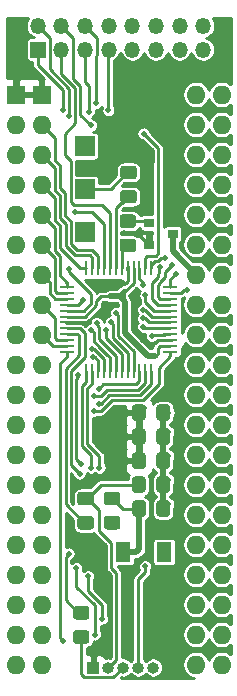
<source format=gbr>
G04 #@! TF.GenerationSoftware,KiCad,Pcbnew,(5.1.9)-1*
G04 #@! TF.CreationDate,2021-06-10T15:01:45-04:00*
G04 #@! TF.ProjectId,6526KernalSwitcherC,36353236-4b65-4726-9e61-6c5377697463,rev?*
G04 #@! TF.SameCoordinates,Original*
G04 #@! TF.FileFunction,Copper,L1,Top*
G04 #@! TF.FilePolarity,Positive*
%FSLAX46Y46*%
G04 Gerber Fmt 4.6, Leading zero omitted, Abs format (unit mm)*
G04 Created by KiCad (PCBNEW (5.1.9)-1) date 2021-06-10 15:01:45*
%MOMM*%
%LPD*%
G01*
G04 APERTURE LIST*
G04 #@! TA.AperFunction,ComponentPad*
%ADD10O,1.600000X1.600000*%
G04 #@! TD*
G04 #@! TA.AperFunction,ComponentPad*
%ADD11R,1.600000X1.600000*%
G04 #@! TD*
G04 #@! TA.AperFunction,SMDPad,CuDef*
%ADD12R,1.300000X1.700000*%
G04 #@! TD*
G04 #@! TA.AperFunction,ComponentPad*
%ADD13R,1.000000X1.000000*%
G04 #@! TD*
G04 #@! TA.AperFunction,ComponentPad*
%ADD14O,1.000000X1.000000*%
G04 #@! TD*
G04 #@! TA.AperFunction,ComponentPad*
%ADD15R,1.700000X1.700000*%
G04 #@! TD*
G04 #@! TA.AperFunction,SMDPad,CuDef*
%ADD16R,0.900000X0.800000*%
G04 #@! TD*
G04 #@! TA.AperFunction,SMDPad,CuDef*
%ADD17R,0.250000X1.300000*%
G04 #@! TD*
G04 #@! TA.AperFunction,SMDPad,CuDef*
%ADD18R,1.300000X0.250000*%
G04 #@! TD*
G04 #@! TA.AperFunction,ComponentPad*
%ADD19R,1.350000X1.350000*%
G04 #@! TD*
G04 #@! TA.AperFunction,ComponentPad*
%ADD20O,1.350000X1.350000*%
G04 #@! TD*
G04 #@! TA.AperFunction,ViaPad*
%ADD21C,0.488800*%
G04 #@! TD*
G04 #@! TA.AperFunction,Conductor*
%ADD22C,0.250000*%
G04 #@! TD*
G04 #@! TA.AperFunction,Conductor*
%ADD23C,0.488000*%
G04 #@! TD*
G04 #@! TA.AperFunction,Conductor*
%ADD24C,0.288000*%
G04 #@! TD*
G04 #@! TA.AperFunction,Conductor*
%ADD25C,0.439000*%
G04 #@! TD*
G04 #@! TA.AperFunction,Conductor*
%ADD26C,0.239000*%
G04 #@! TD*
G04 #@! TA.AperFunction,Conductor*
%ADD27C,0.237000*%
G04 #@! TD*
G04 #@! TA.AperFunction,Conductor*
%ADD28C,0.100000*%
G04 #@! TD*
G04 APERTURE END LIST*
D10*
X114300000Y-50800000D03*
X99060000Y-99060000D03*
X114300000Y-53340000D03*
X99060000Y-96520000D03*
X114300000Y-55880000D03*
X99060000Y-93980000D03*
X114300000Y-58420000D03*
X99060000Y-91440000D03*
X114300000Y-60960000D03*
X99060000Y-88900000D03*
X114300000Y-63500000D03*
X99060000Y-86360000D03*
X114300000Y-66040000D03*
X99060000Y-83820000D03*
X114300000Y-68580000D03*
X99060000Y-81280000D03*
X114300000Y-71120000D03*
X99060000Y-78740000D03*
X114300000Y-73660000D03*
X99060000Y-76200000D03*
X114300000Y-76200000D03*
X99060000Y-73660000D03*
X114300000Y-78740000D03*
X99060000Y-71120000D03*
X114300000Y-81280000D03*
X99060000Y-68580000D03*
X114300000Y-83820000D03*
X99060000Y-66040000D03*
X114300000Y-86360000D03*
X99060000Y-63500000D03*
X114300000Y-88900000D03*
X99060000Y-60960000D03*
X114300000Y-91440000D03*
X99060000Y-58420000D03*
X114300000Y-93980000D03*
X99060000Y-55880000D03*
X114300000Y-96520000D03*
X99060000Y-53340000D03*
X114300000Y-99060000D03*
D11*
X99060000Y-50800000D03*
G04 #@! TA.AperFunction,SMDPad,CuDef*
G36*
G01*
X112090000Y-81337999D02*
X112090000Y-82238001D01*
G75*
G02*
X111840001Y-82488000I-249999J0D01*
G01*
X111189999Y-82488000D01*
G75*
G02*
X110940000Y-82238001I0J249999D01*
G01*
X110940000Y-81337999D01*
G75*
G02*
X111189999Y-81088000I249999J0D01*
G01*
X111840001Y-81088000D01*
G75*
G02*
X112090000Y-81337999I0J-249999D01*
G01*
G37*
G04 #@! TD.AperFunction*
G04 #@! TA.AperFunction,SMDPad,CuDef*
G36*
G01*
X110040000Y-81337999D02*
X110040000Y-82238001D01*
G75*
G02*
X109790001Y-82488000I-249999J0D01*
G01*
X109139999Y-82488000D01*
G75*
G02*
X108890000Y-82238001I0J249999D01*
G01*
X108890000Y-81337999D01*
G75*
G02*
X109139999Y-81088000I249999J0D01*
G01*
X109790001Y-81088000D01*
G75*
G02*
X110040000Y-81337999I0J-249999D01*
G01*
G37*
G04 #@! TD.AperFunction*
G04 #@! TA.AperFunction,SMDPad,CuDef*
G36*
G01*
X110040000Y-79305999D02*
X110040000Y-80206001D01*
G75*
G02*
X109790001Y-80456000I-249999J0D01*
G01*
X109139999Y-80456000D01*
G75*
G02*
X108890000Y-80206001I0J249999D01*
G01*
X108890000Y-79305999D01*
G75*
G02*
X109139999Y-79056000I249999J0D01*
G01*
X109790001Y-79056000D01*
G75*
G02*
X110040000Y-79305999I0J-249999D01*
G01*
G37*
G04 #@! TD.AperFunction*
G04 #@! TA.AperFunction,SMDPad,CuDef*
G36*
G01*
X112090000Y-79305999D02*
X112090000Y-80206001D01*
G75*
G02*
X111840001Y-80456000I-249999J0D01*
G01*
X111189999Y-80456000D01*
G75*
G02*
X110940000Y-80206001I0J249999D01*
G01*
X110940000Y-79305999D01*
G75*
G02*
X111189999Y-79056000I249999J0D01*
G01*
X111840001Y-79056000D01*
G75*
G02*
X112090000Y-79305999I0J-249999D01*
G01*
G37*
G04 #@! TD.AperFunction*
G04 #@! TA.AperFunction,SMDPad,CuDef*
G36*
G01*
X112090000Y-77273999D02*
X112090000Y-78174001D01*
G75*
G02*
X111840001Y-78424000I-249999J0D01*
G01*
X111189999Y-78424000D01*
G75*
G02*
X110940000Y-78174001I0J249999D01*
G01*
X110940000Y-77273999D01*
G75*
G02*
X111189999Y-77024000I249999J0D01*
G01*
X111840001Y-77024000D01*
G75*
G02*
X112090000Y-77273999I0J-249999D01*
G01*
G37*
G04 #@! TD.AperFunction*
G04 #@! TA.AperFunction,SMDPad,CuDef*
G36*
G01*
X110040000Y-77273999D02*
X110040000Y-78174001D01*
G75*
G02*
X109790001Y-78424000I-249999J0D01*
G01*
X109139999Y-78424000D01*
G75*
G02*
X108890000Y-78174001I0J249999D01*
G01*
X108890000Y-77273999D01*
G75*
G02*
X109139999Y-77024000I249999J0D01*
G01*
X109790001Y-77024000D01*
G75*
G02*
X110040000Y-77273999I0J-249999D01*
G01*
G37*
G04 #@! TD.AperFunction*
G04 #@! TA.AperFunction,SMDPad,CuDef*
G36*
G01*
X106737999Y-86479800D02*
X107638001Y-86479800D01*
G75*
G02*
X107888000Y-86729799I0J-249999D01*
G01*
X107888000Y-87379801D01*
G75*
G02*
X107638001Y-87629800I-249999J0D01*
G01*
X106737999Y-87629800D01*
G75*
G02*
X106488000Y-87379801I0J249999D01*
G01*
X106488000Y-86729799D01*
G75*
G02*
X106737999Y-86479800I249999J0D01*
G01*
G37*
G04 #@! TD.AperFunction*
G04 #@! TA.AperFunction,SMDPad,CuDef*
G36*
G01*
X106737999Y-84429800D02*
X107638001Y-84429800D01*
G75*
G02*
X107888000Y-84679799I0J-249999D01*
G01*
X107888000Y-85329801D01*
G75*
G02*
X107638001Y-85579800I-249999J0D01*
G01*
X106737999Y-85579800D01*
G75*
G02*
X106488000Y-85329801I0J249999D01*
G01*
X106488000Y-84679799D01*
G75*
G02*
X106737999Y-84429800I249999J0D01*
G01*
G37*
G04 #@! TD.AperFunction*
D12*
X111605000Y-89535000D03*
X108105000Y-89535000D03*
D13*
X105600500Y-99314000D03*
D14*
X106870500Y-99314000D03*
X108140500Y-99314000D03*
X109410500Y-99314000D03*
X110680500Y-99314000D03*
D15*
X104902000Y-58801000D03*
X104902000Y-55181500D03*
X104902000Y-62420500D03*
D16*
X110315500Y-61661000D03*
X110315500Y-63561000D03*
X112315500Y-62611000D03*
G04 #@! TA.AperFunction,SMDPad,CuDef*
G36*
G01*
X110040000Y-83369999D02*
X110040000Y-84270001D01*
G75*
G02*
X109790001Y-84520000I-249999J0D01*
G01*
X109139999Y-84520000D01*
G75*
G02*
X108890000Y-84270001I0J249999D01*
G01*
X108890000Y-83369999D01*
G75*
G02*
X109139999Y-83120000I249999J0D01*
G01*
X109790001Y-83120000D01*
G75*
G02*
X110040000Y-83369999I0J-249999D01*
G01*
G37*
G04 #@! TD.AperFunction*
G04 #@! TA.AperFunction,SMDPad,CuDef*
G36*
G01*
X112090000Y-83369999D02*
X112090000Y-84270001D01*
G75*
G02*
X111840001Y-84520000I-249999J0D01*
G01*
X111189999Y-84520000D01*
G75*
G02*
X110940000Y-84270001I0J249999D01*
G01*
X110940000Y-83369999D01*
G75*
G02*
X111189999Y-83120000I249999J0D01*
G01*
X111840001Y-83120000D01*
G75*
G02*
X112090000Y-83369999I0J-249999D01*
G01*
G37*
G04 #@! TD.AperFunction*
G04 #@! TA.AperFunction,SMDPad,CuDef*
G36*
G01*
X104121799Y-94107200D02*
X105021801Y-94107200D01*
G75*
G02*
X105271800Y-94357199I0J-249999D01*
G01*
X105271800Y-95007201D01*
G75*
G02*
X105021801Y-95257200I-249999J0D01*
G01*
X104121799Y-95257200D01*
G75*
G02*
X103871800Y-95007201I0J249999D01*
G01*
X103871800Y-94357199D01*
G75*
G02*
X104121799Y-94107200I249999J0D01*
G01*
G37*
G04 #@! TD.AperFunction*
G04 #@! TA.AperFunction,SMDPad,CuDef*
G36*
G01*
X104121799Y-96157200D02*
X105021801Y-96157200D01*
G75*
G02*
X105271800Y-96407199I0J-249999D01*
G01*
X105271800Y-97057201D01*
G75*
G02*
X105021801Y-97307200I-249999J0D01*
G01*
X104121799Y-97307200D01*
G75*
G02*
X103871800Y-97057201I0J249999D01*
G01*
X103871800Y-96407199D01*
G75*
G02*
X104121799Y-96157200I249999J0D01*
G01*
G37*
G04 #@! TD.AperFunction*
G04 #@! TA.AperFunction,SMDPad,CuDef*
G36*
G01*
X105402801Y-85579800D02*
X104502799Y-85579800D01*
G75*
G02*
X104252800Y-85329801I0J249999D01*
G01*
X104252800Y-84679799D01*
G75*
G02*
X104502799Y-84429800I249999J0D01*
G01*
X105402801Y-84429800D01*
G75*
G02*
X105652800Y-84679799I0J-249999D01*
G01*
X105652800Y-85329801D01*
G75*
G02*
X105402801Y-85579800I-249999J0D01*
G01*
G37*
G04 #@! TD.AperFunction*
G04 #@! TA.AperFunction,SMDPad,CuDef*
G36*
G01*
X105402801Y-87629800D02*
X104502799Y-87629800D01*
G75*
G02*
X104252800Y-87379801I0J249999D01*
G01*
X104252800Y-86729799D01*
G75*
G02*
X104502799Y-86479800I249999J0D01*
G01*
X105402801Y-86479800D01*
G75*
G02*
X105652800Y-86729799I0J-249999D01*
G01*
X105652800Y-87379801D01*
G75*
G02*
X105402801Y-87629800I-249999J0D01*
G01*
G37*
G04 #@! TD.AperFunction*
G04 #@! TA.AperFunction,SMDPad,CuDef*
G36*
G01*
X112099000Y-85401999D02*
X112099000Y-86302001D01*
G75*
G02*
X111849001Y-86552000I-249999J0D01*
G01*
X111198999Y-86552000D01*
G75*
G02*
X110949000Y-86302001I0J249999D01*
G01*
X110949000Y-85401999D01*
G75*
G02*
X111198999Y-85152000I249999J0D01*
G01*
X111849001Y-85152000D01*
G75*
G02*
X112099000Y-85401999I0J-249999D01*
G01*
G37*
G04 #@! TD.AperFunction*
G04 #@! TA.AperFunction,SMDPad,CuDef*
G36*
G01*
X110049000Y-85401999D02*
X110049000Y-86302001D01*
G75*
G02*
X109799001Y-86552000I-249999J0D01*
G01*
X109148999Y-86552000D01*
G75*
G02*
X108899000Y-86302001I0J249999D01*
G01*
X108899000Y-85401999D01*
G75*
G02*
X109148999Y-85152000I249999J0D01*
G01*
X109799001Y-85152000D01*
G75*
G02*
X110049000Y-85401999I0J-249999D01*
G01*
G37*
G04 #@! TD.AperFunction*
G04 #@! TA.AperFunction,SMDPad,CuDef*
G36*
G01*
X108134999Y-56820000D02*
X109035001Y-56820000D01*
G75*
G02*
X109285000Y-57069999I0J-249999D01*
G01*
X109285000Y-57720001D01*
G75*
G02*
X109035001Y-57970000I-249999J0D01*
G01*
X108134999Y-57970000D01*
G75*
G02*
X107885000Y-57720001I0J249999D01*
G01*
X107885000Y-57069999D01*
G75*
G02*
X108134999Y-56820000I249999J0D01*
G01*
G37*
G04 #@! TD.AperFunction*
G04 #@! TA.AperFunction,SMDPad,CuDef*
G36*
G01*
X108134999Y-58870000D02*
X109035001Y-58870000D01*
G75*
G02*
X109285000Y-59119999I0J-249999D01*
G01*
X109285000Y-59770001D01*
G75*
G02*
X109035001Y-60020000I-249999J0D01*
G01*
X108134999Y-60020000D01*
G75*
G02*
X107885000Y-59770001I0J249999D01*
G01*
X107885000Y-59119999D01*
G75*
G02*
X108134999Y-58870000I249999J0D01*
G01*
G37*
G04 #@! TD.AperFunction*
G04 #@! TA.AperFunction,SMDPad,CuDef*
G36*
G01*
X108071499Y-62997500D02*
X108971501Y-62997500D01*
G75*
G02*
X109221500Y-63247499I0J-249999D01*
G01*
X109221500Y-63897501D01*
G75*
G02*
X108971501Y-64147500I-249999J0D01*
G01*
X108071499Y-64147500D01*
G75*
G02*
X107821500Y-63897501I0J249999D01*
G01*
X107821500Y-63247499D01*
G75*
G02*
X108071499Y-62997500I249999J0D01*
G01*
G37*
G04 #@! TD.AperFunction*
G04 #@! TA.AperFunction,SMDPad,CuDef*
G36*
G01*
X108071499Y-60947500D02*
X108971501Y-60947500D01*
G75*
G02*
X109221500Y-61197499I0J-249999D01*
G01*
X109221500Y-61847501D01*
G75*
G02*
X108971501Y-62097500I-249999J0D01*
G01*
X108071499Y-62097500D01*
G75*
G02*
X107821500Y-61847501I0J249999D01*
G01*
X107821500Y-61197499D01*
G75*
G02*
X108071499Y-60947500I249999J0D01*
G01*
G37*
G04 #@! TD.AperFunction*
D17*
X105009500Y-74200000D03*
X105509500Y-74200000D03*
X106009500Y-74200000D03*
X106509500Y-74200000D03*
X107009500Y-74200000D03*
X107509500Y-74200000D03*
X108009500Y-74200000D03*
X108509500Y-74200000D03*
X109009500Y-74200000D03*
X109509500Y-74200000D03*
X110009500Y-74200000D03*
X110509500Y-74200000D03*
D18*
X112109500Y-72600000D03*
X112109500Y-72100000D03*
X112109500Y-71600000D03*
X112109500Y-71100000D03*
X112109500Y-70600000D03*
X112109500Y-70100000D03*
X112109500Y-69600000D03*
X112109500Y-69100000D03*
X112109500Y-68600000D03*
X112109500Y-68100000D03*
X112109500Y-67600000D03*
X112109500Y-67100000D03*
D17*
X110509500Y-65500000D03*
X110009500Y-65500000D03*
X109509500Y-65500000D03*
X109009500Y-65500000D03*
X108509500Y-65500000D03*
X108009500Y-65500000D03*
X107509500Y-65500000D03*
X107009500Y-65500000D03*
X106509500Y-65500000D03*
X106009500Y-65500000D03*
X105509500Y-65500000D03*
X105009500Y-65500000D03*
D18*
X103409500Y-67100000D03*
X103409500Y-67600000D03*
X103409500Y-68100000D03*
X103409500Y-68600000D03*
X103409500Y-69100000D03*
X103409500Y-69600000D03*
X103409500Y-70100000D03*
X103409500Y-70600000D03*
X103409500Y-71100000D03*
X103409500Y-71600000D03*
X103409500Y-72100000D03*
X103409500Y-72600000D03*
D11*
X101219000Y-50800000D03*
D10*
X116459000Y-99060000D03*
X101219000Y-53340000D03*
X116459000Y-96520000D03*
X101219000Y-55880000D03*
X116459000Y-93980000D03*
X101219000Y-58420000D03*
X116459000Y-91440000D03*
X101219000Y-60960000D03*
X116459000Y-88900000D03*
X101219000Y-63500000D03*
X116459000Y-86360000D03*
X101219000Y-66040000D03*
X116459000Y-83820000D03*
X101219000Y-68580000D03*
X116459000Y-81280000D03*
X101219000Y-71120000D03*
X116459000Y-78740000D03*
X101219000Y-73660000D03*
X116459000Y-76200000D03*
X101219000Y-76200000D03*
X116459000Y-73660000D03*
X101219000Y-78740000D03*
X116459000Y-71120000D03*
X101219000Y-81280000D03*
X116459000Y-68580000D03*
X101219000Y-83820000D03*
X116459000Y-66040000D03*
X101219000Y-86360000D03*
X116459000Y-63500000D03*
X101219000Y-88900000D03*
X116459000Y-60960000D03*
X101219000Y-91440000D03*
X116459000Y-58420000D03*
X101219000Y-93980000D03*
X116459000Y-55880000D03*
X101219000Y-96520000D03*
X116459000Y-53340000D03*
X101219000Y-99060000D03*
X116459000Y-50800000D03*
D19*
X100901500Y-46990000D03*
D20*
X100901500Y-44990000D03*
X102901500Y-46990000D03*
X102901500Y-44990000D03*
X104901500Y-46990000D03*
X104901500Y-44990000D03*
X106901500Y-46990000D03*
X106901500Y-44990000D03*
X108901500Y-46990000D03*
X108901500Y-44990000D03*
X110901500Y-46990000D03*
X110901500Y-44990000D03*
X112901500Y-46990000D03*
X112901500Y-44990000D03*
X114901500Y-46990000D03*
X114901500Y-44990000D03*
D21*
X109778800Y-82245200D03*
X109855000Y-77343000D03*
X108140500Y-66738500D03*
X107442000Y-68580000D03*
X108844510Y-67945000D03*
X106938201Y-92714201D03*
X108178600Y-62547500D03*
X109923492Y-71635708D03*
X108077000Y-51689000D03*
X116586000Y-45339000D03*
X112395000Y-99250500D03*
X105918000Y-78740000D03*
X115379500Y-69850000D03*
X104902000Y-57023000D03*
X110807500Y-72898000D03*
X111963200Y-77724000D03*
X111950500Y-79362300D03*
X111950500Y-81368900D03*
X111950500Y-83400900D03*
X111950500Y-85458300D03*
X111950500Y-88963500D03*
X105740200Y-96520000D03*
X105410000Y-82397600D03*
X104162039Y-90909961D03*
X106349800Y-95173800D03*
X106121200Y-82397600D03*
X105156000Y-91567000D03*
X102997000Y-97028000D03*
X104698800Y-68199000D03*
X104298750Y-74580750D03*
X109397800Y-89433400D03*
X104546400Y-82042000D03*
X107619800Y-84709000D03*
X104432100Y-82892900D03*
X103505000Y-89662000D03*
X104063800Y-60706000D03*
X105664000Y-77597000D03*
X106045000Y-75692000D03*
X110540800Y-71221600D03*
X109829600Y-70459600D03*
X109829600Y-69748400D03*
X109829600Y-69037200D03*
X106045000Y-76962000D03*
X105664000Y-76327000D03*
X109982000Y-90728800D03*
X107645200Y-87325200D03*
X103568500Y-65595500D03*
X110007400Y-67792600D03*
X111213900Y-65443100D03*
X112268000Y-65252600D03*
X113512600Y-67310000D03*
X112572800Y-65963800D03*
X111696500Y-64643000D03*
X109855000Y-54102000D03*
X109778800Y-66903600D03*
X105460800Y-72339200D03*
X102997000Y-52133500D03*
X105410000Y-70713600D03*
X105409501Y-53403999D03*
X105892600Y-70129400D03*
X105219500Y-52260500D03*
X106654600Y-70713600D03*
X105854500Y-51498500D03*
X107086400Y-70078600D03*
X106870500Y-52133500D03*
X107536201Y-69273199D03*
X105537000Y-73050400D03*
X103505000Y-52641500D03*
D22*
X108509500Y-65500000D02*
X108509500Y-66560000D01*
X108509500Y-66560000D02*
X108331000Y-66738500D01*
X108331000Y-66738500D02*
X108140500Y-66738500D01*
X108140500Y-66738500D02*
X108140500Y-66738500D01*
X108844510Y-67945000D02*
X108844510Y-67945000D01*
D23*
X109465000Y-77724000D02*
X109465000Y-81788000D01*
X108844510Y-67945000D02*
X108844510Y-67990683D01*
X108844510Y-67990683D02*
X108963510Y-68109683D01*
D24*
X105600500Y-98526000D02*
X106882489Y-97244011D01*
X105600500Y-99314000D02*
X105600500Y-98526000D01*
X106938201Y-97188299D02*
X106938201Y-94568401D01*
X106882489Y-97244011D02*
X106938201Y-97188299D01*
X106938201Y-94568401D02*
X106938201Y-92714201D01*
X106938201Y-92714201D02*
X106938201Y-92714201D01*
D22*
X103409500Y-70100000D02*
X105053034Y-70100000D01*
X106573034Y-68580000D02*
X107442000Y-68580000D01*
X105053034Y-70100000D02*
X106573034Y-68580000D01*
X110109000Y-71821216D02*
X109923492Y-71635708D01*
X110109000Y-71856600D02*
X110109000Y-71821216D01*
X112109500Y-71600000D02*
X111073090Y-71600000D01*
X110816490Y-71856600D02*
X110109000Y-71856600D01*
X111073090Y-71600000D02*
X110816490Y-71856600D01*
D23*
X109088909Y-70801125D02*
X109923492Y-71635708D01*
X108844510Y-67945000D02*
X109088909Y-68189399D01*
X109088909Y-68189399D02*
X109088909Y-70801125D01*
D22*
X109302000Y-62547500D02*
X108178600Y-62547500D01*
X110315500Y-63561000D02*
X109302000Y-62547500D01*
D23*
X106938201Y-92714201D02*
X106172000Y-91948000D01*
X106172000Y-91948000D02*
X106172000Y-90805000D01*
X106172000Y-90805000D02*
X103632000Y-88265000D01*
X111515000Y-85344000D02*
X111515000Y-77724000D01*
X107772433Y-67891599D02*
X106987401Y-67891599D01*
D25*
X107772433Y-67868567D02*
X108238599Y-67402401D01*
X107772433Y-67891599D02*
X107772433Y-67868567D01*
X108077000Y-67564000D02*
X108077000Y-68072000D01*
X108238599Y-67402401D02*
X108077000Y-67564000D01*
D23*
X111524000Y-83829000D02*
X111515000Y-83820000D01*
X111524000Y-85852000D02*
X111524000Y-83829000D01*
X111515000Y-77724000D02*
X111515000Y-77724000D01*
D22*
X103409500Y-69600000D02*
X104916624Y-69600000D01*
X104916624Y-69600000D02*
X105857911Y-68658713D01*
X105857911Y-68658713D02*
X105857911Y-68259089D01*
X106225401Y-67891599D02*
X106987401Y-67891599D01*
X105857911Y-68259089D02*
X106225401Y-67891599D01*
D23*
X108077000Y-68072000D02*
X107886500Y-67881500D01*
D22*
X108946000Y-66822000D02*
X107886500Y-67881500D01*
D23*
X107886500Y-67881500D02*
X107772433Y-67891599D01*
D22*
X109009500Y-66758500D02*
X108946000Y-66822000D01*
X109009500Y-65500000D02*
X109009500Y-66758500D01*
D23*
X108275500Y-68394666D02*
X108077000Y-68072000D01*
X108275500Y-70980201D02*
X108275500Y-68394666D01*
X110807500Y-72898000D02*
X110193300Y-72898000D01*
X110193300Y-72898000D02*
X108275500Y-70980201D01*
D22*
X111209500Y-72100000D02*
X112109500Y-72100000D01*
X111061500Y-72248000D02*
X111209500Y-72100000D01*
X111061500Y-72707500D02*
X111061500Y-72248000D01*
X110871000Y-72898000D02*
X111061500Y-72707500D01*
X110807500Y-72898000D02*
X110871000Y-72898000D01*
X105009500Y-75100000D02*
X104601030Y-75508470D01*
X105009500Y-74200000D02*
X105009500Y-75100000D01*
X104601030Y-75508470D02*
X104601030Y-76284000D01*
X104601030Y-76284000D02*
X104601030Y-77597000D01*
X104601030Y-77597000D02*
X104601030Y-80264000D01*
X104601030Y-80264000D02*
X104601030Y-80547230D01*
X104601030Y-80547230D02*
X105410000Y-81356200D01*
X105410000Y-81356200D02*
X105410000Y-82397600D01*
X105410000Y-82397600D02*
X105410000Y-82397600D01*
X105740200Y-96520000D02*
X105740200Y-94056200D01*
X104162039Y-92478039D02*
X104162039Y-90909961D01*
X105740200Y-94056200D02*
X104162039Y-92478039D01*
X105509500Y-74200000D02*
X105509500Y-75245995D01*
X105051040Y-75704455D02*
X105051040Y-76390500D01*
X105509500Y-75245995D02*
X105051040Y-75704455D01*
X105051040Y-76390500D02*
X105051040Y-77597000D01*
X105051040Y-77597000D02*
X105051040Y-80360830D01*
X105051040Y-80360830D02*
X106121200Y-81430990D01*
X106121200Y-81430990D02*
X106121200Y-82397600D01*
X106121200Y-82397600D02*
X106121200Y-82397600D01*
X106349800Y-95173800D02*
X106349800Y-94029390D01*
X106349800Y-94029390D02*
X105156000Y-92835590D01*
X105156000Y-92835590D02*
X105156000Y-91567000D01*
X105156000Y-91567000D02*
X105156000Y-91567000D01*
X103409500Y-72975000D02*
X102800990Y-73583510D01*
X103409500Y-72600000D02*
X103409500Y-72975000D01*
X102800990Y-73583510D02*
X102800990Y-77029600D01*
X102800990Y-77029600D02*
X102800990Y-77597000D01*
X102800990Y-77597000D02*
X102800990Y-96831990D01*
X102800990Y-96831990D02*
X102997000Y-97028000D01*
X102997000Y-97028000D02*
X102997000Y-97028000D01*
D24*
X104298750Y-74580750D02*
X104298750Y-74644250D01*
D23*
X109474000Y-89304000D02*
X109474000Y-86552000D01*
X109243000Y-89535000D02*
X109474000Y-89304000D01*
X109474000Y-86552000D02*
X109474000Y-85852000D01*
X108105000Y-89535000D02*
X109243000Y-89535000D01*
D22*
X108153200Y-85852000D02*
X109474000Y-85852000D01*
X107188000Y-85004800D02*
X107306000Y-85004800D01*
X107306000Y-85004800D02*
X108153200Y-85852000D01*
X104297800Y-68600000D02*
X104698800Y-68199000D01*
X103409500Y-68600000D02*
X104297800Y-68600000D01*
X104151020Y-81646620D02*
X104546400Y-82042000D01*
X104151020Y-74855480D02*
X104151020Y-81646620D01*
X104298750Y-74580750D02*
X104298750Y-74707750D01*
X104298750Y-74707750D02*
X104151020Y-74855480D01*
X104809400Y-87054800D02*
X104952800Y-87054800D01*
X103251000Y-85496400D02*
X104809400Y-87054800D01*
X104309500Y-71100000D02*
X104419400Y-71209900D01*
X104419400Y-72872600D02*
X103251000Y-74041000D01*
X103409500Y-71100000D02*
X104309500Y-71100000D01*
X104419400Y-71209900D02*
X104419400Y-72872600D01*
X103251000Y-74041000D02*
X103251000Y-85496400D01*
X104394000Y-73534410D02*
X104393999Y-73534411D01*
X104393999Y-73534411D02*
X103701010Y-74227400D01*
X103701010Y-74227400D02*
X103701010Y-76656800D01*
X103701010Y-76656800D02*
X103701010Y-77597000D01*
X103701010Y-77597000D02*
X103701010Y-82161810D01*
X103701010Y-82161810D02*
X104432100Y-82892900D01*
X104432100Y-82892900D02*
X104470200Y-82931000D01*
X104309500Y-70600000D02*
X103409500Y-70600000D01*
X104445910Y-70600000D02*
X104309500Y-70600000D01*
X104869410Y-73059000D02*
X104869409Y-71023499D01*
X104869409Y-71023499D02*
X104445910Y-70600000D01*
X104393999Y-73534411D02*
X104869410Y-73059000D01*
X104334200Y-94682200D02*
X104571800Y-94682200D01*
X103251000Y-90551000D02*
X103251000Y-93599000D01*
X103251000Y-93599000D02*
X104334200Y-94682200D01*
X103251000Y-90551000D02*
X103251000Y-89916000D01*
X103251000Y-89916000D02*
X103505000Y-89662000D01*
X103505000Y-89662000D02*
X103505000Y-89662000D01*
X104063800Y-60604400D02*
X104063800Y-60604400D01*
X106509500Y-61742998D02*
X106509500Y-65500000D01*
X104063800Y-60706000D02*
X105472502Y-60706000D01*
X105472502Y-60706000D02*
X106509500Y-61742998D01*
X110177000Y-61522500D02*
X110315500Y-61661000D01*
X108521500Y-61522500D02*
X110177000Y-61522500D01*
D23*
X112315500Y-64055500D02*
X114300000Y-66040000D01*
X112315500Y-62611000D02*
X112315500Y-64055500D01*
D22*
X108009500Y-64084500D02*
X108521500Y-63572500D01*
X108009500Y-65500000D02*
X108009500Y-64084500D01*
X106255534Y-77597000D02*
X105664000Y-77597000D01*
X107156004Y-76696530D02*
X106255534Y-77597000D01*
X112109500Y-72975000D02*
X111170500Y-73914000D01*
X109779200Y-76696530D02*
X107156004Y-76696530D01*
X111170500Y-73914000D02*
X111170500Y-75305230D01*
X112109500Y-72600000D02*
X112109500Y-72975000D01*
X111170500Y-75305230D02*
X109779200Y-76696530D01*
X105509500Y-64600000D02*
X105298500Y-64389000D01*
X105509500Y-65500000D02*
X105509500Y-64600000D01*
X105298500Y-64389000D02*
X104017230Y-64389000D01*
X104017230Y-64389000D02*
X103262018Y-63633788D01*
X103262018Y-63633788D02*
X103262018Y-61730198D01*
X103262018Y-61730198D02*
X102794011Y-61262191D01*
X102794011Y-61262191D02*
X102794010Y-59358600D01*
X102018999Y-56679999D02*
X101219000Y-55880000D01*
X102344001Y-58908591D02*
X102344001Y-57005001D01*
X102344001Y-57005001D02*
X102018999Y-56679999D01*
X102794010Y-59358600D02*
X102344001Y-58908591D01*
X105009500Y-65500000D02*
X104491820Y-65500000D01*
X104491820Y-65500000D02*
X102812010Y-63820190D01*
X102812010Y-63820190D02*
X102812009Y-61916599D01*
X102018999Y-59219999D02*
X101219000Y-58420000D01*
X102344001Y-61448591D02*
X102344001Y-59545001D01*
X102344001Y-59545001D02*
X102018999Y-59219999D01*
X102812009Y-61916599D02*
X102344001Y-61448591D01*
X103409500Y-66725000D02*
X103409500Y-67100000D01*
X102362000Y-62103000D02*
X102362000Y-64006590D01*
X101219000Y-60960000D02*
X102362000Y-62103000D01*
X102794010Y-64438600D02*
X102794011Y-66109511D01*
X102362000Y-64006590D02*
X102794010Y-64438600D01*
X102794011Y-66109511D02*
X103409500Y-66725000D01*
X102344001Y-67434501D02*
X102344001Y-64625001D01*
X102344001Y-64625001D02*
X101219000Y-63500000D01*
X103409500Y-67600000D02*
X102509500Y-67600000D01*
X102509500Y-67600000D02*
X102344001Y-67434501D01*
X102199000Y-72100000D02*
X101219000Y-71120000D01*
X103409500Y-72100000D02*
X102199000Y-72100000D01*
X109220000Y-75346500D02*
X109509500Y-75057000D01*
X109509500Y-75057000D02*
X109509500Y-74200000D01*
X109220000Y-75346500D02*
X107152500Y-75346500D01*
X107152500Y-75346500D02*
X106390500Y-75346500D01*
X106390500Y-75346500D02*
X106045000Y-75692000D01*
X106045000Y-75692000D02*
X106045000Y-75692000D01*
X111653000Y-71100000D02*
X111633000Y-71120000D01*
X112109500Y-71100000D02*
X111653000Y-71100000D01*
X111353600Y-71120000D02*
X111323610Y-71149990D01*
X111633000Y-71120000D02*
X111353600Y-71120000D01*
X110612410Y-71149990D02*
X110540800Y-71221600D01*
X111323610Y-71149990D02*
X110612410Y-71149990D01*
X112109500Y-70600000D02*
X110914314Y-70600000D01*
X110914314Y-70600000D02*
X110224000Y-70600000D01*
X110224000Y-70600000D02*
X109970000Y-70600000D01*
X109970000Y-70600000D02*
X109829600Y-70459600D01*
X109829600Y-70459600D02*
X109829600Y-70459600D01*
X111050724Y-70100000D02*
X112109500Y-70100000D01*
X109829600Y-69748400D02*
X109956600Y-69748400D01*
X110308200Y-70100000D02*
X111050724Y-70100000D01*
X109956600Y-69748400D02*
X110308200Y-70100000D01*
X111209500Y-69600000D02*
X111205500Y-69596000D01*
X112109500Y-69600000D02*
X111209500Y-69600000D01*
X111205500Y-69596000D02*
X110540800Y-69596000D01*
X110540800Y-69596000D02*
X109982000Y-69037200D01*
X109982000Y-69037200D02*
X109829600Y-69037200D01*
X109829600Y-69037200D02*
X109829600Y-69037200D01*
X110509500Y-74200000D02*
X110509500Y-75329820D01*
X110509500Y-75329820D02*
X109592800Y-76246520D01*
X109592800Y-76246520D02*
X107569000Y-76246520D01*
X107569000Y-76246520D02*
X106969604Y-76246520D01*
X106969604Y-76246520D02*
X106254124Y-76962000D01*
X106254124Y-76962000D02*
X106045000Y-76962000D01*
X110009500Y-75193410D02*
X109406400Y-75796510D01*
X110009500Y-74200000D02*
X110009500Y-75193410D01*
X109406400Y-75796510D02*
X107188000Y-75796510D01*
X107188000Y-75796510D02*
X106783204Y-75796510D01*
X106783204Y-75796510D02*
X106252714Y-76327000D01*
X106252714Y-76327000D02*
X105664000Y-76327000D01*
X102344001Y-69705001D02*
X101219000Y-68580000D01*
X102344001Y-71394503D02*
X102344001Y-69705001D01*
X103409500Y-71600000D02*
X102549498Y-71600000D01*
X102549498Y-71600000D02*
X102344001Y-71394503D01*
X101893991Y-66714991D02*
X101219000Y-66040000D01*
X101893991Y-67620901D02*
X101893991Y-66714991D01*
X103409500Y-68100000D02*
X102373090Y-68100000D01*
X102373090Y-68100000D02*
X101893991Y-67620901D01*
X106009500Y-64463590D02*
X105484900Y-63938990D01*
X106009500Y-65500000D02*
X106009500Y-64463590D01*
X105484900Y-63938990D02*
X104203630Y-63938990D01*
X104203630Y-63938990D02*
X103712028Y-63447388D01*
X103712027Y-61543797D02*
X103244019Y-61075789D01*
X103712028Y-63447388D02*
X103712027Y-61543797D01*
X103244019Y-61075789D02*
X103244019Y-59172199D01*
X103244019Y-59172199D02*
X102794011Y-58722191D01*
X102794011Y-58722191D02*
X102794010Y-56818600D01*
X102794010Y-56818600D02*
X102344001Y-56368591D01*
X102344001Y-54465001D02*
X101219000Y-53340000D01*
X102344001Y-56368591D02*
X102344001Y-54465001D01*
D24*
X109410500Y-99314000D02*
X109410500Y-91833700D01*
X109410500Y-91833700D02*
X109982000Y-91262200D01*
X109982000Y-91262200D02*
X109982000Y-90728800D01*
X109982000Y-90728800D02*
X109982000Y-90728800D01*
D22*
X104952800Y-85004800D02*
X105088800Y-85004800D01*
X106273600Y-83820000D02*
X109465000Y-83820000D01*
X105088800Y-85004800D02*
X106273600Y-83820000D01*
X105121600Y-85004800D02*
X104952800Y-85004800D01*
X106095800Y-85979000D02*
X105121600Y-85004800D01*
X106095800Y-87731600D02*
X106095800Y-85979000D01*
X106870500Y-99314000D02*
X107543600Y-98640900D01*
X107543600Y-91313000D02*
X107129999Y-90899399D01*
X107129999Y-90899399D02*
X107129999Y-88765799D01*
X107543600Y-98640900D02*
X107543600Y-91313000D01*
X107129999Y-88765799D02*
X106095800Y-87731600D01*
D24*
X104571800Y-99904502D02*
X104571800Y-97307200D01*
X104825299Y-100158001D02*
X104571800Y-99904502D01*
X104571800Y-97307200D02*
X104571800Y-96732200D01*
X107275621Y-100158001D02*
X104825299Y-100158001D01*
X108119622Y-99314000D02*
X107275621Y-100158001D01*
X108140500Y-99314000D02*
X108119622Y-99314000D01*
D22*
X108467000Y-57395000D02*
X108585000Y-57395000D01*
X104902000Y-58801000D02*
X107061000Y-58801000D01*
X107061000Y-58801000D02*
X108467000Y-57395000D01*
X107496490Y-64626988D02*
X107496490Y-60422910D01*
X107509500Y-65500000D02*
X107509500Y-64639998D01*
X107509500Y-64639998D02*
X107496490Y-64626988D01*
X107496490Y-60422910D02*
X107950000Y-59969400D01*
X108060600Y-59969400D02*
X108585000Y-59445000D01*
X107950000Y-59969400D02*
X108060600Y-59969400D01*
X105407901Y-68472313D02*
X105407901Y-67688901D01*
X103409500Y-69100000D02*
X104780214Y-69100000D01*
X104780214Y-69100000D02*
X105407901Y-68472313D01*
X105407901Y-67688901D02*
X104330500Y-66611500D01*
X104330500Y-66611500D02*
X103568500Y-65849500D01*
X103568500Y-65849500D02*
X103568500Y-65595500D01*
X103568500Y-65595500D02*
X103568500Y-65595500D01*
X110007400Y-68372286D02*
X110007400Y-67792600D01*
X112109500Y-69100000D02*
X110735114Y-69100000D01*
X110735114Y-69100000D02*
X110007400Y-68372286D01*
X111073090Y-68600000D02*
X110598790Y-68125700D01*
X112109500Y-68600000D02*
X111073090Y-68600000D01*
X110598791Y-66717199D02*
X110701693Y-66614297D01*
X110598790Y-68125700D02*
X110598791Y-66717199D01*
X110701693Y-66614297D02*
X111060795Y-66255195D01*
X111060795Y-66255195D02*
X111060795Y-66028005D01*
X111060795Y-66028005D02*
X111175800Y-65913000D01*
X111175800Y-65913000D02*
X111175800Y-65481200D01*
X111175800Y-65481200D02*
X111213900Y-65443100D01*
X111209500Y-68100000D02*
X111048800Y-67939300D01*
X112109500Y-68100000D02*
X111209500Y-68100000D01*
X111151702Y-66800698D02*
X111328200Y-66624200D01*
X111048800Y-66903600D02*
X111151702Y-66800698D01*
X111048800Y-67939300D02*
X111048800Y-66903600D01*
X111665590Y-66286810D02*
X111665590Y-65855010D01*
X111328200Y-66624200D02*
X111665590Y-66286810D01*
X111665590Y-65855010D02*
X112268000Y-65252600D01*
X112268000Y-65252600D02*
X112268000Y-65252600D01*
X113009500Y-67600000D02*
X113299500Y-67310000D01*
X112109500Y-67600000D02*
X113009500Y-67600000D01*
X113299500Y-67310000D02*
X113512600Y-67310000D01*
X113512600Y-67310000D02*
X113512600Y-67310000D01*
X112109500Y-66725000D02*
X112115600Y-66718900D01*
X112109500Y-67100000D02*
X112109500Y-66725000D01*
X112115600Y-66718900D02*
X112115600Y-66446400D01*
X112115600Y-66446400D02*
X112115600Y-66421000D01*
X112115600Y-66421000D02*
X112572800Y-65963800D01*
X112572800Y-65963800D02*
X112572800Y-65963800D01*
X111607600Y-64643000D02*
X111607600Y-64643000D01*
X110820200Y-64897000D02*
X111050912Y-64897000D01*
X111050912Y-64897000D02*
X111304912Y-64643000D01*
X110509500Y-65500000D02*
X110509500Y-65207700D01*
X110509500Y-65207700D02*
X110820200Y-64897000D01*
X111304912Y-64643000D02*
X111696500Y-64643000D01*
X110009500Y-64600000D02*
X110169700Y-64439800D01*
X110009500Y-65500000D02*
X110009500Y-64600000D01*
X110871702Y-64439800D02*
X111090501Y-64221001D01*
X110169700Y-64439800D02*
X110871702Y-64439800D01*
X111090501Y-64221001D02*
X111090501Y-63128099D01*
X111090501Y-63128099D02*
X111090501Y-56607501D01*
D26*
X111090501Y-56607501D02*
X111090501Y-55413701D01*
X111090501Y-55413701D02*
X111090501Y-55337501D01*
X111090501Y-55337501D02*
X109855000Y-54102000D01*
X109855000Y-54102000D02*
X109855000Y-54102000D01*
D22*
X109509500Y-66400000D02*
X109778800Y-66669300D01*
X109509500Y-65500000D02*
X109509500Y-66400000D01*
X109778800Y-66669300D02*
X109778800Y-66903600D01*
X109778800Y-66903600D02*
X109778800Y-66903600D01*
X106509500Y-74200000D02*
X106509500Y-73200952D01*
X106509500Y-73200952D02*
X106506864Y-73200952D01*
X105410000Y-72339200D02*
X105410000Y-72339200D01*
X105647749Y-72339200D02*
X105460800Y-72339200D01*
X106509500Y-73200952D02*
X105647749Y-72339200D01*
D26*
X100901500Y-48307398D02*
X100901500Y-46990000D01*
X102997000Y-52133500D02*
X102997000Y-50402898D01*
X102997000Y-50402898D02*
X100901500Y-48307398D01*
D22*
X107009500Y-74200000D02*
X107009500Y-73064541D01*
X107009500Y-73064541D02*
X106761480Y-72816521D01*
X106761480Y-72816521D02*
X106101080Y-72156121D01*
X106101080Y-72156121D02*
X105635190Y-71690231D01*
X105635190Y-71690231D02*
X105635190Y-70938790D01*
X105635190Y-70938790D02*
X105410000Y-70713600D01*
X105410000Y-70713600D02*
X105410000Y-70713600D01*
D26*
X103906999Y-49450341D02*
X103906999Y-45995499D01*
X104507911Y-50051252D02*
X103906999Y-49450341D01*
X105409501Y-53403999D02*
X104507911Y-52502409D01*
X103906999Y-45995499D02*
X102901500Y-44990000D01*
X104507911Y-52502409D02*
X104507911Y-50051252D01*
D22*
X107509500Y-74200000D02*
X107509500Y-72928131D01*
X107509500Y-72928131D02*
X107459509Y-72878140D01*
X106085199Y-71503830D02*
X106085199Y-70499799D01*
X107459509Y-72878140D02*
X106085199Y-71503830D01*
X106085199Y-70499799D02*
X105892600Y-70307200D01*
X105892600Y-70307200D02*
X105892600Y-70129400D01*
X105892600Y-70129400D02*
X105892600Y-70129400D01*
D26*
X105219500Y-52260500D02*
X105219500Y-50038000D01*
X104901500Y-49720000D02*
X104901500Y-46990000D01*
X105219500Y-50038000D02*
X104901500Y-49720000D01*
D22*
X108009500Y-74200000D02*
X108009500Y-72791721D01*
X106654600Y-71436821D02*
X106654600Y-70713600D01*
X108009500Y-72791721D02*
X106654600Y-71436821D01*
D26*
X105576499Y-45664999D02*
X104901500Y-44990000D01*
X105896001Y-47467361D02*
X105896001Y-45984501D01*
X105896001Y-45984501D02*
X105576499Y-45664999D01*
X105854500Y-47508862D02*
X105896001Y-47467361D01*
X105854500Y-51498500D02*
X105854500Y-47508862D01*
D22*
X108509500Y-74200000D02*
X108509500Y-72655311D01*
X108509500Y-72655311D02*
X107256480Y-71402292D01*
X107256480Y-71402292D02*
X107256480Y-70993000D01*
X107256480Y-70993000D02*
X107256480Y-70248680D01*
X107256480Y-70248680D02*
X107086400Y-70078600D01*
X107086400Y-70078600D02*
X107086400Y-70078600D01*
D26*
X106870500Y-47021000D02*
X106901500Y-46990000D01*
X106870500Y-52133500D02*
X106870500Y-47021000D01*
D22*
X107706490Y-71215892D02*
X107706490Y-69443488D01*
X109009500Y-74200000D02*
X109009500Y-72518901D01*
X107706490Y-69443488D02*
X107536201Y-69273199D01*
X109009500Y-72518901D02*
X107706490Y-71215892D01*
X106009500Y-74200000D02*
X106009500Y-73339998D01*
X105719902Y-73050400D02*
X105537000Y-73050400D01*
X106009500Y-73339998D02*
X105719902Y-73050400D01*
D26*
X101896001Y-45984501D02*
X100901500Y-44990000D01*
X103505000Y-52641500D02*
X103505000Y-52460074D01*
X103560901Y-50345947D02*
X101896001Y-48681047D01*
X103505000Y-52460074D02*
X103560901Y-52404173D01*
X101896001Y-48681047D02*
X101896001Y-45984501D01*
X103560901Y-52404173D02*
X103560901Y-50345947D01*
D22*
X103694029Y-56399229D02*
X103174800Y-55880000D01*
X103694029Y-59878031D02*
X103694029Y-56399229D01*
X103952597Y-60136599D02*
X103694029Y-59878031D01*
X107009500Y-65500000D02*
X107009500Y-65380300D01*
X107009500Y-65380300D02*
X107010200Y-65379600D01*
X103174800Y-55880000D02*
X103174800Y-54711600D01*
X107010200Y-65379600D02*
X107010200Y-60833000D01*
X107010200Y-60833000D02*
X106313799Y-60136599D01*
X106313799Y-60136599D02*
X103952597Y-60136599D01*
X103174800Y-54711600D02*
X103174800Y-54114700D01*
D26*
X103174800Y-54114700D02*
X104068901Y-53220599D01*
X104068901Y-53220599D02*
X104068901Y-50233095D01*
X102901500Y-49065694D02*
X102901500Y-46990000D01*
X104068901Y-50233095D02*
X102901500Y-49065694D01*
D27*
X115435009Y-71667335D02*
X115561465Y-71856588D01*
X115722412Y-72017535D01*
X115911665Y-72143991D01*
X116121953Y-72231095D01*
X116345193Y-72275500D01*
X116572807Y-72275500D01*
X116796047Y-72231095D01*
X117006335Y-72143991D01*
X117195588Y-72017535D01*
X117221501Y-71991622D01*
X117221500Y-72788377D01*
X117195588Y-72762465D01*
X117006335Y-72636009D01*
X116796047Y-72548905D01*
X116572807Y-72504500D01*
X116345193Y-72504500D01*
X116121953Y-72548905D01*
X115911665Y-72636009D01*
X115722412Y-72762465D01*
X115561465Y-72923412D01*
X115435009Y-73112665D01*
X115379500Y-73246676D01*
X115323991Y-73112665D01*
X115197535Y-72923412D01*
X115036588Y-72762465D01*
X114847335Y-72636009D01*
X114637047Y-72548905D01*
X114413807Y-72504500D01*
X114186193Y-72504500D01*
X113962953Y-72548905D01*
X113752665Y-72636009D01*
X113563412Y-72762465D01*
X113402465Y-72923412D01*
X113276009Y-73112665D01*
X113188905Y-73322953D01*
X113144500Y-73546193D01*
X113144500Y-73773807D01*
X113188905Y-73997047D01*
X113276009Y-74207335D01*
X113402465Y-74396588D01*
X113563412Y-74557535D01*
X113752665Y-74683991D01*
X113962953Y-74771095D01*
X114186193Y-74815500D01*
X114413807Y-74815500D01*
X114637047Y-74771095D01*
X114847335Y-74683991D01*
X115036588Y-74557535D01*
X115197535Y-74396588D01*
X115323991Y-74207335D01*
X115379500Y-74073324D01*
X115435009Y-74207335D01*
X115561465Y-74396588D01*
X115722412Y-74557535D01*
X115911665Y-74683991D01*
X116121953Y-74771095D01*
X116345193Y-74815500D01*
X116572807Y-74815500D01*
X116796047Y-74771095D01*
X117006335Y-74683991D01*
X117195588Y-74557535D01*
X117221500Y-74531623D01*
X117221500Y-75328377D01*
X117195588Y-75302465D01*
X117006335Y-75176009D01*
X116796047Y-75088905D01*
X116572807Y-75044500D01*
X116345193Y-75044500D01*
X116121953Y-75088905D01*
X115911665Y-75176009D01*
X115722412Y-75302465D01*
X115561465Y-75463412D01*
X115435009Y-75652665D01*
X115379500Y-75786676D01*
X115323991Y-75652665D01*
X115197535Y-75463412D01*
X115036588Y-75302465D01*
X114847335Y-75176009D01*
X114637047Y-75088905D01*
X114413807Y-75044500D01*
X114186193Y-75044500D01*
X113962953Y-75088905D01*
X113752665Y-75176009D01*
X113563412Y-75302465D01*
X113402465Y-75463412D01*
X113276009Y-75652665D01*
X113188905Y-75862953D01*
X113144500Y-76086193D01*
X113144500Y-76313807D01*
X113188905Y-76537047D01*
X113276009Y-76747335D01*
X113402465Y-76936588D01*
X113563412Y-77097535D01*
X113752665Y-77223991D01*
X113962953Y-77311095D01*
X114186193Y-77355500D01*
X114413807Y-77355500D01*
X114637047Y-77311095D01*
X114847335Y-77223991D01*
X115036588Y-77097535D01*
X115197535Y-76936588D01*
X115323991Y-76747335D01*
X115379500Y-76613324D01*
X115435009Y-76747335D01*
X115561465Y-76936588D01*
X115722412Y-77097535D01*
X115911665Y-77223991D01*
X116121953Y-77311095D01*
X116345193Y-77355500D01*
X116572807Y-77355500D01*
X116796047Y-77311095D01*
X117006335Y-77223991D01*
X117195588Y-77097535D01*
X117221500Y-77071623D01*
X117221500Y-77868377D01*
X117195588Y-77842465D01*
X117006335Y-77716009D01*
X116796047Y-77628905D01*
X116572807Y-77584500D01*
X116345193Y-77584500D01*
X116121953Y-77628905D01*
X115911665Y-77716009D01*
X115722412Y-77842465D01*
X115561465Y-78003412D01*
X115435009Y-78192665D01*
X115379500Y-78326676D01*
X115323991Y-78192665D01*
X115197535Y-78003412D01*
X115036588Y-77842465D01*
X114847335Y-77716009D01*
X114637047Y-77628905D01*
X114413807Y-77584500D01*
X114186193Y-77584500D01*
X113962953Y-77628905D01*
X113752665Y-77716009D01*
X113563412Y-77842465D01*
X113402465Y-78003412D01*
X113276009Y-78192665D01*
X113188905Y-78402953D01*
X113144500Y-78626193D01*
X113144500Y-78853807D01*
X113188905Y-79077047D01*
X113276009Y-79287335D01*
X113402465Y-79476588D01*
X113563412Y-79637535D01*
X113752665Y-79763991D01*
X113962953Y-79851095D01*
X114186193Y-79895500D01*
X114413807Y-79895500D01*
X114637047Y-79851095D01*
X114847335Y-79763991D01*
X115036588Y-79637535D01*
X115197535Y-79476588D01*
X115323991Y-79287335D01*
X115379500Y-79153324D01*
X115435009Y-79287335D01*
X115561465Y-79476588D01*
X115722412Y-79637535D01*
X115911665Y-79763991D01*
X116121953Y-79851095D01*
X116345193Y-79895500D01*
X116572807Y-79895500D01*
X116796047Y-79851095D01*
X117006335Y-79763991D01*
X117195588Y-79637535D01*
X117221500Y-79611623D01*
X117221500Y-80408377D01*
X117195588Y-80382465D01*
X117006335Y-80256009D01*
X116796047Y-80168905D01*
X116572807Y-80124500D01*
X116345193Y-80124500D01*
X116121953Y-80168905D01*
X115911665Y-80256009D01*
X115722412Y-80382465D01*
X115561465Y-80543412D01*
X115435009Y-80732665D01*
X115379500Y-80866676D01*
X115323991Y-80732665D01*
X115197535Y-80543412D01*
X115036588Y-80382465D01*
X114847335Y-80256009D01*
X114637047Y-80168905D01*
X114413807Y-80124500D01*
X114186193Y-80124500D01*
X113962953Y-80168905D01*
X113752665Y-80256009D01*
X113563412Y-80382465D01*
X113402465Y-80543412D01*
X113276009Y-80732665D01*
X113188905Y-80942953D01*
X113144500Y-81166193D01*
X113144500Y-81393807D01*
X113188905Y-81617047D01*
X113276009Y-81827335D01*
X113402465Y-82016588D01*
X113563412Y-82177535D01*
X113752665Y-82303991D01*
X113962953Y-82391095D01*
X114186193Y-82435500D01*
X114413807Y-82435500D01*
X114637047Y-82391095D01*
X114847335Y-82303991D01*
X115036588Y-82177535D01*
X115197535Y-82016588D01*
X115323991Y-81827335D01*
X115379500Y-81693324D01*
X115435009Y-81827335D01*
X115561465Y-82016588D01*
X115722412Y-82177535D01*
X115911665Y-82303991D01*
X116121953Y-82391095D01*
X116345193Y-82435500D01*
X116572807Y-82435500D01*
X116796047Y-82391095D01*
X117006335Y-82303991D01*
X117195588Y-82177535D01*
X117221500Y-82151623D01*
X117221500Y-82948377D01*
X117195588Y-82922465D01*
X117006335Y-82796009D01*
X116796047Y-82708905D01*
X116572807Y-82664500D01*
X116345193Y-82664500D01*
X116121953Y-82708905D01*
X115911665Y-82796009D01*
X115722412Y-82922465D01*
X115561465Y-83083412D01*
X115435009Y-83272665D01*
X115379500Y-83406676D01*
X115323991Y-83272665D01*
X115197535Y-83083412D01*
X115036588Y-82922465D01*
X114847335Y-82796009D01*
X114637047Y-82708905D01*
X114413807Y-82664500D01*
X114186193Y-82664500D01*
X113962953Y-82708905D01*
X113752665Y-82796009D01*
X113563412Y-82922465D01*
X113402465Y-83083412D01*
X113276009Y-83272665D01*
X113188905Y-83482953D01*
X113144500Y-83706193D01*
X113144500Y-83933807D01*
X113188905Y-84157047D01*
X113276009Y-84367335D01*
X113402465Y-84556588D01*
X113563412Y-84717535D01*
X113752665Y-84843991D01*
X113962953Y-84931095D01*
X114186193Y-84975500D01*
X114413807Y-84975500D01*
X114637047Y-84931095D01*
X114847335Y-84843991D01*
X115036588Y-84717535D01*
X115197535Y-84556588D01*
X115323991Y-84367335D01*
X115379500Y-84233324D01*
X115435009Y-84367335D01*
X115561465Y-84556588D01*
X115722412Y-84717535D01*
X115911665Y-84843991D01*
X116121953Y-84931095D01*
X116345193Y-84975500D01*
X116572807Y-84975500D01*
X116796047Y-84931095D01*
X117006335Y-84843991D01*
X117195588Y-84717535D01*
X117221500Y-84691623D01*
X117221500Y-85488377D01*
X117195588Y-85462465D01*
X117006335Y-85336009D01*
X116796047Y-85248905D01*
X116572807Y-85204500D01*
X116345193Y-85204500D01*
X116121953Y-85248905D01*
X115911665Y-85336009D01*
X115722412Y-85462465D01*
X115561465Y-85623412D01*
X115435009Y-85812665D01*
X115379500Y-85946676D01*
X115323991Y-85812665D01*
X115197535Y-85623412D01*
X115036588Y-85462465D01*
X114847335Y-85336009D01*
X114637047Y-85248905D01*
X114413807Y-85204500D01*
X114186193Y-85204500D01*
X113962953Y-85248905D01*
X113752665Y-85336009D01*
X113563412Y-85462465D01*
X113402465Y-85623412D01*
X113276009Y-85812665D01*
X113188905Y-86022953D01*
X113144500Y-86246193D01*
X113144500Y-86473807D01*
X113188905Y-86697047D01*
X113276009Y-86907335D01*
X113402465Y-87096588D01*
X113563412Y-87257535D01*
X113752665Y-87383991D01*
X113962953Y-87471095D01*
X114186193Y-87515500D01*
X114413807Y-87515500D01*
X114637047Y-87471095D01*
X114847335Y-87383991D01*
X115036588Y-87257535D01*
X115197535Y-87096588D01*
X115323991Y-86907335D01*
X115379500Y-86773324D01*
X115435009Y-86907335D01*
X115561465Y-87096588D01*
X115722412Y-87257535D01*
X115911665Y-87383991D01*
X116121953Y-87471095D01*
X116345193Y-87515500D01*
X116572807Y-87515500D01*
X116796047Y-87471095D01*
X117006335Y-87383991D01*
X117195588Y-87257535D01*
X117221500Y-87231623D01*
X117221500Y-88028377D01*
X117195588Y-88002465D01*
X117006335Y-87876009D01*
X116796047Y-87788905D01*
X116572807Y-87744500D01*
X116345193Y-87744500D01*
X116121953Y-87788905D01*
X115911665Y-87876009D01*
X115722412Y-88002465D01*
X115561465Y-88163412D01*
X115435009Y-88352665D01*
X115379500Y-88486676D01*
X115323991Y-88352665D01*
X115197535Y-88163412D01*
X115036588Y-88002465D01*
X114847335Y-87876009D01*
X114637047Y-87788905D01*
X114413807Y-87744500D01*
X114186193Y-87744500D01*
X113962953Y-87788905D01*
X113752665Y-87876009D01*
X113563412Y-88002465D01*
X113402465Y-88163412D01*
X113276009Y-88352665D01*
X113188905Y-88562953D01*
X113144500Y-88786193D01*
X113144500Y-89013807D01*
X113188905Y-89237047D01*
X113276009Y-89447335D01*
X113402465Y-89636588D01*
X113563412Y-89797535D01*
X113752665Y-89923991D01*
X113962953Y-90011095D01*
X114186193Y-90055500D01*
X114413807Y-90055500D01*
X114637047Y-90011095D01*
X114847335Y-89923991D01*
X115036588Y-89797535D01*
X115197535Y-89636588D01*
X115323991Y-89447335D01*
X115379500Y-89313324D01*
X115435009Y-89447335D01*
X115561465Y-89636588D01*
X115722412Y-89797535D01*
X115911665Y-89923991D01*
X116121953Y-90011095D01*
X116345193Y-90055500D01*
X116572807Y-90055500D01*
X116796047Y-90011095D01*
X117006335Y-89923991D01*
X117195588Y-89797535D01*
X117221500Y-89771623D01*
X117221500Y-90568377D01*
X117195588Y-90542465D01*
X117006335Y-90416009D01*
X116796047Y-90328905D01*
X116572807Y-90284500D01*
X116345193Y-90284500D01*
X116121953Y-90328905D01*
X115911665Y-90416009D01*
X115722412Y-90542465D01*
X115561465Y-90703412D01*
X115435009Y-90892665D01*
X115379500Y-91026676D01*
X115323991Y-90892665D01*
X115197535Y-90703412D01*
X115036588Y-90542465D01*
X114847335Y-90416009D01*
X114637047Y-90328905D01*
X114413807Y-90284500D01*
X114186193Y-90284500D01*
X113962953Y-90328905D01*
X113752665Y-90416009D01*
X113563412Y-90542465D01*
X113402465Y-90703412D01*
X113276009Y-90892665D01*
X113188905Y-91102953D01*
X113144500Y-91326193D01*
X113144500Y-91553807D01*
X113188905Y-91777047D01*
X113276009Y-91987335D01*
X113402465Y-92176588D01*
X113563412Y-92337535D01*
X113752665Y-92463991D01*
X113962953Y-92551095D01*
X114186193Y-92595500D01*
X114413807Y-92595500D01*
X114637047Y-92551095D01*
X114847335Y-92463991D01*
X115036588Y-92337535D01*
X115197535Y-92176588D01*
X115323991Y-91987335D01*
X115379500Y-91853324D01*
X115435009Y-91987335D01*
X115561465Y-92176588D01*
X115722412Y-92337535D01*
X115911665Y-92463991D01*
X116121953Y-92551095D01*
X116345193Y-92595500D01*
X116572807Y-92595500D01*
X116796047Y-92551095D01*
X117006335Y-92463991D01*
X117195588Y-92337535D01*
X117221500Y-92311623D01*
X117221500Y-93108377D01*
X117195588Y-93082465D01*
X117006335Y-92956009D01*
X116796047Y-92868905D01*
X116572807Y-92824500D01*
X116345193Y-92824500D01*
X116121953Y-92868905D01*
X115911665Y-92956009D01*
X115722412Y-93082465D01*
X115561465Y-93243412D01*
X115435009Y-93432665D01*
X115379500Y-93566676D01*
X115323991Y-93432665D01*
X115197535Y-93243412D01*
X115036588Y-93082465D01*
X114847335Y-92956009D01*
X114637047Y-92868905D01*
X114413807Y-92824500D01*
X114186193Y-92824500D01*
X113962953Y-92868905D01*
X113752665Y-92956009D01*
X113563412Y-93082465D01*
X113402465Y-93243412D01*
X113276009Y-93432665D01*
X113188905Y-93642953D01*
X113144500Y-93866193D01*
X113144500Y-94093807D01*
X113188905Y-94317047D01*
X113276009Y-94527335D01*
X113402465Y-94716588D01*
X113563412Y-94877535D01*
X113752665Y-95003991D01*
X113962953Y-95091095D01*
X114186193Y-95135500D01*
X114413807Y-95135500D01*
X114637047Y-95091095D01*
X114847335Y-95003991D01*
X115036588Y-94877535D01*
X115197535Y-94716588D01*
X115323991Y-94527335D01*
X115379500Y-94393324D01*
X115435009Y-94527335D01*
X115561465Y-94716588D01*
X115722412Y-94877535D01*
X115911665Y-95003991D01*
X116121953Y-95091095D01*
X116345193Y-95135500D01*
X116572807Y-95135500D01*
X116796047Y-95091095D01*
X117006335Y-95003991D01*
X117195588Y-94877535D01*
X117221500Y-94851623D01*
X117221500Y-95648377D01*
X117195588Y-95622465D01*
X117006335Y-95496009D01*
X116796047Y-95408905D01*
X116572807Y-95364500D01*
X116345193Y-95364500D01*
X116121953Y-95408905D01*
X115911665Y-95496009D01*
X115722412Y-95622465D01*
X115561465Y-95783412D01*
X115435009Y-95972665D01*
X115379500Y-96106676D01*
X115323991Y-95972665D01*
X115197535Y-95783412D01*
X115036588Y-95622465D01*
X114847335Y-95496009D01*
X114637047Y-95408905D01*
X114413807Y-95364500D01*
X114186193Y-95364500D01*
X113962953Y-95408905D01*
X113752665Y-95496009D01*
X113563412Y-95622465D01*
X113402465Y-95783412D01*
X113276009Y-95972665D01*
X113188905Y-96182953D01*
X113144500Y-96406193D01*
X113144500Y-96633807D01*
X113188905Y-96857047D01*
X113276009Y-97067335D01*
X113402465Y-97256588D01*
X113563412Y-97417535D01*
X113752665Y-97543991D01*
X113962953Y-97631095D01*
X114186193Y-97675500D01*
X114413807Y-97675500D01*
X114637047Y-97631095D01*
X114847335Y-97543991D01*
X115036588Y-97417535D01*
X115197535Y-97256588D01*
X115323991Y-97067335D01*
X115379500Y-96933324D01*
X115435009Y-97067335D01*
X115561465Y-97256588D01*
X115722412Y-97417535D01*
X115911665Y-97543991D01*
X116121953Y-97631095D01*
X116345193Y-97675500D01*
X116572807Y-97675500D01*
X116796047Y-97631095D01*
X117006335Y-97543991D01*
X117195588Y-97417535D01*
X117221500Y-97391623D01*
X117221500Y-98188377D01*
X117195588Y-98162465D01*
X117006335Y-98036009D01*
X116796047Y-97948905D01*
X116572807Y-97904500D01*
X116345193Y-97904500D01*
X116121953Y-97948905D01*
X115911665Y-98036009D01*
X115722412Y-98162465D01*
X115561465Y-98323412D01*
X115435009Y-98512665D01*
X115379500Y-98646676D01*
X115323991Y-98512665D01*
X115197535Y-98323412D01*
X115036588Y-98162465D01*
X114847335Y-98036009D01*
X114637047Y-97948905D01*
X114413807Y-97904500D01*
X114186193Y-97904500D01*
X113962953Y-97948905D01*
X113752665Y-98036009D01*
X113563412Y-98162465D01*
X113402465Y-98323412D01*
X113276009Y-98512665D01*
X113188905Y-98722953D01*
X113144500Y-98946193D01*
X113144500Y-99173807D01*
X113188905Y-99397047D01*
X113276009Y-99607335D01*
X113402465Y-99796588D01*
X113563412Y-99957535D01*
X113752665Y-100083991D01*
X113962953Y-100171095D01*
X114125865Y-100203500D01*
X107936521Y-100203500D01*
X107984743Y-100155278D01*
X108056241Y-100169500D01*
X108224759Y-100169500D01*
X108390040Y-100136623D01*
X108545731Y-100072134D01*
X108685849Y-99978510D01*
X108775500Y-99888859D01*
X108865151Y-99978510D01*
X109005269Y-100072134D01*
X109160960Y-100136623D01*
X109326241Y-100169500D01*
X109494759Y-100169500D01*
X109660040Y-100136623D01*
X109815731Y-100072134D01*
X109955849Y-99978510D01*
X110045500Y-99888859D01*
X110135151Y-99978510D01*
X110275269Y-100072134D01*
X110430960Y-100136623D01*
X110596241Y-100169500D01*
X110764759Y-100169500D01*
X110930040Y-100136623D01*
X111085731Y-100072134D01*
X111225849Y-99978510D01*
X111345010Y-99859349D01*
X111438634Y-99719231D01*
X111503123Y-99563540D01*
X111536000Y-99398259D01*
X111536000Y-99229741D01*
X111503123Y-99064460D01*
X111438634Y-98908769D01*
X111345010Y-98768651D01*
X111225849Y-98649490D01*
X111085731Y-98555866D01*
X110930040Y-98491377D01*
X110764759Y-98458500D01*
X110596241Y-98458500D01*
X110430960Y-98491377D01*
X110275269Y-98555866D01*
X110135151Y-98649490D01*
X110045500Y-98739141D01*
X109955849Y-98649490D01*
X109910000Y-98618855D01*
X109910000Y-92040598D01*
X110317851Y-91632748D01*
X110336908Y-91617108D01*
X110399328Y-91541050D01*
X110445710Y-91454275D01*
X110474272Y-91360119D01*
X110481500Y-91286731D01*
X110481500Y-91286724D01*
X110483915Y-91262201D01*
X110481500Y-91237678D01*
X110481500Y-91061037D01*
X110513625Y-91012959D01*
X110558847Y-90903784D01*
X110581900Y-90787885D01*
X110581900Y-90669715D01*
X110558847Y-90553816D01*
X110513625Y-90444641D01*
X110447973Y-90346386D01*
X110364414Y-90262827D01*
X110266159Y-90197175D01*
X110156984Y-90151953D01*
X110041085Y-90128900D01*
X109922915Y-90128900D01*
X109807016Y-90151953D01*
X109697841Y-90197175D01*
X109599586Y-90262827D01*
X109516027Y-90346386D01*
X109450375Y-90444641D01*
X109405153Y-90553816D01*
X109382100Y-90669715D01*
X109382100Y-90787885D01*
X109405153Y-90903784D01*
X109450375Y-91012959D01*
X109480202Y-91057599D01*
X109074649Y-91463153D01*
X109055593Y-91478792D01*
X109039955Y-91497847D01*
X108993172Y-91554851D01*
X108946790Y-91641626D01*
X108918228Y-91735782D01*
X108908585Y-91833700D01*
X108911001Y-91858233D01*
X108911000Y-98618855D01*
X108865151Y-98649490D01*
X108775500Y-98739141D01*
X108685849Y-98649490D01*
X108545731Y-98555866D01*
X108390040Y-98491377D01*
X108224759Y-98458500D01*
X108056241Y-98458500D01*
X108024100Y-98464893D01*
X108024100Y-91336586D01*
X108026423Y-91312999D01*
X108024100Y-91289413D01*
X108024100Y-91289403D01*
X108017147Y-91218806D01*
X107989671Y-91128231D01*
X107958613Y-91070126D01*
X107945053Y-91044756D01*
X107900050Y-90989920D01*
X107900047Y-90989917D01*
X107885008Y-90971592D01*
X107866683Y-90956553D01*
X107652349Y-90742220D01*
X108755000Y-90742220D01*
X108824690Y-90735356D01*
X108891702Y-90715028D01*
X108953461Y-90682018D01*
X109007593Y-90637593D01*
X109052018Y-90583461D01*
X109085028Y-90521702D01*
X109105356Y-90454690D01*
X109112220Y-90385000D01*
X109112220Y-90134500D01*
X109213564Y-90134500D01*
X109243000Y-90137399D01*
X109272436Y-90134500D01*
X109272444Y-90134500D01*
X109360522Y-90125825D01*
X109473528Y-90091545D01*
X109577676Y-90035877D01*
X109645717Y-89980037D01*
X109681959Y-89965025D01*
X109780214Y-89899373D01*
X109863773Y-89815814D01*
X109929425Y-89717559D01*
X109949079Y-89670111D01*
X109974877Y-89638676D01*
X110030545Y-89534528D01*
X110064825Y-89421522D01*
X110073500Y-89333444D01*
X110073500Y-89333435D01*
X110076399Y-89304001D01*
X110073500Y-89274567D01*
X110073500Y-88685000D01*
X110597780Y-88685000D01*
X110597780Y-90385000D01*
X110604644Y-90454690D01*
X110624972Y-90521702D01*
X110657982Y-90583461D01*
X110702407Y-90637593D01*
X110756539Y-90682018D01*
X110818298Y-90715028D01*
X110885310Y-90735356D01*
X110955000Y-90742220D01*
X112255000Y-90742220D01*
X112324690Y-90735356D01*
X112391702Y-90715028D01*
X112453461Y-90682018D01*
X112507593Y-90637593D01*
X112552018Y-90583461D01*
X112585028Y-90521702D01*
X112605356Y-90454690D01*
X112612220Y-90385000D01*
X112612220Y-88685000D01*
X112605356Y-88615310D01*
X112585028Y-88548298D01*
X112552018Y-88486539D01*
X112507593Y-88432407D01*
X112453461Y-88387982D01*
X112391702Y-88354972D01*
X112324690Y-88334644D01*
X112255000Y-88327780D01*
X110955000Y-88327780D01*
X110885310Y-88334644D01*
X110818298Y-88354972D01*
X110756539Y-88387982D01*
X110702407Y-88432407D01*
X110657982Y-88486539D01*
X110624972Y-88548298D01*
X110604644Y-88615310D01*
X110597780Y-88685000D01*
X110073500Y-88685000D01*
X110073500Y-86840481D01*
X110136354Y-86806885D01*
X110228370Y-86731370D01*
X110303885Y-86639354D01*
X110359998Y-86534374D01*
X110394552Y-86420464D01*
X110406220Y-86302001D01*
X110406220Y-85401999D01*
X110394552Y-85283536D01*
X110359998Y-85169626D01*
X110303885Y-85064646D01*
X110228370Y-84972630D01*
X110136354Y-84897115D01*
X110031374Y-84841002D01*
X110010385Y-84834635D01*
X110022374Y-84830998D01*
X110127354Y-84774885D01*
X110219370Y-84699370D01*
X110294885Y-84607354D01*
X110350998Y-84502374D01*
X110385552Y-84388464D01*
X110397220Y-84270001D01*
X110397220Y-83369999D01*
X110385552Y-83251536D01*
X110350998Y-83137626D01*
X110307147Y-83055587D01*
X110389749Y-83011436D01*
X110485146Y-82933146D01*
X110563436Y-82837749D01*
X110621611Y-82728911D01*
X110657435Y-82610815D01*
X110664691Y-82537143D01*
X110685115Y-82575354D01*
X110760630Y-82667370D01*
X110852646Y-82742885D01*
X110915500Y-82776481D01*
X110915500Y-82831519D01*
X110852646Y-82865115D01*
X110760630Y-82940630D01*
X110685115Y-83032646D01*
X110629002Y-83137626D01*
X110594448Y-83251536D01*
X110582780Y-83369999D01*
X110582780Y-84270001D01*
X110594448Y-84388464D01*
X110629002Y-84502374D01*
X110685115Y-84607354D01*
X110760630Y-84699370D01*
X110852646Y-84774885D01*
X110915500Y-84808481D01*
X110915500Y-84868329D01*
X110861646Y-84897115D01*
X110769630Y-84972630D01*
X110694115Y-85064646D01*
X110638002Y-85169626D01*
X110603448Y-85283536D01*
X110591780Y-85401999D01*
X110591780Y-86302001D01*
X110603448Y-86420464D01*
X110638002Y-86534374D01*
X110694115Y-86639354D01*
X110769630Y-86731370D01*
X110861646Y-86806885D01*
X110966626Y-86862998D01*
X111080536Y-86897552D01*
X111198999Y-86909220D01*
X111849001Y-86909220D01*
X111967464Y-86897552D01*
X112081374Y-86862998D01*
X112186354Y-86806885D01*
X112278370Y-86731370D01*
X112353885Y-86639354D01*
X112409998Y-86534374D01*
X112444552Y-86420464D01*
X112456220Y-86302001D01*
X112456220Y-85781229D01*
X112482125Y-85742459D01*
X112527347Y-85633284D01*
X112550400Y-85517385D01*
X112550400Y-85399215D01*
X112527347Y-85283316D01*
X112482125Y-85174141D01*
X112416473Y-85075886D01*
X112332914Y-84992327D01*
X112234659Y-84926675D01*
X112209853Y-84916400D01*
X112186354Y-84897115D01*
X112123500Y-84863519D01*
X112123500Y-84803671D01*
X112177354Y-84774885D01*
X112269370Y-84699370D01*
X112344885Y-84607354D01*
X112400998Y-84502374D01*
X112435552Y-84388464D01*
X112447220Y-84270001D01*
X112447220Y-83737298D01*
X112482125Y-83685059D01*
X112527347Y-83575884D01*
X112550400Y-83459985D01*
X112550400Y-83341815D01*
X112527347Y-83225916D01*
X112482125Y-83116741D01*
X112416473Y-83018486D01*
X112332914Y-82934927D01*
X112234659Y-82869275D01*
X112125484Y-82824053D01*
X112114500Y-82821868D01*
X112114500Y-82776481D01*
X112177354Y-82742885D01*
X112269370Y-82667370D01*
X112344885Y-82575354D01*
X112400998Y-82470374D01*
X112435552Y-82356464D01*
X112447220Y-82238001D01*
X112447220Y-81705298D01*
X112482125Y-81653059D01*
X112527347Y-81543884D01*
X112550400Y-81427985D01*
X112550400Y-81309815D01*
X112527347Y-81193916D01*
X112482125Y-81084741D01*
X112416473Y-80986486D01*
X112332914Y-80902927D01*
X112234659Y-80837275D01*
X112125484Y-80792053D01*
X112114500Y-80789868D01*
X112114500Y-80744481D01*
X112177354Y-80710885D01*
X112269370Y-80635370D01*
X112344885Y-80543354D01*
X112400998Y-80438374D01*
X112435552Y-80324464D01*
X112447220Y-80206001D01*
X112447220Y-79698698D01*
X112482125Y-79646459D01*
X112527347Y-79537284D01*
X112550400Y-79421385D01*
X112550400Y-79303215D01*
X112527347Y-79187316D01*
X112482125Y-79078141D01*
X112416473Y-78979886D01*
X112332914Y-78896327D01*
X112234659Y-78830675D01*
X112191681Y-78812873D01*
X112177354Y-78801115D01*
X112114500Y-78767519D01*
X112114500Y-78712481D01*
X112177354Y-78678885D01*
X112269370Y-78603370D01*
X112344885Y-78511354D01*
X112400998Y-78406374D01*
X112435552Y-78292464D01*
X112447220Y-78174001D01*
X112447220Y-78079405D01*
X112494825Y-78008159D01*
X112540047Y-77898984D01*
X112563100Y-77783085D01*
X112563100Y-77664915D01*
X112540047Y-77549016D01*
X112494825Y-77439841D01*
X112447220Y-77368595D01*
X112447220Y-77273999D01*
X112435552Y-77155536D01*
X112400998Y-77041626D01*
X112344885Y-76936646D01*
X112269370Y-76844630D01*
X112177354Y-76769115D01*
X112072374Y-76713002D01*
X111958464Y-76678448D01*
X111840001Y-76666780D01*
X111189999Y-76666780D01*
X111071536Y-76678448D01*
X110957626Y-76713002D01*
X110852646Y-76769115D01*
X110760630Y-76844630D01*
X110685115Y-76936646D01*
X110664691Y-76974857D01*
X110657435Y-76901185D01*
X110621611Y-76783089D01*
X110563436Y-76674251D01*
X110526281Y-76628978D01*
X111493583Y-75661677D01*
X111511908Y-75646638D01*
X111526947Y-75628313D01*
X111526950Y-75628310D01*
X111571953Y-75573474D01*
X111616571Y-75489999D01*
X111625169Y-75461654D01*
X111644047Y-75399424D01*
X111651000Y-75328827D01*
X111651000Y-75328817D01*
X111653323Y-75305231D01*
X111651000Y-75281644D01*
X111651000Y-74113029D01*
X112432578Y-73331451D01*
X112450908Y-73316408D01*
X112510953Y-73243243D01*
X112555571Y-73159769D01*
X112579096Y-73082220D01*
X112759500Y-73082220D01*
X112829190Y-73075356D01*
X112896202Y-73055028D01*
X112957961Y-73022018D01*
X113012093Y-72977593D01*
X113056518Y-72923461D01*
X113089528Y-72861702D01*
X113109856Y-72794690D01*
X113116720Y-72725000D01*
X113116720Y-72475000D01*
X113109856Y-72405310D01*
X113093078Y-72350000D01*
X113109856Y-72294690D01*
X113114995Y-72242509D01*
X113195751Y-72178866D01*
X113275913Y-72085037D01*
X113336230Y-71977372D01*
X113374384Y-71860008D01*
X113379004Y-71821476D01*
X113402465Y-71856588D01*
X113563412Y-72017535D01*
X113752665Y-72143991D01*
X113962953Y-72231095D01*
X114186193Y-72275500D01*
X114413807Y-72275500D01*
X114637047Y-72231095D01*
X114847335Y-72143991D01*
X115036588Y-72017535D01*
X115197535Y-71856588D01*
X115323991Y-71667335D01*
X115379500Y-71533324D01*
X115435009Y-71667335D01*
G04 #@! TA.AperFunction,Conductor*
D28*
G36*
X115435009Y-71667335D02*
G01*
X115561465Y-71856588D01*
X115722412Y-72017535D01*
X115911665Y-72143991D01*
X116121953Y-72231095D01*
X116345193Y-72275500D01*
X116572807Y-72275500D01*
X116796047Y-72231095D01*
X117006335Y-72143991D01*
X117195588Y-72017535D01*
X117221501Y-71991622D01*
X117221500Y-72788377D01*
X117195588Y-72762465D01*
X117006335Y-72636009D01*
X116796047Y-72548905D01*
X116572807Y-72504500D01*
X116345193Y-72504500D01*
X116121953Y-72548905D01*
X115911665Y-72636009D01*
X115722412Y-72762465D01*
X115561465Y-72923412D01*
X115435009Y-73112665D01*
X115379500Y-73246676D01*
X115323991Y-73112665D01*
X115197535Y-72923412D01*
X115036588Y-72762465D01*
X114847335Y-72636009D01*
X114637047Y-72548905D01*
X114413807Y-72504500D01*
X114186193Y-72504500D01*
X113962953Y-72548905D01*
X113752665Y-72636009D01*
X113563412Y-72762465D01*
X113402465Y-72923412D01*
X113276009Y-73112665D01*
X113188905Y-73322953D01*
X113144500Y-73546193D01*
X113144500Y-73773807D01*
X113188905Y-73997047D01*
X113276009Y-74207335D01*
X113402465Y-74396588D01*
X113563412Y-74557535D01*
X113752665Y-74683991D01*
X113962953Y-74771095D01*
X114186193Y-74815500D01*
X114413807Y-74815500D01*
X114637047Y-74771095D01*
X114847335Y-74683991D01*
X115036588Y-74557535D01*
X115197535Y-74396588D01*
X115323991Y-74207335D01*
X115379500Y-74073324D01*
X115435009Y-74207335D01*
X115561465Y-74396588D01*
X115722412Y-74557535D01*
X115911665Y-74683991D01*
X116121953Y-74771095D01*
X116345193Y-74815500D01*
X116572807Y-74815500D01*
X116796047Y-74771095D01*
X117006335Y-74683991D01*
X117195588Y-74557535D01*
X117221500Y-74531623D01*
X117221500Y-75328377D01*
X117195588Y-75302465D01*
X117006335Y-75176009D01*
X116796047Y-75088905D01*
X116572807Y-75044500D01*
X116345193Y-75044500D01*
X116121953Y-75088905D01*
X115911665Y-75176009D01*
X115722412Y-75302465D01*
X115561465Y-75463412D01*
X115435009Y-75652665D01*
X115379500Y-75786676D01*
X115323991Y-75652665D01*
X115197535Y-75463412D01*
X115036588Y-75302465D01*
X114847335Y-75176009D01*
X114637047Y-75088905D01*
X114413807Y-75044500D01*
X114186193Y-75044500D01*
X113962953Y-75088905D01*
X113752665Y-75176009D01*
X113563412Y-75302465D01*
X113402465Y-75463412D01*
X113276009Y-75652665D01*
X113188905Y-75862953D01*
X113144500Y-76086193D01*
X113144500Y-76313807D01*
X113188905Y-76537047D01*
X113276009Y-76747335D01*
X113402465Y-76936588D01*
X113563412Y-77097535D01*
X113752665Y-77223991D01*
X113962953Y-77311095D01*
X114186193Y-77355500D01*
X114413807Y-77355500D01*
X114637047Y-77311095D01*
X114847335Y-77223991D01*
X115036588Y-77097535D01*
X115197535Y-76936588D01*
X115323991Y-76747335D01*
X115379500Y-76613324D01*
X115435009Y-76747335D01*
X115561465Y-76936588D01*
X115722412Y-77097535D01*
X115911665Y-77223991D01*
X116121953Y-77311095D01*
X116345193Y-77355500D01*
X116572807Y-77355500D01*
X116796047Y-77311095D01*
X117006335Y-77223991D01*
X117195588Y-77097535D01*
X117221500Y-77071623D01*
X117221500Y-77868377D01*
X117195588Y-77842465D01*
X117006335Y-77716009D01*
X116796047Y-77628905D01*
X116572807Y-77584500D01*
X116345193Y-77584500D01*
X116121953Y-77628905D01*
X115911665Y-77716009D01*
X115722412Y-77842465D01*
X115561465Y-78003412D01*
X115435009Y-78192665D01*
X115379500Y-78326676D01*
X115323991Y-78192665D01*
X115197535Y-78003412D01*
X115036588Y-77842465D01*
X114847335Y-77716009D01*
X114637047Y-77628905D01*
X114413807Y-77584500D01*
X114186193Y-77584500D01*
X113962953Y-77628905D01*
X113752665Y-77716009D01*
X113563412Y-77842465D01*
X113402465Y-78003412D01*
X113276009Y-78192665D01*
X113188905Y-78402953D01*
X113144500Y-78626193D01*
X113144500Y-78853807D01*
X113188905Y-79077047D01*
X113276009Y-79287335D01*
X113402465Y-79476588D01*
X113563412Y-79637535D01*
X113752665Y-79763991D01*
X113962953Y-79851095D01*
X114186193Y-79895500D01*
X114413807Y-79895500D01*
X114637047Y-79851095D01*
X114847335Y-79763991D01*
X115036588Y-79637535D01*
X115197535Y-79476588D01*
X115323991Y-79287335D01*
X115379500Y-79153324D01*
X115435009Y-79287335D01*
X115561465Y-79476588D01*
X115722412Y-79637535D01*
X115911665Y-79763991D01*
X116121953Y-79851095D01*
X116345193Y-79895500D01*
X116572807Y-79895500D01*
X116796047Y-79851095D01*
X117006335Y-79763991D01*
X117195588Y-79637535D01*
X117221500Y-79611623D01*
X117221500Y-80408377D01*
X117195588Y-80382465D01*
X117006335Y-80256009D01*
X116796047Y-80168905D01*
X116572807Y-80124500D01*
X116345193Y-80124500D01*
X116121953Y-80168905D01*
X115911665Y-80256009D01*
X115722412Y-80382465D01*
X115561465Y-80543412D01*
X115435009Y-80732665D01*
X115379500Y-80866676D01*
X115323991Y-80732665D01*
X115197535Y-80543412D01*
X115036588Y-80382465D01*
X114847335Y-80256009D01*
X114637047Y-80168905D01*
X114413807Y-80124500D01*
X114186193Y-80124500D01*
X113962953Y-80168905D01*
X113752665Y-80256009D01*
X113563412Y-80382465D01*
X113402465Y-80543412D01*
X113276009Y-80732665D01*
X113188905Y-80942953D01*
X113144500Y-81166193D01*
X113144500Y-81393807D01*
X113188905Y-81617047D01*
X113276009Y-81827335D01*
X113402465Y-82016588D01*
X113563412Y-82177535D01*
X113752665Y-82303991D01*
X113962953Y-82391095D01*
X114186193Y-82435500D01*
X114413807Y-82435500D01*
X114637047Y-82391095D01*
X114847335Y-82303991D01*
X115036588Y-82177535D01*
X115197535Y-82016588D01*
X115323991Y-81827335D01*
X115379500Y-81693324D01*
X115435009Y-81827335D01*
X115561465Y-82016588D01*
X115722412Y-82177535D01*
X115911665Y-82303991D01*
X116121953Y-82391095D01*
X116345193Y-82435500D01*
X116572807Y-82435500D01*
X116796047Y-82391095D01*
X117006335Y-82303991D01*
X117195588Y-82177535D01*
X117221500Y-82151623D01*
X117221500Y-82948377D01*
X117195588Y-82922465D01*
X117006335Y-82796009D01*
X116796047Y-82708905D01*
X116572807Y-82664500D01*
X116345193Y-82664500D01*
X116121953Y-82708905D01*
X115911665Y-82796009D01*
X115722412Y-82922465D01*
X115561465Y-83083412D01*
X115435009Y-83272665D01*
X115379500Y-83406676D01*
X115323991Y-83272665D01*
X115197535Y-83083412D01*
X115036588Y-82922465D01*
X114847335Y-82796009D01*
X114637047Y-82708905D01*
X114413807Y-82664500D01*
X114186193Y-82664500D01*
X113962953Y-82708905D01*
X113752665Y-82796009D01*
X113563412Y-82922465D01*
X113402465Y-83083412D01*
X113276009Y-83272665D01*
X113188905Y-83482953D01*
X113144500Y-83706193D01*
X113144500Y-83933807D01*
X113188905Y-84157047D01*
X113276009Y-84367335D01*
X113402465Y-84556588D01*
X113563412Y-84717535D01*
X113752665Y-84843991D01*
X113962953Y-84931095D01*
X114186193Y-84975500D01*
X114413807Y-84975500D01*
X114637047Y-84931095D01*
X114847335Y-84843991D01*
X115036588Y-84717535D01*
X115197535Y-84556588D01*
X115323991Y-84367335D01*
X115379500Y-84233324D01*
X115435009Y-84367335D01*
X115561465Y-84556588D01*
X115722412Y-84717535D01*
X115911665Y-84843991D01*
X116121953Y-84931095D01*
X116345193Y-84975500D01*
X116572807Y-84975500D01*
X116796047Y-84931095D01*
X117006335Y-84843991D01*
X117195588Y-84717535D01*
X117221500Y-84691623D01*
X117221500Y-85488377D01*
X117195588Y-85462465D01*
X117006335Y-85336009D01*
X116796047Y-85248905D01*
X116572807Y-85204500D01*
X116345193Y-85204500D01*
X116121953Y-85248905D01*
X115911665Y-85336009D01*
X115722412Y-85462465D01*
X115561465Y-85623412D01*
X115435009Y-85812665D01*
X115379500Y-85946676D01*
X115323991Y-85812665D01*
X115197535Y-85623412D01*
X115036588Y-85462465D01*
X114847335Y-85336009D01*
X114637047Y-85248905D01*
X114413807Y-85204500D01*
X114186193Y-85204500D01*
X113962953Y-85248905D01*
X113752665Y-85336009D01*
X113563412Y-85462465D01*
X113402465Y-85623412D01*
X113276009Y-85812665D01*
X113188905Y-86022953D01*
X113144500Y-86246193D01*
X113144500Y-86473807D01*
X113188905Y-86697047D01*
X113276009Y-86907335D01*
X113402465Y-87096588D01*
X113563412Y-87257535D01*
X113752665Y-87383991D01*
X113962953Y-87471095D01*
X114186193Y-87515500D01*
X114413807Y-87515500D01*
X114637047Y-87471095D01*
X114847335Y-87383991D01*
X115036588Y-87257535D01*
X115197535Y-87096588D01*
X115323991Y-86907335D01*
X115379500Y-86773324D01*
X115435009Y-86907335D01*
X115561465Y-87096588D01*
X115722412Y-87257535D01*
X115911665Y-87383991D01*
X116121953Y-87471095D01*
X116345193Y-87515500D01*
X116572807Y-87515500D01*
X116796047Y-87471095D01*
X117006335Y-87383991D01*
X117195588Y-87257535D01*
X117221500Y-87231623D01*
X117221500Y-88028377D01*
X117195588Y-88002465D01*
X117006335Y-87876009D01*
X116796047Y-87788905D01*
X116572807Y-87744500D01*
X116345193Y-87744500D01*
X116121953Y-87788905D01*
X115911665Y-87876009D01*
X115722412Y-88002465D01*
X115561465Y-88163412D01*
X115435009Y-88352665D01*
X115379500Y-88486676D01*
X115323991Y-88352665D01*
X115197535Y-88163412D01*
X115036588Y-88002465D01*
X114847335Y-87876009D01*
X114637047Y-87788905D01*
X114413807Y-87744500D01*
X114186193Y-87744500D01*
X113962953Y-87788905D01*
X113752665Y-87876009D01*
X113563412Y-88002465D01*
X113402465Y-88163412D01*
X113276009Y-88352665D01*
X113188905Y-88562953D01*
X113144500Y-88786193D01*
X113144500Y-89013807D01*
X113188905Y-89237047D01*
X113276009Y-89447335D01*
X113402465Y-89636588D01*
X113563412Y-89797535D01*
X113752665Y-89923991D01*
X113962953Y-90011095D01*
X114186193Y-90055500D01*
X114413807Y-90055500D01*
X114637047Y-90011095D01*
X114847335Y-89923991D01*
X115036588Y-89797535D01*
X115197535Y-89636588D01*
X115323991Y-89447335D01*
X115379500Y-89313324D01*
X115435009Y-89447335D01*
X115561465Y-89636588D01*
X115722412Y-89797535D01*
X115911665Y-89923991D01*
X116121953Y-90011095D01*
X116345193Y-90055500D01*
X116572807Y-90055500D01*
X116796047Y-90011095D01*
X117006335Y-89923991D01*
X117195588Y-89797535D01*
X117221500Y-89771623D01*
X117221500Y-90568377D01*
X117195588Y-90542465D01*
X117006335Y-90416009D01*
X116796047Y-90328905D01*
X116572807Y-90284500D01*
X116345193Y-90284500D01*
X116121953Y-90328905D01*
X115911665Y-90416009D01*
X115722412Y-90542465D01*
X115561465Y-90703412D01*
X115435009Y-90892665D01*
X115379500Y-91026676D01*
X115323991Y-90892665D01*
X115197535Y-90703412D01*
X115036588Y-90542465D01*
X114847335Y-90416009D01*
X114637047Y-90328905D01*
X114413807Y-90284500D01*
X114186193Y-90284500D01*
X113962953Y-90328905D01*
X113752665Y-90416009D01*
X113563412Y-90542465D01*
X113402465Y-90703412D01*
X113276009Y-90892665D01*
X113188905Y-91102953D01*
X113144500Y-91326193D01*
X113144500Y-91553807D01*
X113188905Y-91777047D01*
X113276009Y-91987335D01*
X113402465Y-92176588D01*
X113563412Y-92337535D01*
X113752665Y-92463991D01*
X113962953Y-92551095D01*
X114186193Y-92595500D01*
X114413807Y-92595500D01*
X114637047Y-92551095D01*
X114847335Y-92463991D01*
X115036588Y-92337535D01*
X115197535Y-92176588D01*
X115323991Y-91987335D01*
X115379500Y-91853324D01*
X115435009Y-91987335D01*
X115561465Y-92176588D01*
X115722412Y-92337535D01*
X115911665Y-92463991D01*
X116121953Y-92551095D01*
X116345193Y-92595500D01*
X116572807Y-92595500D01*
X116796047Y-92551095D01*
X117006335Y-92463991D01*
X117195588Y-92337535D01*
X117221500Y-92311623D01*
X117221500Y-93108377D01*
X117195588Y-93082465D01*
X117006335Y-92956009D01*
X116796047Y-92868905D01*
X116572807Y-92824500D01*
X116345193Y-92824500D01*
X116121953Y-92868905D01*
X115911665Y-92956009D01*
X115722412Y-93082465D01*
X115561465Y-93243412D01*
X115435009Y-93432665D01*
X115379500Y-93566676D01*
X115323991Y-93432665D01*
X115197535Y-93243412D01*
X115036588Y-93082465D01*
X114847335Y-92956009D01*
X114637047Y-92868905D01*
X114413807Y-92824500D01*
X114186193Y-92824500D01*
X113962953Y-92868905D01*
X113752665Y-92956009D01*
X113563412Y-93082465D01*
X113402465Y-93243412D01*
X113276009Y-93432665D01*
X113188905Y-93642953D01*
X113144500Y-93866193D01*
X113144500Y-94093807D01*
X113188905Y-94317047D01*
X113276009Y-94527335D01*
X113402465Y-94716588D01*
X113563412Y-94877535D01*
X113752665Y-95003991D01*
X113962953Y-95091095D01*
X114186193Y-95135500D01*
X114413807Y-95135500D01*
X114637047Y-95091095D01*
X114847335Y-95003991D01*
X115036588Y-94877535D01*
X115197535Y-94716588D01*
X115323991Y-94527335D01*
X115379500Y-94393324D01*
X115435009Y-94527335D01*
X115561465Y-94716588D01*
X115722412Y-94877535D01*
X115911665Y-95003991D01*
X116121953Y-95091095D01*
X116345193Y-95135500D01*
X116572807Y-95135500D01*
X116796047Y-95091095D01*
X117006335Y-95003991D01*
X117195588Y-94877535D01*
X117221500Y-94851623D01*
X117221500Y-95648377D01*
X117195588Y-95622465D01*
X117006335Y-95496009D01*
X116796047Y-95408905D01*
X116572807Y-95364500D01*
X116345193Y-95364500D01*
X116121953Y-95408905D01*
X115911665Y-95496009D01*
X115722412Y-95622465D01*
X115561465Y-95783412D01*
X115435009Y-95972665D01*
X115379500Y-96106676D01*
X115323991Y-95972665D01*
X115197535Y-95783412D01*
X115036588Y-95622465D01*
X114847335Y-95496009D01*
X114637047Y-95408905D01*
X114413807Y-95364500D01*
X114186193Y-95364500D01*
X113962953Y-95408905D01*
X113752665Y-95496009D01*
X113563412Y-95622465D01*
X113402465Y-95783412D01*
X113276009Y-95972665D01*
X113188905Y-96182953D01*
X113144500Y-96406193D01*
X113144500Y-96633807D01*
X113188905Y-96857047D01*
X113276009Y-97067335D01*
X113402465Y-97256588D01*
X113563412Y-97417535D01*
X113752665Y-97543991D01*
X113962953Y-97631095D01*
X114186193Y-97675500D01*
X114413807Y-97675500D01*
X114637047Y-97631095D01*
X114847335Y-97543991D01*
X115036588Y-97417535D01*
X115197535Y-97256588D01*
X115323991Y-97067335D01*
X115379500Y-96933324D01*
X115435009Y-97067335D01*
X115561465Y-97256588D01*
X115722412Y-97417535D01*
X115911665Y-97543991D01*
X116121953Y-97631095D01*
X116345193Y-97675500D01*
X116572807Y-97675500D01*
X116796047Y-97631095D01*
X117006335Y-97543991D01*
X117195588Y-97417535D01*
X117221500Y-97391623D01*
X117221500Y-98188377D01*
X117195588Y-98162465D01*
X117006335Y-98036009D01*
X116796047Y-97948905D01*
X116572807Y-97904500D01*
X116345193Y-97904500D01*
X116121953Y-97948905D01*
X115911665Y-98036009D01*
X115722412Y-98162465D01*
X115561465Y-98323412D01*
X115435009Y-98512665D01*
X115379500Y-98646676D01*
X115323991Y-98512665D01*
X115197535Y-98323412D01*
X115036588Y-98162465D01*
X114847335Y-98036009D01*
X114637047Y-97948905D01*
X114413807Y-97904500D01*
X114186193Y-97904500D01*
X113962953Y-97948905D01*
X113752665Y-98036009D01*
X113563412Y-98162465D01*
X113402465Y-98323412D01*
X113276009Y-98512665D01*
X113188905Y-98722953D01*
X113144500Y-98946193D01*
X113144500Y-99173807D01*
X113188905Y-99397047D01*
X113276009Y-99607335D01*
X113402465Y-99796588D01*
X113563412Y-99957535D01*
X113752665Y-100083991D01*
X113962953Y-100171095D01*
X114125865Y-100203500D01*
X107936521Y-100203500D01*
X107984743Y-100155278D01*
X108056241Y-100169500D01*
X108224759Y-100169500D01*
X108390040Y-100136623D01*
X108545731Y-100072134D01*
X108685849Y-99978510D01*
X108775500Y-99888859D01*
X108865151Y-99978510D01*
X109005269Y-100072134D01*
X109160960Y-100136623D01*
X109326241Y-100169500D01*
X109494759Y-100169500D01*
X109660040Y-100136623D01*
X109815731Y-100072134D01*
X109955849Y-99978510D01*
X110045500Y-99888859D01*
X110135151Y-99978510D01*
X110275269Y-100072134D01*
X110430960Y-100136623D01*
X110596241Y-100169500D01*
X110764759Y-100169500D01*
X110930040Y-100136623D01*
X111085731Y-100072134D01*
X111225849Y-99978510D01*
X111345010Y-99859349D01*
X111438634Y-99719231D01*
X111503123Y-99563540D01*
X111536000Y-99398259D01*
X111536000Y-99229741D01*
X111503123Y-99064460D01*
X111438634Y-98908769D01*
X111345010Y-98768651D01*
X111225849Y-98649490D01*
X111085731Y-98555866D01*
X110930040Y-98491377D01*
X110764759Y-98458500D01*
X110596241Y-98458500D01*
X110430960Y-98491377D01*
X110275269Y-98555866D01*
X110135151Y-98649490D01*
X110045500Y-98739141D01*
X109955849Y-98649490D01*
X109910000Y-98618855D01*
X109910000Y-92040598D01*
X110317851Y-91632748D01*
X110336908Y-91617108D01*
X110399328Y-91541050D01*
X110445710Y-91454275D01*
X110474272Y-91360119D01*
X110481500Y-91286731D01*
X110481500Y-91286724D01*
X110483915Y-91262201D01*
X110481500Y-91237678D01*
X110481500Y-91061037D01*
X110513625Y-91012959D01*
X110558847Y-90903784D01*
X110581900Y-90787885D01*
X110581900Y-90669715D01*
X110558847Y-90553816D01*
X110513625Y-90444641D01*
X110447973Y-90346386D01*
X110364414Y-90262827D01*
X110266159Y-90197175D01*
X110156984Y-90151953D01*
X110041085Y-90128900D01*
X109922915Y-90128900D01*
X109807016Y-90151953D01*
X109697841Y-90197175D01*
X109599586Y-90262827D01*
X109516027Y-90346386D01*
X109450375Y-90444641D01*
X109405153Y-90553816D01*
X109382100Y-90669715D01*
X109382100Y-90787885D01*
X109405153Y-90903784D01*
X109450375Y-91012959D01*
X109480202Y-91057599D01*
X109074649Y-91463153D01*
X109055593Y-91478792D01*
X109039955Y-91497847D01*
X108993172Y-91554851D01*
X108946790Y-91641626D01*
X108918228Y-91735782D01*
X108908585Y-91833700D01*
X108911001Y-91858233D01*
X108911000Y-98618855D01*
X108865151Y-98649490D01*
X108775500Y-98739141D01*
X108685849Y-98649490D01*
X108545731Y-98555866D01*
X108390040Y-98491377D01*
X108224759Y-98458500D01*
X108056241Y-98458500D01*
X108024100Y-98464893D01*
X108024100Y-91336586D01*
X108026423Y-91312999D01*
X108024100Y-91289413D01*
X108024100Y-91289403D01*
X108017147Y-91218806D01*
X107989671Y-91128231D01*
X107958613Y-91070126D01*
X107945053Y-91044756D01*
X107900050Y-90989920D01*
X107900047Y-90989917D01*
X107885008Y-90971592D01*
X107866683Y-90956553D01*
X107652349Y-90742220D01*
X108755000Y-90742220D01*
X108824690Y-90735356D01*
X108891702Y-90715028D01*
X108953461Y-90682018D01*
X109007593Y-90637593D01*
X109052018Y-90583461D01*
X109085028Y-90521702D01*
X109105356Y-90454690D01*
X109112220Y-90385000D01*
X109112220Y-90134500D01*
X109213564Y-90134500D01*
X109243000Y-90137399D01*
X109272436Y-90134500D01*
X109272444Y-90134500D01*
X109360522Y-90125825D01*
X109473528Y-90091545D01*
X109577676Y-90035877D01*
X109645717Y-89980037D01*
X109681959Y-89965025D01*
X109780214Y-89899373D01*
X109863773Y-89815814D01*
X109929425Y-89717559D01*
X109949079Y-89670111D01*
X109974877Y-89638676D01*
X110030545Y-89534528D01*
X110064825Y-89421522D01*
X110073500Y-89333444D01*
X110073500Y-89333435D01*
X110076399Y-89304001D01*
X110073500Y-89274567D01*
X110073500Y-88685000D01*
X110597780Y-88685000D01*
X110597780Y-90385000D01*
X110604644Y-90454690D01*
X110624972Y-90521702D01*
X110657982Y-90583461D01*
X110702407Y-90637593D01*
X110756539Y-90682018D01*
X110818298Y-90715028D01*
X110885310Y-90735356D01*
X110955000Y-90742220D01*
X112255000Y-90742220D01*
X112324690Y-90735356D01*
X112391702Y-90715028D01*
X112453461Y-90682018D01*
X112507593Y-90637593D01*
X112552018Y-90583461D01*
X112585028Y-90521702D01*
X112605356Y-90454690D01*
X112612220Y-90385000D01*
X112612220Y-88685000D01*
X112605356Y-88615310D01*
X112585028Y-88548298D01*
X112552018Y-88486539D01*
X112507593Y-88432407D01*
X112453461Y-88387982D01*
X112391702Y-88354972D01*
X112324690Y-88334644D01*
X112255000Y-88327780D01*
X110955000Y-88327780D01*
X110885310Y-88334644D01*
X110818298Y-88354972D01*
X110756539Y-88387982D01*
X110702407Y-88432407D01*
X110657982Y-88486539D01*
X110624972Y-88548298D01*
X110604644Y-88615310D01*
X110597780Y-88685000D01*
X110073500Y-88685000D01*
X110073500Y-86840481D01*
X110136354Y-86806885D01*
X110228370Y-86731370D01*
X110303885Y-86639354D01*
X110359998Y-86534374D01*
X110394552Y-86420464D01*
X110406220Y-86302001D01*
X110406220Y-85401999D01*
X110394552Y-85283536D01*
X110359998Y-85169626D01*
X110303885Y-85064646D01*
X110228370Y-84972630D01*
X110136354Y-84897115D01*
X110031374Y-84841002D01*
X110010385Y-84834635D01*
X110022374Y-84830998D01*
X110127354Y-84774885D01*
X110219370Y-84699370D01*
X110294885Y-84607354D01*
X110350998Y-84502374D01*
X110385552Y-84388464D01*
X110397220Y-84270001D01*
X110397220Y-83369999D01*
X110385552Y-83251536D01*
X110350998Y-83137626D01*
X110307147Y-83055587D01*
X110389749Y-83011436D01*
X110485146Y-82933146D01*
X110563436Y-82837749D01*
X110621611Y-82728911D01*
X110657435Y-82610815D01*
X110664691Y-82537143D01*
X110685115Y-82575354D01*
X110760630Y-82667370D01*
X110852646Y-82742885D01*
X110915500Y-82776481D01*
X110915500Y-82831519D01*
X110852646Y-82865115D01*
X110760630Y-82940630D01*
X110685115Y-83032646D01*
X110629002Y-83137626D01*
X110594448Y-83251536D01*
X110582780Y-83369999D01*
X110582780Y-84270001D01*
X110594448Y-84388464D01*
X110629002Y-84502374D01*
X110685115Y-84607354D01*
X110760630Y-84699370D01*
X110852646Y-84774885D01*
X110915500Y-84808481D01*
X110915500Y-84868329D01*
X110861646Y-84897115D01*
X110769630Y-84972630D01*
X110694115Y-85064646D01*
X110638002Y-85169626D01*
X110603448Y-85283536D01*
X110591780Y-85401999D01*
X110591780Y-86302001D01*
X110603448Y-86420464D01*
X110638002Y-86534374D01*
X110694115Y-86639354D01*
X110769630Y-86731370D01*
X110861646Y-86806885D01*
X110966626Y-86862998D01*
X111080536Y-86897552D01*
X111198999Y-86909220D01*
X111849001Y-86909220D01*
X111967464Y-86897552D01*
X112081374Y-86862998D01*
X112186354Y-86806885D01*
X112278370Y-86731370D01*
X112353885Y-86639354D01*
X112409998Y-86534374D01*
X112444552Y-86420464D01*
X112456220Y-86302001D01*
X112456220Y-85781229D01*
X112482125Y-85742459D01*
X112527347Y-85633284D01*
X112550400Y-85517385D01*
X112550400Y-85399215D01*
X112527347Y-85283316D01*
X112482125Y-85174141D01*
X112416473Y-85075886D01*
X112332914Y-84992327D01*
X112234659Y-84926675D01*
X112209853Y-84916400D01*
X112186354Y-84897115D01*
X112123500Y-84863519D01*
X112123500Y-84803671D01*
X112177354Y-84774885D01*
X112269370Y-84699370D01*
X112344885Y-84607354D01*
X112400998Y-84502374D01*
X112435552Y-84388464D01*
X112447220Y-84270001D01*
X112447220Y-83737298D01*
X112482125Y-83685059D01*
X112527347Y-83575884D01*
X112550400Y-83459985D01*
X112550400Y-83341815D01*
X112527347Y-83225916D01*
X112482125Y-83116741D01*
X112416473Y-83018486D01*
X112332914Y-82934927D01*
X112234659Y-82869275D01*
X112125484Y-82824053D01*
X112114500Y-82821868D01*
X112114500Y-82776481D01*
X112177354Y-82742885D01*
X112269370Y-82667370D01*
X112344885Y-82575354D01*
X112400998Y-82470374D01*
X112435552Y-82356464D01*
X112447220Y-82238001D01*
X112447220Y-81705298D01*
X112482125Y-81653059D01*
X112527347Y-81543884D01*
X112550400Y-81427985D01*
X112550400Y-81309815D01*
X112527347Y-81193916D01*
X112482125Y-81084741D01*
X112416473Y-80986486D01*
X112332914Y-80902927D01*
X112234659Y-80837275D01*
X112125484Y-80792053D01*
X112114500Y-80789868D01*
X112114500Y-80744481D01*
X112177354Y-80710885D01*
X112269370Y-80635370D01*
X112344885Y-80543354D01*
X112400998Y-80438374D01*
X112435552Y-80324464D01*
X112447220Y-80206001D01*
X112447220Y-79698698D01*
X112482125Y-79646459D01*
X112527347Y-79537284D01*
X112550400Y-79421385D01*
X112550400Y-79303215D01*
X112527347Y-79187316D01*
X112482125Y-79078141D01*
X112416473Y-78979886D01*
X112332914Y-78896327D01*
X112234659Y-78830675D01*
X112191681Y-78812873D01*
X112177354Y-78801115D01*
X112114500Y-78767519D01*
X112114500Y-78712481D01*
X112177354Y-78678885D01*
X112269370Y-78603370D01*
X112344885Y-78511354D01*
X112400998Y-78406374D01*
X112435552Y-78292464D01*
X112447220Y-78174001D01*
X112447220Y-78079405D01*
X112494825Y-78008159D01*
X112540047Y-77898984D01*
X112563100Y-77783085D01*
X112563100Y-77664915D01*
X112540047Y-77549016D01*
X112494825Y-77439841D01*
X112447220Y-77368595D01*
X112447220Y-77273999D01*
X112435552Y-77155536D01*
X112400998Y-77041626D01*
X112344885Y-76936646D01*
X112269370Y-76844630D01*
X112177354Y-76769115D01*
X112072374Y-76713002D01*
X111958464Y-76678448D01*
X111840001Y-76666780D01*
X111189999Y-76666780D01*
X111071536Y-76678448D01*
X110957626Y-76713002D01*
X110852646Y-76769115D01*
X110760630Y-76844630D01*
X110685115Y-76936646D01*
X110664691Y-76974857D01*
X110657435Y-76901185D01*
X110621611Y-76783089D01*
X110563436Y-76674251D01*
X110526281Y-76628978D01*
X111493583Y-75661677D01*
X111511908Y-75646638D01*
X111526947Y-75628313D01*
X111526950Y-75628310D01*
X111571953Y-75573474D01*
X111616571Y-75489999D01*
X111625169Y-75461654D01*
X111644047Y-75399424D01*
X111651000Y-75328827D01*
X111651000Y-75328817D01*
X111653323Y-75305231D01*
X111651000Y-75281644D01*
X111651000Y-74113029D01*
X112432578Y-73331451D01*
X112450908Y-73316408D01*
X112510953Y-73243243D01*
X112555571Y-73159769D01*
X112579096Y-73082220D01*
X112759500Y-73082220D01*
X112829190Y-73075356D01*
X112896202Y-73055028D01*
X112957961Y-73022018D01*
X113012093Y-72977593D01*
X113056518Y-72923461D01*
X113089528Y-72861702D01*
X113109856Y-72794690D01*
X113116720Y-72725000D01*
X113116720Y-72475000D01*
X113109856Y-72405310D01*
X113093078Y-72350000D01*
X113109856Y-72294690D01*
X113114995Y-72242509D01*
X113195751Y-72178866D01*
X113275913Y-72085037D01*
X113336230Y-71977372D01*
X113374384Y-71860008D01*
X113379004Y-71821476D01*
X113402465Y-71856588D01*
X113563412Y-72017535D01*
X113752665Y-72143991D01*
X113962953Y-72231095D01*
X114186193Y-72275500D01*
X114413807Y-72275500D01*
X114637047Y-72231095D01*
X114847335Y-72143991D01*
X115036588Y-72017535D01*
X115197535Y-71856588D01*
X115323991Y-71667335D01*
X115379500Y-71533324D01*
X115435009Y-71667335D01*
G37*
G04 #@! TD.AperFunction*
D27*
X103895580Y-86820510D02*
X103895580Y-87379801D01*
X103907248Y-87498264D01*
X103941802Y-87612174D01*
X103997915Y-87717154D01*
X104073430Y-87809170D01*
X104165446Y-87884685D01*
X104270426Y-87940798D01*
X104384336Y-87975352D01*
X104502799Y-87987020D01*
X105402801Y-87987020D01*
X105521264Y-87975352D01*
X105635174Y-87940798D01*
X105656651Y-87929318D01*
X105694347Y-87999843D01*
X105754392Y-88073008D01*
X105772722Y-88088051D01*
X106649500Y-88964830D01*
X106649499Y-90875812D01*
X106647176Y-90899399D01*
X106649499Y-90922985D01*
X106649499Y-90922995D01*
X106656452Y-90993592D01*
X106683928Y-91084167D01*
X106728546Y-91167642D01*
X106788591Y-91240807D01*
X106806921Y-91255850D01*
X107063101Y-91512031D01*
X107063100Y-98441870D01*
X107031254Y-98473716D01*
X106954759Y-98458500D01*
X106786241Y-98458500D01*
X106636756Y-98488235D01*
X106623936Y-98464251D01*
X106545646Y-98368854D01*
X106450249Y-98290564D01*
X106341411Y-98232389D01*
X106223315Y-98196565D01*
X106100500Y-98184469D01*
X105892625Y-98187500D01*
X105736000Y-98344125D01*
X105736000Y-99178500D01*
X105756000Y-99178500D01*
X105756000Y-99449500D01*
X105736000Y-99449500D01*
X105736000Y-99469500D01*
X105465000Y-99469500D01*
X105465000Y-99449500D01*
X105445000Y-99449500D01*
X105445000Y-99178500D01*
X105465000Y-99178500D01*
X105465000Y-98344125D01*
X105308375Y-98187500D01*
X105100500Y-98184469D01*
X105071300Y-98187345D01*
X105071300Y-97659545D01*
X105140264Y-97652752D01*
X105254174Y-97618198D01*
X105359154Y-97562085D01*
X105451170Y-97486570D01*
X105526685Y-97394554D01*
X105582798Y-97289574D01*
X105617352Y-97175664D01*
X105623964Y-97108532D01*
X105681115Y-97119900D01*
X105799285Y-97119900D01*
X105915184Y-97096847D01*
X106024359Y-97051625D01*
X106122614Y-96985973D01*
X106206173Y-96902414D01*
X106271825Y-96804159D01*
X106317047Y-96694984D01*
X106340100Y-96579085D01*
X106340100Y-96460915D01*
X106317047Y-96345016D01*
X106271825Y-96235841D01*
X106220700Y-96159327D01*
X106220700Y-95759774D01*
X106290715Y-95773700D01*
X106408885Y-95773700D01*
X106524784Y-95750647D01*
X106633959Y-95705425D01*
X106732214Y-95639773D01*
X106815773Y-95556214D01*
X106881425Y-95457959D01*
X106926647Y-95348784D01*
X106949700Y-95232885D01*
X106949700Y-95114715D01*
X106926647Y-94998816D01*
X106881425Y-94889641D01*
X106830300Y-94813127D01*
X106830300Y-94052976D01*
X106832623Y-94029389D01*
X106830300Y-94005803D01*
X106830300Y-94005793D01*
X106823347Y-93935196D01*
X106795871Y-93844621D01*
X106751253Y-93761146D01*
X106706250Y-93706310D01*
X106706247Y-93706307D01*
X106691208Y-93687982D01*
X106672883Y-93672943D01*
X105636500Y-92636561D01*
X105636500Y-91927673D01*
X105687625Y-91851159D01*
X105732847Y-91741984D01*
X105755900Y-91626085D01*
X105755900Y-91507915D01*
X105732847Y-91392016D01*
X105687625Y-91282841D01*
X105621973Y-91184586D01*
X105538414Y-91101027D01*
X105440159Y-91035375D01*
X105330984Y-90990153D01*
X105215085Y-90967100D01*
X105096915Y-90967100D01*
X104981016Y-90990153D01*
X104871841Y-91035375D01*
X104773586Y-91101027D01*
X104702977Y-91171636D01*
X104738886Y-91084945D01*
X104761939Y-90969046D01*
X104761939Y-90850876D01*
X104738886Y-90734977D01*
X104693664Y-90625802D01*
X104628012Y-90527547D01*
X104544453Y-90443988D01*
X104446198Y-90378336D01*
X104337023Y-90333114D01*
X104221124Y-90310061D01*
X104102954Y-90310061D01*
X103987055Y-90333114D01*
X103877880Y-90378336D01*
X103779625Y-90443988D01*
X103731500Y-90492113D01*
X103731500Y-90217508D01*
X103789159Y-90193625D01*
X103887414Y-90127973D01*
X103970973Y-90044414D01*
X104036625Y-89946159D01*
X104081847Y-89836984D01*
X104104900Y-89721085D01*
X104104900Y-89602915D01*
X104081847Y-89487016D01*
X104036625Y-89377841D01*
X103970973Y-89279586D01*
X103887414Y-89196027D01*
X103789159Y-89130375D01*
X103679984Y-89085153D01*
X103564085Y-89062100D01*
X103445915Y-89062100D01*
X103330016Y-89085153D01*
X103281490Y-89105253D01*
X103281490Y-86206419D01*
X103895580Y-86820510D01*
G04 #@! TA.AperFunction,Conductor*
D28*
G36*
X103895580Y-86820510D02*
G01*
X103895580Y-87379801D01*
X103907248Y-87498264D01*
X103941802Y-87612174D01*
X103997915Y-87717154D01*
X104073430Y-87809170D01*
X104165446Y-87884685D01*
X104270426Y-87940798D01*
X104384336Y-87975352D01*
X104502799Y-87987020D01*
X105402801Y-87987020D01*
X105521264Y-87975352D01*
X105635174Y-87940798D01*
X105656651Y-87929318D01*
X105694347Y-87999843D01*
X105754392Y-88073008D01*
X105772722Y-88088051D01*
X106649500Y-88964830D01*
X106649499Y-90875812D01*
X106647176Y-90899399D01*
X106649499Y-90922985D01*
X106649499Y-90922995D01*
X106656452Y-90993592D01*
X106683928Y-91084167D01*
X106728546Y-91167642D01*
X106788591Y-91240807D01*
X106806921Y-91255850D01*
X107063101Y-91512031D01*
X107063100Y-98441870D01*
X107031254Y-98473716D01*
X106954759Y-98458500D01*
X106786241Y-98458500D01*
X106636756Y-98488235D01*
X106623936Y-98464251D01*
X106545646Y-98368854D01*
X106450249Y-98290564D01*
X106341411Y-98232389D01*
X106223315Y-98196565D01*
X106100500Y-98184469D01*
X105892625Y-98187500D01*
X105736000Y-98344125D01*
X105736000Y-99178500D01*
X105756000Y-99178500D01*
X105756000Y-99449500D01*
X105736000Y-99449500D01*
X105736000Y-99469500D01*
X105465000Y-99469500D01*
X105465000Y-99449500D01*
X105445000Y-99449500D01*
X105445000Y-99178500D01*
X105465000Y-99178500D01*
X105465000Y-98344125D01*
X105308375Y-98187500D01*
X105100500Y-98184469D01*
X105071300Y-98187345D01*
X105071300Y-97659545D01*
X105140264Y-97652752D01*
X105254174Y-97618198D01*
X105359154Y-97562085D01*
X105451170Y-97486570D01*
X105526685Y-97394554D01*
X105582798Y-97289574D01*
X105617352Y-97175664D01*
X105623964Y-97108532D01*
X105681115Y-97119900D01*
X105799285Y-97119900D01*
X105915184Y-97096847D01*
X106024359Y-97051625D01*
X106122614Y-96985973D01*
X106206173Y-96902414D01*
X106271825Y-96804159D01*
X106317047Y-96694984D01*
X106340100Y-96579085D01*
X106340100Y-96460915D01*
X106317047Y-96345016D01*
X106271825Y-96235841D01*
X106220700Y-96159327D01*
X106220700Y-95759774D01*
X106290715Y-95773700D01*
X106408885Y-95773700D01*
X106524784Y-95750647D01*
X106633959Y-95705425D01*
X106732214Y-95639773D01*
X106815773Y-95556214D01*
X106881425Y-95457959D01*
X106926647Y-95348784D01*
X106949700Y-95232885D01*
X106949700Y-95114715D01*
X106926647Y-94998816D01*
X106881425Y-94889641D01*
X106830300Y-94813127D01*
X106830300Y-94052976D01*
X106832623Y-94029389D01*
X106830300Y-94005803D01*
X106830300Y-94005793D01*
X106823347Y-93935196D01*
X106795871Y-93844621D01*
X106751253Y-93761146D01*
X106706250Y-93706310D01*
X106706247Y-93706307D01*
X106691208Y-93687982D01*
X106672883Y-93672943D01*
X105636500Y-92636561D01*
X105636500Y-91927673D01*
X105687625Y-91851159D01*
X105732847Y-91741984D01*
X105755900Y-91626085D01*
X105755900Y-91507915D01*
X105732847Y-91392016D01*
X105687625Y-91282841D01*
X105621973Y-91184586D01*
X105538414Y-91101027D01*
X105440159Y-91035375D01*
X105330984Y-90990153D01*
X105215085Y-90967100D01*
X105096915Y-90967100D01*
X104981016Y-90990153D01*
X104871841Y-91035375D01*
X104773586Y-91101027D01*
X104702977Y-91171636D01*
X104738886Y-91084945D01*
X104761939Y-90969046D01*
X104761939Y-90850876D01*
X104738886Y-90734977D01*
X104693664Y-90625802D01*
X104628012Y-90527547D01*
X104544453Y-90443988D01*
X104446198Y-90378336D01*
X104337023Y-90333114D01*
X104221124Y-90310061D01*
X104102954Y-90310061D01*
X103987055Y-90333114D01*
X103877880Y-90378336D01*
X103779625Y-90443988D01*
X103731500Y-90492113D01*
X103731500Y-90217508D01*
X103789159Y-90193625D01*
X103887414Y-90127973D01*
X103970973Y-90044414D01*
X104036625Y-89946159D01*
X104081847Y-89836984D01*
X104104900Y-89721085D01*
X104104900Y-89602915D01*
X104081847Y-89487016D01*
X104036625Y-89377841D01*
X103970973Y-89279586D01*
X103887414Y-89196027D01*
X103789159Y-89130375D01*
X103679984Y-89085153D01*
X103564085Y-89062100D01*
X103445915Y-89062100D01*
X103330016Y-89085153D01*
X103281490Y-89105253D01*
X103281490Y-86206419D01*
X103895580Y-86820510D01*
G37*
G04 #@! TD.AperFunction*
D27*
X108263500Y-77431875D02*
X108420125Y-77588500D01*
X109329500Y-77588500D01*
X109329500Y-77568500D01*
X109600500Y-77568500D01*
X109600500Y-77588500D01*
X109620500Y-77588500D01*
X109620500Y-77859500D01*
X109600500Y-77859500D01*
X109600500Y-79620500D01*
X109620500Y-79620500D01*
X109620500Y-79891500D01*
X109600500Y-79891500D01*
X109600500Y-81652500D01*
X109620500Y-81652500D01*
X109620500Y-81923500D01*
X109600500Y-81923500D01*
X109600500Y-81943500D01*
X109329500Y-81943500D01*
X109329500Y-81923500D01*
X108420125Y-81923500D01*
X108263500Y-82080125D01*
X108260469Y-82488000D01*
X108272565Y-82610815D01*
X108308389Y-82728911D01*
X108366564Y-82837749D01*
X108444854Y-82933146D01*
X108540251Y-83011436D01*
X108622853Y-83055587D01*
X108579002Y-83137626D01*
X108544448Y-83251536D01*
X108535784Y-83339500D01*
X106297186Y-83339500D01*
X106273599Y-83337177D01*
X106250013Y-83339500D01*
X106250003Y-83339500D01*
X106179406Y-83346453D01*
X106088831Y-83373929D01*
X106005356Y-83418547D01*
X105950520Y-83463550D01*
X105950517Y-83463553D01*
X105932192Y-83478592D01*
X105917153Y-83496917D01*
X105341490Y-84072580D01*
X104502799Y-84072580D01*
X104384336Y-84084248D01*
X104270426Y-84118802D01*
X104165446Y-84174915D01*
X104073430Y-84250430D01*
X103997915Y-84342446D01*
X103941802Y-84447426D01*
X103907248Y-84561336D01*
X103895580Y-84679799D01*
X103895580Y-85329801D01*
X103907248Y-85448264D01*
X103918071Y-85483941D01*
X103731500Y-85297371D01*
X103731500Y-82871830D01*
X103837301Y-82977631D01*
X103855253Y-83067884D01*
X103900475Y-83177059D01*
X103966127Y-83275314D01*
X104049686Y-83358873D01*
X104147941Y-83424525D01*
X104257116Y-83469747D01*
X104373015Y-83492800D01*
X104491185Y-83492800D01*
X104607084Y-83469747D01*
X104716259Y-83424525D01*
X104814514Y-83358873D01*
X104898073Y-83275314D01*
X104963725Y-83177059D01*
X105008947Y-83067884D01*
X105032000Y-82951985D01*
X105032000Y-82866522D01*
X105125841Y-82929225D01*
X105235016Y-82974447D01*
X105350915Y-82997500D01*
X105469085Y-82997500D01*
X105584984Y-82974447D01*
X105694159Y-82929225D01*
X105765600Y-82881490D01*
X105837041Y-82929225D01*
X105946216Y-82974447D01*
X106062115Y-82997500D01*
X106180285Y-82997500D01*
X106296184Y-82974447D01*
X106405359Y-82929225D01*
X106503614Y-82863573D01*
X106587173Y-82780014D01*
X106652825Y-82681759D01*
X106698047Y-82572584D01*
X106721100Y-82456685D01*
X106721100Y-82338515D01*
X106698047Y-82222616D01*
X106652825Y-82113441D01*
X106601700Y-82036927D01*
X106601700Y-81454576D01*
X106604023Y-81430990D01*
X106601700Y-81407403D01*
X106601700Y-81407393D01*
X106594747Y-81336796D01*
X106567271Y-81246221D01*
X106522653Y-81162747D01*
X106477650Y-81107910D01*
X106477647Y-81107907D01*
X106462608Y-81089582D01*
X106444283Y-81074543D01*
X105825740Y-80456000D01*
X108260469Y-80456000D01*
X108272565Y-80578815D01*
X108308389Y-80696911D01*
X108348525Y-80772000D01*
X108308389Y-80847089D01*
X108272565Y-80965185D01*
X108260469Y-81088000D01*
X108263500Y-81495875D01*
X108420125Y-81652500D01*
X109329500Y-81652500D01*
X109329500Y-79891500D01*
X108420125Y-79891500D01*
X108263500Y-80048125D01*
X108260469Y-80456000D01*
X105825740Y-80456000D01*
X105531540Y-80161801D01*
X105531540Y-78424000D01*
X108260469Y-78424000D01*
X108272565Y-78546815D01*
X108308389Y-78664911D01*
X108348525Y-78740000D01*
X108308389Y-78815089D01*
X108272565Y-78933185D01*
X108260469Y-79056000D01*
X108263500Y-79463875D01*
X108420125Y-79620500D01*
X109329500Y-79620500D01*
X109329500Y-77859500D01*
X108420125Y-77859500D01*
X108263500Y-78016125D01*
X108260469Y-78424000D01*
X105531540Y-78424000D01*
X105531540Y-78182305D01*
X105604915Y-78196900D01*
X105723085Y-78196900D01*
X105838984Y-78173847D01*
X105948159Y-78128625D01*
X106024673Y-78077500D01*
X106231948Y-78077500D01*
X106255534Y-78079823D01*
X106279120Y-78077500D01*
X106279131Y-78077500D01*
X106349728Y-78070547D01*
X106440303Y-78043071D01*
X106523777Y-77998453D01*
X106596942Y-77938408D01*
X106611985Y-77920078D01*
X107355034Y-77177030D01*
X108261606Y-77177030D01*
X108263500Y-77431875D01*
G04 #@! TA.AperFunction,Conductor*
D28*
G36*
X108263500Y-77431875D02*
G01*
X108420125Y-77588500D01*
X109329500Y-77588500D01*
X109329500Y-77568500D01*
X109600500Y-77568500D01*
X109600500Y-77588500D01*
X109620500Y-77588500D01*
X109620500Y-77859500D01*
X109600500Y-77859500D01*
X109600500Y-79620500D01*
X109620500Y-79620500D01*
X109620500Y-79891500D01*
X109600500Y-79891500D01*
X109600500Y-81652500D01*
X109620500Y-81652500D01*
X109620500Y-81923500D01*
X109600500Y-81923500D01*
X109600500Y-81943500D01*
X109329500Y-81943500D01*
X109329500Y-81923500D01*
X108420125Y-81923500D01*
X108263500Y-82080125D01*
X108260469Y-82488000D01*
X108272565Y-82610815D01*
X108308389Y-82728911D01*
X108366564Y-82837749D01*
X108444854Y-82933146D01*
X108540251Y-83011436D01*
X108622853Y-83055587D01*
X108579002Y-83137626D01*
X108544448Y-83251536D01*
X108535784Y-83339500D01*
X106297186Y-83339500D01*
X106273599Y-83337177D01*
X106250013Y-83339500D01*
X106250003Y-83339500D01*
X106179406Y-83346453D01*
X106088831Y-83373929D01*
X106005356Y-83418547D01*
X105950520Y-83463550D01*
X105950517Y-83463553D01*
X105932192Y-83478592D01*
X105917153Y-83496917D01*
X105341490Y-84072580D01*
X104502799Y-84072580D01*
X104384336Y-84084248D01*
X104270426Y-84118802D01*
X104165446Y-84174915D01*
X104073430Y-84250430D01*
X103997915Y-84342446D01*
X103941802Y-84447426D01*
X103907248Y-84561336D01*
X103895580Y-84679799D01*
X103895580Y-85329801D01*
X103907248Y-85448264D01*
X103918071Y-85483941D01*
X103731500Y-85297371D01*
X103731500Y-82871830D01*
X103837301Y-82977631D01*
X103855253Y-83067884D01*
X103900475Y-83177059D01*
X103966127Y-83275314D01*
X104049686Y-83358873D01*
X104147941Y-83424525D01*
X104257116Y-83469747D01*
X104373015Y-83492800D01*
X104491185Y-83492800D01*
X104607084Y-83469747D01*
X104716259Y-83424525D01*
X104814514Y-83358873D01*
X104898073Y-83275314D01*
X104963725Y-83177059D01*
X105008947Y-83067884D01*
X105032000Y-82951985D01*
X105032000Y-82866522D01*
X105125841Y-82929225D01*
X105235016Y-82974447D01*
X105350915Y-82997500D01*
X105469085Y-82997500D01*
X105584984Y-82974447D01*
X105694159Y-82929225D01*
X105765600Y-82881490D01*
X105837041Y-82929225D01*
X105946216Y-82974447D01*
X106062115Y-82997500D01*
X106180285Y-82997500D01*
X106296184Y-82974447D01*
X106405359Y-82929225D01*
X106503614Y-82863573D01*
X106587173Y-82780014D01*
X106652825Y-82681759D01*
X106698047Y-82572584D01*
X106721100Y-82456685D01*
X106721100Y-82338515D01*
X106698047Y-82222616D01*
X106652825Y-82113441D01*
X106601700Y-82036927D01*
X106601700Y-81454576D01*
X106604023Y-81430990D01*
X106601700Y-81407403D01*
X106601700Y-81407393D01*
X106594747Y-81336796D01*
X106567271Y-81246221D01*
X106522653Y-81162747D01*
X106477650Y-81107910D01*
X106477647Y-81107907D01*
X106462608Y-81089582D01*
X106444283Y-81074543D01*
X105825740Y-80456000D01*
X108260469Y-80456000D01*
X108272565Y-80578815D01*
X108308389Y-80696911D01*
X108348525Y-80772000D01*
X108308389Y-80847089D01*
X108272565Y-80965185D01*
X108260469Y-81088000D01*
X108263500Y-81495875D01*
X108420125Y-81652500D01*
X109329500Y-81652500D01*
X109329500Y-79891500D01*
X108420125Y-79891500D01*
X108263500Y-80048125D01*
X108260469Y-80456000D01*
X105825740Y-80456000D01*
X105531540Y-80161801D01*
X105531540Y-78424000D01*
X108260469Y-78424000D01*
X108272565Y-78546815D01*
X108308389Y-78664911D01*
X108348525Y-78740000D01*
X108308389Y-78815089D01*
X108272565Y-78933185D01*
X108260469Y-79056000D01*
X108263500Y-79463875D01*
X108420125Y-79620500D01*
X109329500Y-79620500D01*
X109329500Y-77859500D01*
X108420125Y-77859500D01*
X108263500Y-78016125D01*
X108260469Y-78424000D01*
X105531540Y-78424000D01*
X105531540Y-78182305D01*
X105604915Y-78196900D01*
X105723085Y-78196900D01*
X105838984Y-78173847D01*
X105948159Y-78128625D01*
X106024673Y-78077500D01*
X106231948Y-78077500D01*
X106255534Y-78079823D01*
X106279120Y-78077500D01*
X106279131Y-78077500D01*
X106349728Y-78070547D01*
X106440303Y-78043071D01*
X106523777Y-77998453D01*
X106596942Y-77938408D01*
X106611985Y-77920078D01*
X107355034Y-77177030D01*
X108261606Y-77177030D01*
X108263500Y-77431875D01*
G37*
G04 #@! TD.AperFunction*
D27*
X109312827Y-67286014D02*
X109396386Y-67369573D01*
X109494641Y-67435225D01*
X109518181Y-67444976D01*
X109475775Y-67508441D01*
X109430553Y-67617616D01*
X109407500Y-67733515D01*
X109407500Y-67851685D01*
X109430553Y-67967584D01*
X109475775Y-68076759D01*
X109526900Y-68153273D01*
X109526900Y-68348699D01*
X109524577Y-68372286D01*
X109526900Y-68395872D01*
X109526900Y-68395882D01*
X109533853Y-68466479D01*
X109545682Y-68505475D01*
X109545441Y-68505575D01*
X109447186Y-68571227D01*
X109363627Y-68654786D01*
X109297975Y-68753041D01*
X109252753Y-68862216D01*
X109229700Y-68978115D01*
X109229700Y-69096285D01*
X109252753Y-69212184D01*
X109297975Y-69321359D01*
X109345710Y-69392800D01*
X109297975Y-69464241D01*
X109252753Y-69573416D01*
X109229700Y-69689315D01*
X109229700Y-69807485D01*
X109252753Y-69923384D01*
X109297975Y-70032559D01*
X109345710Y-70104000D01*
X109297975Y-70175441D01*
X109252753Y-70284616D01*
X109229700Y-70400515D01*
X109229700Y-70518685D01*
X109252753Y-70634584D01*
X109297975Y-70743759D01*
X109363627Y-70842014D01*
X109447186Y-70925573D01*
X109545441Y-70991225D01*
X109654616Y-71036447D01*
X109770515Y-71059500D01*
X109829500Y-71059500D01*
X109875806Y-71073547D01*
X109946403Y-71080500D01*
X109946406Y-71080500D01*
X109957006Y-71081544D01*
X109940900Y-71162515D01*
X109940900Y-71280685D01*
X109963953Y-71396584D01*
X110009175Y-71505759D01*
X110074827Y-71604014D01*
X110158386Y-71687573D01*
X110256641Y-71753225D01*
X110365816Y-71798447D01*
X110481715Y-71821500D01*
X110599885Y-71821500D01*
X110715784Y-71798447D01*
X110824959Y-71753225D01*
X110851483Y-71735502D01*
X110860623Y-71735502D01*
X110833000Y-71763125D01*
X110836624Y-71793348D01*
X110738419Y-71891552D01*
X110720093Y-71906592D01*
X110705054Y-71924917D01*
X110705050Y-71924921D01*
X110660047Y-71979757D01*
X110615429Y-72063232D01*
X110596800Y-72124644D01*
X110587954Y-72153806D01*
X110583976Y-72194193D01*
X110578677Y-72248000D01*
X110581001Y-72271596D01*
X110581001Y-72298500D01*
X110441621Y-72298500D01*
X108875000Y-70731881D01*
X108875000Y-68435398D01*
X108877475Y-68417273D01*
X108875000Y-68376504D01*
X108875000Y-68365222D01*
X108873215Y-68347094D01*
X108870319Y-68299398D01*
X108867437Y-68288430D01*
X108866325Y-68277144D01*
X108852451Y-68231409D01*
X108840304Y-68185186D01*
X108835337Y-68174991D01*
X108832045Y-68164138D01*
X108809517Y-68121990D01*
X108801542Y-68105621D01*
X108795634Y-68096017D01*
X108776377Y-68059990D01*
X108764769Y-68045845D01*
X108652000Y-67862538D01*
X108652000Y-67802173D01*
X108665158Y-67789015D01*
X108695563Y-67751966D01*
X109252220Y-67195310D01*
X109312827Y-67286014D01*
G04 #@! TA.AperFunction,Conductor*
D28*
G36*
X109312827Y-67286014D02*
G01*
X109396386Y-67369573D01*
X109494641Y-67435225D01*
X109518181Y-67444976D01*
X109475775Y-67508441D01*
X109430553Y-67617616D01*
X109407500Y-67733515D01*
X109407500Y-67851685D01*
X109430553Y-67967584D01*
X109475775Y-68076759D01*
X109526900Y-68153273D01*
X109526900Y-68348699D01*
X109524577Y-68372286D01*
X109526900Y-68395872D01*
X109526900Y-68395882D01*
X109533853Y-68466479D01*
X109545682Y-68505475D01*
X109545441Y-68505575D01*
X109447186Y-68571227D01*
X109363627Y-68654786D01*
X109297975Y-68753041D01*
X109252753Y-68862216D01*
X109229700Y-68978115D01*
X109229700Y-69096285D01*
X109252753Y-69212184D01*
X109297975Y-69321359D01*
X109345710Y-69392800D01*
X109297975Y-69464241D01*
X109252753Y-69573416D01*
X109229700Y-69689315D01*
X109229700Y-69807485D01*
X109252753Y-69923384D01*
X109297975Y-70032559D01*
X109345710Y-70104000D01*
X109297975Y-70175441D01*
X109252753Y-70284616D01*
X109229700Y-70400515D01*
X109229700Y-70518685D01*
X109252753Y-70634584D01*
X109297975Y-70743759D01*
X109363627Y-70842014D01*
X109447186Y-70925573D01*
X109545441Y-70991225D01*
X109654616Y-71036447D01*
X109770515Y-71059500D01*
X109829500Y-71059500D01*
X109875806Y-71073547D01*
X109946403Y-71080500D01*
X109946406Y-71080500D01*
X109957006Y-71081544D01*
X109940900Y-71162515D01*
X109940900Y-71280685D01*
X109963953Y-71396584D01*
X110009175Y-71505759D01*
X110074827Y-71604014D01*
X110158386Y-71687573D01*
X110256641Y-71753225D01*
X110365816Y-71798447D01*
X110481715Y-71821500D01*
X110599885Y-71821500D01*
X110715784Y-71798447D01*
X110824959Y-71753225D01*
X110851483Y-71735502D01*
X110860623Y-71735502D01*
X110833000Y-71763125D01*
X110836624Y-71793348D01*
X110738419Y-71891552D01*
X110720093Y-71906592D01*
X110705054Y-71924917D01*
X110705050Y-71924921D01*
X110660047Y-71979757D01*
X110615429Y-72063232D01*
X110596800Y-72124644D01*
X110587954Y-72153806D01*
X110583976Y-72194193D01*
X110578677Y-72248000D01*
X110581001Y-72271596D01*
X110581001Y-72298500D01*
X110441621Y-72298500D01*
X108875000Y-70731881D01*
X108875000Y-68435398D01*
X108877475Y-68417273D01*
X108875000Y-68376504D01*
X108875000Y-68365222D01*
X108873215Y-68347094D01*
X108870319Y-68299398D01*
X108867437Y-68288430D01*
X108866325Y-68277144D01*
X108852451Y-68231409D01*
X108840304Y-68185186D01*
X108835337Y-68174991D01*
X108832045Y-68164138D01*
X108809517Y-68121990D01*
X108801542Y-68105621D01*
X108795634Y-68096017D01*
X108776377Y-68059990D01*
X108764769Y-68045845D01*
X108652000Y-67862538D01*
X108652000Y-67802173D01*
X108665158Y-67789015D01*
X108695563Y-67751966D01*
X109252220Y-67195310D01*
X109312827Y-67286014D01*
G37*
G04 #@! TD.AperFunction*
D27*
X112245000Y-71593500D02*
X112265000Y-71593500D01*
X112265000Y-71606500D01*
X112245000Y-71606500D01*
X112245000Y-71617780D01*
X111974000Y-71617780D01*
X111974000Y-71606500D01*
X111954000Y-71606500D01*
X111954000Y-71593500D01*
X111974000Y-71593500D01*
X111974000Y-71582220D01*
X112245000Y-71582220D01*
X112245000Y-71593500D01*
G04 #@! TA.AperFunction,Conductor*
D28*
G36*
X112245000Y-71593500D02*
G01*
X112265000Y-71593500D01*
X112265000Y-71606500D01*
X112245000Y-71606500D01*
X112245000Y-71617780D01*
X111974000Y-71617780D01*
X111974000Y-71606500D01*
X111954000Y-71606500D01*
X111954000Y-71593500D01*
X111974000Y-71593500D01*
X111974000Y-71582220D01*
X112245000Y-71582220D01*
X112245000Y-71593500D01*
G37*
G04 #@! TD.AperFunction*
D27*
X113276009Y-68032665D02*
X113188905Y-68242953D01*
X113144500Y-68466193D01*
X113144500Y-68693807D01*
X113188905Y-68917047D01*
X113276009Y-69127335D01*
X113402465Y-69316588D01*
X113563412Y-69477535D01*
X113752665Y-69603991D01*
X113962953Y-69691095D01*
X114186193Y-69735500D01*
X114413807Y-69735500D01*
X114637047Y-69691095D01*
X114847335Y-69603991D01*
X115036588Y-69477535D01*
X115197535Y-69316588D01*
X115323991Y-69127335D01*
X115379500Y-68993324D01*
X115435009Y-69127335D01*
X115561465Y-69316588D01*
X115722412Y-69477535D01*
X115911665Y-69603991D01*
X116121953Y-69691095D01*
X116345193Y-69735500D01*
X116572807Y-69735500D01*
X116796047Y-69691095D01*
X117006335Y-69603991D01*
X117195588Y-69477535D01*
X117221501Y-69451622D01*
X117221501Y-70248378D01*
X117195588Y-70222465D01*
X117006335Y-70096009D01*
X116796047Y-70008905D01*
X116572807Y-69964500D01*
X116345193Y-69964500D01*
X116121953Y-70008905D01*
X115911665Y-70096009D01*
X115722412Y-70222465D01*
X115561465Y-70383412D01*
X115435009Y-70572665D01*
X115379500Y-70706676D01*
X115323991Y-70572665D01*
X115197535Y-70383412D01*
X115036588Y-70222465D01*
X114847335Y-70096009D01*
X114637047Y-70008905D01*
X114413807Y-69964500D01*
X114186193Y-69964500D01*
X113962953Y-70008905D01*
X113752665Y-70096009D01*
X113563412Y-70222465D01*
X113402465Y-70383412D01*
X113276009Y-70572665D01*
X113188905Y-70782953D01*
X113148876Y-70984192D01*
X113114995Y-70957491D01*
X113109856Y-70905310D01*
X113093078Y-70850000D01*
X113109856Y-70794690D01*
X113116720Y-70725000D01*
X113116720Y-70475000D01*
X113109856Y-70405310D01*
X113093078Y-70350000D01*
X113109856Y-70294690D01*
X113116720Y-70225000D01*
X113116720Y-69975000D01*
X113109856Y-69905310D01*
X113093078Y-69850000D01*
X113109856Y-69794690D01*
X113116720Y-69725000D01*
X113116720Y-69475000D01*
X113109856Y-69405310D01*
X113093078Y-69350000D01*
X113109856Y-69294690D01*
X113116720Y-69225000D01*
X113116720Y-68975000D01*
X113109856Y-68905310D01*
X113093078Y-68850000D01*
X113109856Y-68794690D01*
X113116720Y-68725000D01*
X113116720Y-68475000D01*
X113109856Y-68405310D01*
X113093078Y-68350000D01*
X113109856Y-68294690D01*
X113116720Y-68225000D01*
X113116720Y-68069596D01*
X113194269Y-68046071D01*
X113277743Y-68001453D01*
X113320081Y-67966707D01*
X113276009Y-68032665D01*
G04 #@! TA.AperFunction,Conductor*
D28*
G36*
X113276009Y-68032665D02*
G01*
X113188905Y-68242953D01*
X113144500Y-68466193D01*
X113144500Y-68693807D01*
X113188905Y-68917047D01*
X113276009Y-69127335D01*
X113402465Y-69316588D01*
X113563412Y-69477535D01*
X113752665Y-69603991D01*
X113962953Y-69691095D01*
X114186193Y-69735500D01*
X114413807Y-69735500D01*
X114637047Y-69691095D01*
X114847335Y-69603991D01*
X115036588Y-69477535D01*
X115197535Y-69316588D01*
X115323991Y-69127335D01*
X115379500Y-68993324D01*
X115435009Y-69127335D01*
X115561465Y-69316588D01*
X115722412Y-69477535D01*
X115911665Y-69603991D01*
X116121953Y-69691095D01*
X116345193Y-69735500D01*
X116572807Y-69735500D01*
X116796047Y-69691095D01*
X117006335Y-69603991D01*
X117195588Y-69477535D01*
X117221501Y-69451622D01*
X117221501Y-70248378D01*
X117195588Y-70222465D01*
X117006335Y-70096009D01*
X116796047Y-70008905D01*
X116572807Y-69964500D01*
X116345193Y-69964500D01*
X116121953Y-70008905D01*
X115911665Y-70096009D01*
X115722412Y-70222465D01*
X115561465Y-70383412D01*
X115435009Y-70572665D01*
X115379500Y-70706676D01*
X115323991Y-70572665D01*
X115197535Y-70383412D01*
X115036588Y-70222465D01*
X114847335Y-70096009D01*
X114637047Y-70008905D01*
X114413807Y-69964500D01*
X114186193Y-69964500D01*
X113962953Y-70008905D01*
X113752665Y-70096009D01*
X113563412Y-70222465D01*
X113402465Y-70383412D01*
X113276009Y-70572665D01*
X113188905Y-70782953D01*
X113148876Y-70984192D01*
X113114995Y-70957491D01*
X113109856Y-70905310D01*
X113093078Y-70850000D01*
X113109856Y-70794690D01*
X113116720Y-70725000D01*
X113116720Y-70475000D01*
X113109856Y-70405310D01*
X113093078Y-70350000D01*
X113109856Y-70294690D01*
X113116720Y-70225000D01*
X113116720Y-69975000D01*
X113109856Y-69905310D01*
X113093078Y-69850000D01*
X113109856Y-69794690D01*
X113116720Y-69725000D01*
X113116720Y-69475000D01*
X113109856Y-69405310D01*
X113093078Y-69350000D01*
X113109856Y-69294690D01*
X113116720Y-69225000D01*
X113116720Y-68975000D01*
X113109856Y-68905310D01*
X113093078Y-68850000D01*
X113109856Y-68794690D01*
X113116720Y-68725000D01*
X113116720Y-68475000D01*
X113109856Y-68405310D01*
X113093078Y-68350000D01*
X113109856Y-68294690D01*
X113116720Y-68225000D01*
X113116720Y-68069596D01*
X113194269Y-68046071D01*
X113277743Y-68001453D01*
X113320081Y-67966707D01*
X113276009Y-68032665D01*
G37*
G04 #@! TD.AperFunction*
D27*
X105360975Y-69845241D02*
X105315753Y-69954416D01*
X105292700Y-70070315D01*
X105292700Y-70125279D01*
X105235016Y-70136753D01*
X105125841Y-70181975D01*
X105027586Y-70247627D01*
X104944027Y-70331186D01*
X104909019Y-70383579D01*
X104802361Y-70276922D01*
X104787318Y-70258592D01*
X104714153Y-70198547D01*
X104630679Y-70153929D01*
X104553345Y-70130470D01*
X104529375Y-70106500D01*
X103545000Y-70106500D01*
X103545000Y-70117780D01*
X103274000Y-70117780D01*
X103274000Y-70106500D01*
X103254000Y-70106500D01*
X103254000Y-70093500D01*
X103274000Y-70093500D01*
X103274000Y-70082220D01*
X103545000Y-70082220D01*
X103545000Y-70093500D01*
X104529375Y-70093500D01*
X104542375Y-70080500D01*
X104893038Y-70080500D01*
X104916624Y-70082823D01*
X104940210Y-70080500D01*
X104940221Y-70080500D01*
X105010818Y-70073547D01*
X105101393Y-70046071D01*
X105184867Y-70001453D01*
X105258032Y-69941408D01*
X105273075Y-69923078D01*
X105381238Y-69814915D01*
X105360975Y-69845241D01*
G04 #@! TA.AperFunction,Conductor*
D28*
G36*
X105360975Y-69845241D02*
G01*
X105315753Y-69954416D01*
X105292700Y-70070315D01*
X105292700Y-70125279D01*
X105235016Y-70136753D01*
X105125841Y-70181975D01*
X105027586Y-70247627D01*
X104944027Y-70331186D01*
X104909019Y-70383579D01*
X104802361Y-70276922D01*
X104787318Y-70258592D01*
X104714153Y-70198547D01*
X104630679Y-70153929D01*
X104553345Y-70130470D01*
X104529375Y-70106500D01*
X103545000Y-70106500D01*
X103545000Y-70117780D01*
X103274000Y-70117780D01*
X103274000Y-70106500D01*
X103254000Y-70106500D01*
X103254000Y-70093500D01*
X103274000Y-70093500D01*
X103274000Y-70082220D01*
X103545000Y-70082220D01*
X103545000Y-70093500D01*
X104529375Y-70093500D01*
X104542375Y-70080500D01*
X104893038Y-70080500D01*
X104916624Y-70082823D01*
X104940210Y-70080500D01*
X104940221Y-70080500D01*
X105010818Y-70073547D01*
X105101393Y-70046071D01*
X105184867Y-70001453D01*
X105258032Y-69941408D01*
X105273075Y-69923078D01*
X105381238Y-69814915D01*
X105360975Y-69845241D01*
G37*
G04 #@! TD.AperFunction*
D27*
X106652725Y-68392476D02*
X106756873Y-68448144D01*
X106869879Y-68482424D01*
X106957957Y-68491099D01*
X107630966Y-68491099D01*
X107676001Y-68564304D01*
X107676001Y-68689354D01*
X107595286Y-68673299D01*
X107477116Y-68673299D01*
X107361217Y-68696352D01*
X107252042Y-68741574D01*
X107153787Y-68807226D01*
X107070228Y-68890785D01*
X107004576Y-68989040D01*
X106959354Y-69098215D01*
X106936301Y-69214114D01*
X106936301Y-69332284D01*
X106959354Y-69448183D01*
X106976206Y-69488866D01*
X106911416Y-69501753D01*
X106802241Y-69546975D01*
X106703986Y-69612627D01*
X106620427Y-69696186D01*
X106554775Y-69794441D01*
X106509553Y-69903616D01*
X106486500Y-70019515D01*
X106486500Y-70040150D01*
X106469447Y-69954416D01*
X106424225Y-69845241D01*
X106358573Y-69746986D01*
X106275014Y-69663427D01*
X106176759Y-69597775D01*
X106067584Y-69552553D01*
X105951685Y-69529500D01*
X105833515Y-69529500D01*
X105717616Y-69552553D01*
X105608441Y-69597775D01*
X105578115Y-69618038D01*
X106180994Y-69015160D01*
X106199319Y-69000121D01*
X106214358Y-68981796D01*
X106214361Y-68981793D01*
X106259364Y-68926956D01*
X106303982Y-68843482D01*
X106308943Y-68827128D01*
X106331458Y-68752907D01*
X106338411Y-68682310D01*
X106338411Y-68682300D01*
X106340734Y-68658713D01*
X106338411Y-68635127D01*
X106338411Y-68458118D01*
X106424431Y-68372099D01*
X106627896Y-68372099D01*
X106652725Y-68392476D01*
G04 #@! TA.AperFunction,Conductor*
D28*
G36*
X106652725Y-68392476D02*
G01*
X106756873Y-68448144D01*
X106869879Y-68482424D01*
X106957957Y-68491099D01*
X107630966Y-68491099D01*
X107676001Y-68564304D01*
X107676001Y-68689354D01*
X107595286Y-68673299D01*
X107477116Y-68673299D01*
X107361217Y-68696352D01*
X107252042Y-68741574D01*
X107153787Y-68807226D01*
X107070228Y-68890785D01*
X107004576Y-68989040D01*
X106959354Y-69098215D01*
X106936301Y-69214114D01*
X106936301Y-69332284D01*
X106959354Y-69448183D01*
X106976206Y-69488866D01*
X106911416Y-69501753D01*
X106802241Y-69546975D01*
X106703986Y-69612627D01*
X106620427Y-69696186D01*
X106554775Y-69794441D01*
X106509553Y-69903616D01*
X106486500Y-70019515D01*
X106486500Y-70040150D01*
X106469447Y-69954416D01*
X106424225Y-69845241D01*
X106358573Y-69746986D01*
X106275014Y-69663427D01*
X106176759Y-69597775D01*
X106067584Y-69552553D01*
X105951685Y-69529500D01*
X105833515Y-69529500D01*
X105717616Y-69552553D01*
X105608441Y-69597775D01*
X105578115Y-69618038D01*
X106180994Y-69015160D01*
X106199319Y-69000121D01*
X106214358Y-68981796D01*
X106214361Y-68981793D01*
X106259364Y-68926956D01*
X106303982Y-68843482D01*
X106308943Y-68827128D01*
X106331458Y-68752907D01*
X106338411Y-68682310D01*
X106338411Y-68682300D01*
X106340734Y-68658713D01*
X106338411Y-68635127D01*
X106338411Y-68458118D01*
X106424431Y-68372099D01*
X106627896Y-68372099D01*
X106652725Y-68392476D01*
G37*
G04 #@! TD.AperFunction*
D27*
X107814810Y-66500356D02*
X107866991Y-66505495D01*
X107930634Y-66586251D01*
X108024463Y-66666413D01*
X108132128Y-66726730D01*
X108249492Y-66764884D01*
X108315654Y-66772817D01*
X108261587Y-66826883D01*
X108238598Y-66824619D01*
X108125878Y-66835722D01*
X108017491Y-66868600D01*
X107917600Y-66921993D01*
X107851985Y-66975842D01*
X107690390Y-67137438D01*
X107668446Y-67155446D01*
X107650440Y-67177387D01*
X107535729Y-67292099D01*
X106957957Y-67292099D01*
X106869879Y-67300774D01*
X106756873Y-67335054D01*
X106652725Y-67390722D01*
X106627896Y-67411099D01*
X106248987Y-67411099D01*
X106225400Y-67408776D01*
X106201814Y-67411099D01*
X106201804Y-67411099D01*
X106131207Y-67418052D01*
X106040632Y-67445528D01*
X105996897Y-67468905D01*
X105957157Y-67490146D01*
X105902321Y-67535149D01*
X105902318Y-67535152D01*
X105883993Y-67550191D01*
X105872275Y-67564469D01*
X105853972Y-67504132D01*
X105838401Y-67475000D01*
X105809354Y-67420657D01*
X105764351Y-67365821D01*
X105764348Y-67365818D01*
X105749309Y-67347493D01*
X105730984Y-67332454D01*
X104905749Y-66507220D01*
X105134500Y-66507220D01*
X105204190Y-66500356D01*
X105259500Y-66483578D01*
X105314810Y-66500356D01*
X105384500Y-66507220D01*
X105634500Y-66507220D01*
X105704190Y-66500356D01*
X105759500Y-66483578D01*
X105814810Y-66500356D01*
X105884500Y-66507220D01*
X106134500Y-66507220D01*
X106204190Y-66500356D01*
X106259500Y-66483578D01*
X106314810Y-66500356D01*
X106384500Y-66507220D01*
X106634500Y-66507220D01*
X106704190Y-66500356D01*
X106759500Y-66483578D01*
X106814810Y-66500356D01*
X106884500Y-66507220D01*
X107134500Y-66507220D01*
X107204190Y-66500356D01*
X107259500Y-66483578D01*
X107314810Y-66500356D01*
X107384500Y-66507220D01*
X107634500Y-66507220D01*
X107704190Y-66500356D01*
X107759500Y-66483578D01*
X107814810Y-66500356D01*
G04 #@! TA.AperFunction,Conductor*
D28*
G36*
X107814810Y-66500356D02*
G01*
X107866991Y-66505495D01*
X107930634Y-66586251D01*
X108024463Y-66666413D01*
X108132128Y-66726730D01*
X108249492Y-66764884D01*
X108315654Y-66772817D01*
X108261587Y-66826883D01*
X108238598Y-66824619D01*
X108125878Y-66835722D01*
X108017491Y-66868600D01*
X107917600Y-66921993D01*
X107851985Y-66975842D01*
X107690390Y-67137438D01*
X107668446Y-67155446D01*
X107650440Y-67177387D01*
X107535729Y-67292099D01*
X106957957Y-67292099D01*
X106869879Y-67300774D01*
X106756873Y-67335054D01*
X106652725Y-67390722D01*
X106627896Y-67411099D01*
X106248987Y-67411099D01*
X106225400Y-67408776D01*
X106201814Y-67411099D01*
X106201804Y-67411099D01*
X106131207Y-67418052D01*
X106040632Y-67445528D01*
X105996897Y-67468905D01*
X105957157Y-67490146D01*
X105902321Y-67535149D01*
X105902318Y-67535152D01*
X105883993Y-67550191D01*
X105872275Y-67564469D01*
X105853972Y-67504132D01*
X105838401Y-67475000D01*
X105809354Y-67420657D01*
X105764351Y-67365821D01*
X105764348Y-67365818D01*
X105749309Y-67347493D01*
X105730984Y-67332454D01*
X104905749Y-66507220D01*
X105134500Y-66507220D01*
X105204190Y-66500356D01*
X105259500Y-66483578D01*
X105314810Y-66500356D01*
X105384500Y-66507220D01*
X105634500Y-66507220D01*
X105704190Y-66500356D01*
X105759500Y-66483578D01*
X105814810Y-66500356D01*
X105884500Y-66507220D01*
X106134500Y-66507220D01*
X106204190Y-66500356D01*
X106259500Y-66483578D01*
X106314810Y-66500356D01*
X106384500Y-66507220D01*
X106634500Y-66507220D01*
X106704190Y-66500356D01*
X106759500Y-66483578D01*
X106814810Y-66500356D01*
X106884500Y-66507220D01*
X107134500Y-66507220D01*
X107204190Y-66500356D01*
X107259500Y-66483578D01*
X107314810Y-66500356D01*
X107384500Y-66507220D01*
X107634500Y-66507220D01*
X107704190Y-66500356D01*
X107759500Y-66483578D01*
X107814810Y-66500356D01*
G37*
G04 #@! TD.AperFunction*
D27*
X108516000Y-65364500D02*
X108527280Y-65364500D01*
X108527280Y-65635500D01*
X108516000Y-65635500D01*
X108516000Y-65655500D01*
X108503000Y-65655500D01*
X108503000Y-65635500D01*
X108491720Y-65635500D01*
X108491720Y-65364500D01*
X108503000Y-65364500D01*
X108503000Y-65344500D01*
X108516000Y-65344500D01*
X108516000Y-65364500D01*
G04 #@! TA.AperFunction,Conductor*
D28*
G36*
X108516000Y-65364500D02*
G01*
X108527280Y-65364500D01*
X108527280Y-65635500D01*
X108516000Y-65635500D01*
X108516000Y-65655500D01*
X108503000Y-65655500D01*
X108503000Y-65635500D01*
X108491720Y-65635500D01*
X108491720Y-65364500D01*
X108503000Y-65364500D01*
X108503000Y-65344500D01*
X108516000Y-65344500D01*
X108516000Y-65364500D01*
G37*
G04 #@! TD.AperFunction*
D27*
X117221501Y-49928378D02*
X117195588Y-49902465D01*
X117006335Y-49776009D01*
X116796047Y-49688905D01*
X116572807Y-49644500D01*
X116345193Y-49644500D01*
X116121953Y-49688905D01*
X115911665Y-49776009D01*
X115722412Y-49902465D01*
X115561465Y-50063412D01*
X115435009Y-50252665D01*
X115379500Y-50386676D01*
X115323991Y-50252665D01*
X115197535Y-50063412D01*
X115036588Y-49902465D01*
X114847335Y-49776009D01*
X114637047Y-49688905D01*
X114413807Y-49644500D01*
X114186193Y-49644500D01*
X113962953Y-49688905D01*
X113752665Y-49776009D01*
X113563412Y-49902465D01*
X113402465Y-50063412D01*
X113276009Y-50252665D01*
X113188905Y-50462953D01*
X113144500Y-50686193D01*
X113144500Y-50913807D01*
X113188905Y-51137047D01*
X113276009Y-51347335D01*
X113402465Y-51536588D01*
X113563412Y-51697535D01*
X113752665Y-51823991D01*
X113962953Y-51911095D01*
X114186193Y-51955500D01*
X114413807Y-51955500D01*
X114637047Y-51911095D01*
X114847335Y-51823991D01*
X115036588Y-51697535D01*
X115197535Y-51536588D01*
X115323991Y-51347335D01*
X115379500Y-51213324D01*
X115435009Y-51347335D01*
X115561465Y-51536588D01*
X115722412Y-51697535D01*
X115911665Y-51823991D01*
X116121953Y-51911095D01*
X116345193Y-51955500D01*
X116572807Y-51955500D01*
X116796047Y-51911095D01*
X117006335Y-51823991D01*
X117195588Y-51697535D01*
X117221501Y-51671622D01*
X117221501Y-52468378D01*
X117195588Y-52442465D01*
X117006335Y-52316009D01*
X116796047Y-52228905D01*
X116572807Y-52184500D01*
X116345193Y-52184500D01*
X116121953Y-52228905D01*
X115911665Y-52316009D01*
X115722412Y-52442465D01*
X115561465Y-52603412D01*
X115435009Y-52792665D01*
X115379500Y-52926676D01*
X115323991Y-52792665D01*
X115197535Y-52603412D01*
X115036588Y-52442465D01*
X114847335Y-52316009D01*
X114637047Y-52228905D01*
X114413807Y-52184500D01*
X114186193Y-52184500D01*
X113962953Y-52228905D01*
X113752665Y-52316009D01*
X113563412Y-52442465D01*
X113402465Y-52603412D01*
X113276009Y-52792665D01*
X113188905Y-53002953D01*
X113144500Y-53226193D01*
X113144500Y-53453807D01*
X113188905Y-53677047D01*
X113276009Y-53887335D01*
X113402465Y-54076588D01*
X113563412Y-54237535D01*
X113752665Y-54363991D01*
X113962953Y-54451095D01*
X114186193Y-54495500D01*
X114413807Y-54495500D01*
X114637047Y-54451095D01*
X114847335Y-54363991D01*
X115036588Y-54237535D01*
X115197535Y-54076588D01*
X115323991Y-53887335D01*
X115379500Y-53753324D01*
X115435009Y-53887335D01*
X115561465Y-54076588D01*
X115722412Y-54237535D01*
X115911665Y-54363991D01*
X116121953Y-54451095D01*
X116345193Y-54495500D01*
X116572807Y-54495500D01*
X116796047Y-54451095D01*
X117006335Y-54363991D01*
X117195588Y-54237535D01*
X117221501Y-54211622D01*
X117221501Y-55008378D01*
X117195588Y-54982465D01*
X117006335Y-54856009D01*
X116796047Y-54768905D01*
X116572807Y-54724500D01*
X116345193Y-54724500D01*
X116121953Y-54768905D01*
X115911665Y-54856009D01*
X115722412Y-54982465D01*
X115561465Y-55143412D01*
X115435009Y-55332665D01*
X115379500Y-55466676D01*
X115323991Y-55332665D01*
X115197535Y-55143412D01*
X115036588Y-54982465D01*
X114847335Y-54856009D01*
X114637047Y-54768905D01*
X114413807Y-54724500D01*
X114186193Y-54724500D01*
X113962953Y-54768905D01*
X113752665Y-54856009D01*
X113563412Y-54982465D01*
X113402465Y-55143412D01*
X113276009Y-55332665D01*
X113188905Y-55542953D01*
X113144500Y-55766193D01*
X113144500Y-55993807D01*
X113188905Y-56217047D01*
X113276009Y-56427335D01*
X113402465Y-56616588D01*
X113563412Y-56777535D01*
X113752665Y-56903991D01*
X113962953Y-56991095D01*
X114186193Y-57035500D01*
X114413807Y-57035500D01*
X114637047Y-56991095D01*
X114847335Y-56903991D01*
X115036588Y-56777535D01*
X115197535Y-56616588D01*
X115323991Y-56427335D01*
X115379500Y-56293324D01*
X115435009Y-56427335D01*
X115561465Y-56616588D01*
X115722412Y-56777535D01*
X115911665Y-56903991D01*
X116121953Y-56991095D01*
X116345193Y-57035500D01*
X116572807Y-57035500D01*
X116796047Y-56991095D01*
X117006335Y-56903991D01*
X117195588Y-56777535D01*
X117221501Y-56751622D01*
X117221501Y-57548378D01*
X117195588Y-57522465D01*
X117006335Y-57396009D01*
X116796047Y-57308905D01*
X116572807Y-57264500D01*
X116345193Y-57264500D01*
X116121953Y-57308905D01*
X115911665Y-57396009D01*
X115722412Y-57522465D01*
X115561465Y-57683412D01*
X115435009Y-57872665D01*
X115379500Y-58006676D01*
X115323991Y-57872665D01*
X115197535Y-57683412D01*
X115036588Y-57522465D01*
X114847335Y-57396009D01*
X114637047Y-57308905D01*
X114413807Y-57264500D01*
X114186193Y-57264500D01*
X113962953Y-57308905D01*
X113752665Y-57396009D01*
X113563412Y-57522465D01*
X113402465Y-57683412D01*
X113276009Y-57872665D01*
X113188905Y-58082953D01*
X113144500Y-58306193D01*
X113144500Y-58533807D01*
X113188905Y-58757047D01*
X113276009Y-58967335D01*
X113402465Y-59156588D01*
X113563412Y-59317535D01*
X113752665Y-59443991D01*
X113962953Y-59531095D01*
X114186193Y-59575500D01*
X114413807Y-59575500D01*
X114637047Y-59531095D01*
X114847335Y-59443991D01*
X115036588Y-59317535D01*
X115197535Y-59156588D01*
X115323991Y-58967335D01*
X115379500Y-58833324D01*
X115435009Y-58967335D01*
X115561465Y-59156588D01*
X115722412Y-59317535D01*
X115911665Y-59443991D01*
X116121953Y-59531095D01*
X116345193Y-59575500D01*
X116572807Y-59575500D01*
X116796047Y-59531095D01*
X117006335Y-59443991D01*
X117195588Y-59317535D01*
X117221501Y-59291622D01*
X117221501Y-60088378D01*
X117195588Y-60062465D01*
X117006335Y-59936009D01*
X116796047Y-59848905D01*
X116572807Y-59804500D01*
X116345193Y-59804500D01*
X116121953Y-59848905D01*
X115911665Y-59936009D01*
X115722412Y-60062465D01*
X115561465Y-60223412D01*
X115435009Y-60412665D01*
X115379500Y-60546676D01*
X115323991Y-60412665D01*
X115197535Y-60223412D01*
X115036588Y-60062465D01*
X114847335Y-59936009D01*
X114637047Y-59848905D01*
X114413807Y-59804500D01*
X114186193Y-59804500D01*
X113962953Y-59848905D01*
X113752665Y-59936009D01*
X113563412Y-60062465D01*
X113402465Y-60223412D01*
X113276009Y-60412665D01*
X113188905Y-60622953D01*
X113144500Y-60846193D01*
X113144500Y-61073807D01*
X113188905Y-61297047D01*
X113276009Y-61507335D01*
X113402465Y-61696588D01*
X113563412Y-61857535D01*
X113752665Y-61983991D01*
X113962953Y-62071095D01*
X114186193Y-62115500D01*
X114413807Y-62115500D01*
X114637047Y-62071095D01*
X114847335Y-61983991D01*
X115036588Y-61857535D01*
X115197535Y-61696588D01*
X115323991Y-61507335D01*
X115379500Y-61373324D01*
X115435009Y-61507335D01*
X115561465Y-61696588D01*
X115722412Y-61857535D01*
X115911665Y-61983991D01*
X116121953Y-62071095D01*
X116345193Y-62115500D01*
X116572807Y-62115500D01*
X116796047Y-62071095D01*
X117006335Y-61983991D01*
X117195588Y-61857535D01*
X117221501Y-61831622D01*
X117221501Y-62628378D01*
X117195588Y-62602465D01*
X117006335Y-62476009D01*
X116796047Y-62388905D01*
X116572807Y-62344500D01*
X116345193Y-62344500D01*
X116121953Y-62388905D01*
X115911665Y-62476009D01*
X115722412Y-62602465D01*
X115561465Y-62763412D01*
X115435009Y-62952665D01*
X115379500Y-63086676D01*
X115323991Y-62952665D01*
X115197535Y-62763412D01*
X115036588Y-62602465D01*
X114847335Y-62476009D01*
X114637047Y-62388905D01*
X114413807Y-62344500D01*
X114186193Y-62344500D01*
X113962953Y-62388905D01*
X113752665Y-62476009D01*
X113563412Y-62602465D01*
X113402465Y-62763412D01*
X113276009Y-62952665D01*
X113188905Y-63162953D01*
X113144500Y-63386193D01*
X113144500Y-63613807D01*
X113188905Y-63837047D01*
X113276009Y-64047335D01*
X113402465Y-64236588D01*
X113563412Y-64397535D01*
X113752665Y-64523991D01*
X113962953Y-64611095D01*
X114186193Y-64655500D01*
X114413807Y-64655500D01*
X114637047Y-64611095D01*
X114847335Y-64523991D01*
X115036588Y-64397535D01*
X115197535Y-64236588D01*
X115323991Y-64047335D01*
X115379500Y-63913324D01*
X115435009Y-64047335D01*
X115561465Y-64236588D01*
X115722412Y-64397535D01*
X115911665Y-64523991D01*
X116121953Y-64611095D01*
X116345193Y-64655500D01*
X116572807Y-64655500D01*
X116796047Y-64611095D01*
X117006335Y-64523991D01*
X117195588Y-64397535D01*
X117221501Y-64371622D01*
X117221501Y-65168378D01*
X117195588Y-65142465D01*
X117006335Y-65016009D01*
X116796047Y-64928905D01*
X116572807Y-64884500D01*
X116345193Y-64884500D01*
X116121953Y-64928905D01*
X115911665Y-65016009D01*
X115722412Y-65142465D01*
X115561465Y-65303412D01*
X115435009Y-65492665D01*
X115379500Y-65626676D01*
X115323991Y-65492665D01*
X115197535Y-65303412D01*
X115036588Y-65142465D01*
X114847335Y-65016009D01*
X114637047Y-64928905D01*
X114413807Y-64884500D01*
X114186193Y-64884500D01*
X114024486Y-64916665D01*
X112915000Y-63807180D01*
X112915000Y-63334188D01*
X112963961Y-63308018D01*
X113018093Y-63263593D01*
X113062518Y-63209461D01*
X113095528Y-63147702D01*
X113115856Y-63080690D01*
X113122720Y-63011000D01*
X113122720Y-62211000D01*
X113115856Y-62141310D01*
X113095528Y-62074298D01*
X113062518Y-62012539D01*
X113018093Y-61958407D01*
X112963961Y-61913982D01*
X112902202Y-61880972D01*
X112835190Y-61860644D01*
X112765500Y-61853780D01*
X111865500Y-61853780D01*
X111795810Y-61860644D01*
X111728798Y-61880972D01*
X111667039Y-61913982D01*
X111612907Y-61958407D01*
X111571001Y-62009470D01*
X111571001Y-56583904D01*
X111565501Y-56528060D01*
X111565501Y-55360832D01*
X111567799Y-55337500D01*
X111558628Y-55244384D01*
X111531466Y-55154846D01*
X111525354Y-55143412D01*
X111487360Y-55072328D01*
X111428002Y-55000000D01*
X111409872Y-54985121D01*
X110451730Y-54026980D01*
X110431847Y-53927016D01*
X110386625Y-53817841D01*
X110320973Y-53719586D01*
X110237414Y-53636027D01*
X110139159Y-53570375D01*
X110029984Y-53525153D01*
X109914085Y-53502100D01*
X109795915Y-53502100D01*
X109680016Y-53525153D01*
X109570841Y-53570375D01*
X109472586Y-53636027D01*
X109389027Y-53719586D01*
X109323375Y-53817841D01*
X109278153Y-53927016D01*
X109255100Y-54042915D01*
X109255100Y-54161085D01*
X109278153Y-54276984D01*
X109323375Y-54386159D01*
X109389027Y-54484414D01*
X109472586Y-54567973D01*
X109570841Y-54633625D01*
X109680016Y-54678847D01*
X109779980Y-54698730D01*
X110615502Y-55534253D01*
X110615501Y-56528069D01*
X110610002Y-56583904D01*
X110610001Y-60903780D01*
X109865500Y-60903780D01*
X109795810Y-60910644D01*
X109728798Y-60930972D01*
X109667039Y-60963982D01*
X109612907Y-61008407D01*
X109585338Y-61042000D01*
X109555817Y-61042000D01*
X109532498Y-60965126D01*
X109476385Y-60860146D01*
X109400870Y-60768130D01*
X109308854Y-60692615D01*
X109203874Y-60636502D01*
X109089964Y-60601948D01*
X108971501Y-60590280D01*
X108071499Y-60590280D01*
X108001783Y-60597147D01*
X108156500Y-60442429D01*
X108245369Y-60415471D01*
X108316931Y-60377220D01*
X109035001Y-60377220D01*
X109153464Y-60365552D01*
X109267374Y-60330998D01*
X109372354Y-60274885D01*
X109464370Y-60199370D01*
X109539885Y-60107354D01*
X109595998Y-60002374D01*
X109630552Y-59888464D01*
X109642220Y-59770001D01*
X109642220Y-59119999D01*
X109630552Y-59001536D01*
X109595998Y-58887626D01*
X109539885Y-58782646D01*
X109464370Y-58690630D01*
X109372354Y-58615115D01*
X109267374Y-58559002D01*
X109153464Y-58524448D01*
X109035001Y-58512780D01*
X108134999Y-58512780D01*
X108017141Y-58524388D01*
X108214310Y-58327220D01*
X109035001Y-58327220D01*
X109153464Y-58315552D01*
X109267374Y-58280998D01*
X109372354Y-58224885D01*
X109464370Y-58149370D01*
X109539885Y-58057354D01*
X109595998Y-57952374D01*
X109630552Y-57838464D01*
X109642220Y-57720001D01*
X109642220Y-57069999D01*
X109630552Y-56951536D01*
X109595998Y-56837626D01*
X109539885Y-56732646D01*
X109464370Y-56640630D01*
X109372354Y-56565115D01*
X109267374Y-56509002D01*
X109153464Y-56474448D01*
X109035001Y-56462780D01*
X108134999Y-56462780D01*
X108016536Y-56474448D01*
X107902626Y-56509002D01*
X107797646Y-56565115D01*
X107705630Y-56640630D01*
X107630115Y-56732646D01*
X107574002Y-56837626D01*
X107539448Y-56951536D01*
X107527780Y-57069999D01*
X107527780Y-57654690D01*
X106861971Y-58320500D01*
X106109220Y-58320500D01*
X106109220Y-57951000D01*
X106102356Y-57881310D01*
X106082028Y-57814298D01*
X106049018Y-57752539D01*
X106004593Y-57698407D01*
X105950461Y-57653982D01*
X105888702Y-57620972D01*
X105821690Y-57600644D01*
X105752000Y-57593780D01*
X104174529Y-57593780D01*
X104174529Y-56422823D01*
X104176853Y-56399229D01*
X104175818Y-56388720D01*
X105752000Y-56388720D01*
X105821690Y-56381856D01*
X105888702Y-56361528D01*
X105950461Y-56328518D01*
X106004593Y-56284093D01*
X106049018Y-56229961D01*
X106082028Y-56168202D01*
X106102356Y-56101190D01*
X106109220Y-56031500D01*
X106109220Y-54331500D01*
X106102356Y-54261810D01*
X106082028Y-54194798D01*
X106049018Y-54133039D01*
X106004593Y-54078907D01*
X105950461Y-54034482D01*
X105888702Y-54001472D01*
X105821690Y-53981144D01*
X105752000Y-53974280D01*
X105600337Y-53974280D01*
X105693660Y-53935624D01*
X105791915Y-53869972D01*
X105875474Y-53786413D01*
X105941126Y-53688158D01*
X105986348Y-53578983D01*
X106009401Y-53463084D01*
X106009401Y-53344914D01*
X105986348Y-53229015D01*
X105941126Y-53119840D01*
X105875474Y-53021585D01*
X105791915Y-52938026D01*
X105693660Y-52872374D01*
X105584485Y-52827152D01*
X105484522Y-52807269D01*
X105479419Y-52802166D01*
X105503659Y-52792125D01*
X105601914Y-52726473D01*
X105685473Y-52642914D01*
X105751125Y-52544659D01*
X105796347Y-52435484D01*
X105819400Y-52319585D01*
X105819400Y-52201415D01*
X105798910Y-52098400D01*
X105913585Y-52098400D01*
X106029484Y-52075347D01*
X106138659Y-52030125D01*
X106236914Y-51964473D01*
X106320473Y-51880914D01*
X106334480Y-51859951D01*
X106293653Y-51958516D01*
X106270600Y-52074415D01*
X106270600Y-52192585D01*
X106293653Y-52308484D01*
X106338875Y-52417659D01*
X106404527Y-52515914D01*
X106488086Y-52599473D01*
X106586341Y-52665125D01*
X106695516Y-52710347D01*
X106811415Y-52733400D01*
X106929585Y-52733400D01*
X107045484Y-52710347D01*
X107154659Y-52665125D01*
X107252914Y-52599473D01*
X107336473Y-52515914D01*
X107402125Y-52417659D01*
X107447347Y-52308484D01*
X107470400Y-52192585D01*
X107470400Y-52074415D01*
X107447347Y-51958516D01*
X107402125Y-51849341D01*
X107345500Y-51764596D01*
X107345500Y-47921494D01*
X107389625Y-47903217D01*
X107558405Y-47790442D01*
X107701942Y-47646905D01*
X107814717Y-47478125D01*
X107892398Y-47290586D01*
X107901500Y-47244828D01*
X107910602Y-47290586D01*
X107988283Y-47478125D01*
X108101058Y-47646905D01*
X108244595Y-47790442D01*
X108413375Y-47903217D01*
X108600914Y-47980898D01*
X108800005Y-48020500D01*
X109002995Y-48020500D01*
X109202086Y-47980898D01*
X109389625Y-47903217D01*
X109558405Y-47790442D01*
X109701942Y-47646905D01*
X109814717Y-47478125D01*
X109892398Y-47290586D01*
X109901500Y-47244828D01*
X109910602Y-47290586D01*
X109988283Y-47478125D01*
X110101058Y-47646905D01*
X110244595Y-47790442D01*
X110413375Y-47903217D01*
X110600914Y-47980898D01*
X110800005Y-48020500D01*
X111002995Y-48020500D01*
X111202086Y-47980898D01*
X111389625Y-47903217D01*
X111558405Y-47790442D01*
X111701942Y-47646905D01*
X111814717Y-47478125D01*
X111892398Y-47290586D01*
X111901500Y-47244828D01*
X111910602Y-47290586D01*
X111988283Y-47478125D01*
X112101058Y-47646905D01*
X112244595Y-47790442D01*
X112413375Y-47903217D01*
X112600914Y-47980898D01*
X112800005Y-48020500D01*
X113002995Y-48020500D01*
X113202086Y-47980898D01*
X113389625Y-47903217D01*
X113558405Y-47790442D01*
X113701942Y-47646905D01*
X113814717Y-47478125D01*
X113892398Y-47290586D01*
X113901500Y-47244828D01*
X113910602Y-47290586D01*
X113988283Y-47478125D01*
X114101058Y-47646905D01*
X114244595Y-47790442D01*
X114413375Y-47903217D01*
X114600914Y-47980898D01*
X114800005Y-48020500D01*
X115002995Y-48020500D01*
X115202086Y-47980898D01*
X115389625Y-47903217D01*
X115558405Y-47790442D01*
X115701942Y-47646905D01*
X115814717Y-47478125D01*
X115892398Y-47290586D01*
X115932000Y-47091495D01*
X115932000Y-46888505D01*
X115892398Y-46689414D01*
X115814717Y-46501875D01*
X115701942Y-46333095D01*
X115558405Y-46189558D01*
X115389625Y-46076783D01*
X115202086Y-45999102D01*
X115156328Y-45990000D01*
X115202086Y-45980898D01*
X115389625Y-45903217D01*
X115558405Y-45790442D01*
X115701942Y-45646905D01*
X115814717Y-45478125D01*
X115892398Y-45290586D01*
X115932000Y-45091495D01*
X115932000Y-44888505D01*
X115892398Y-44689414D01*
X115814717Y-44501875D01*
X115701942Y-44333095D01*
X115691347Y-44322500D01*
X117221501Y-44322500D01*
X117221501Y-49928378D01*
G04 #@! TA.AperFunction,Conductor*
D28*
G36*
X117221501Y-49928378D02*
G01*
X117195588Y-49902465D01*
X117006335Y-49776009D01*
X116796047Y-49688905D01*
X116572807Y-49644500D01*
X116345193Y-49644500D01*
X116121953Y-49688905D01*
X115911665Y-49776009D01*
X115722412Y-49902465D01*
X115561465Y-50063412D01*
X115435009Y-50252665D01*
X115379500Y-50386676D01*
X115323991Y-50252665D01*
X115197535Y-50063412D01*
X115036588Y-49902465D01*
X114847335Y-49776009D01*
X114637047Y-49688905D01*
X114413807Y-49644500D01*
X114186193Y-49644500D01*
X113962953Y-49688905D01*
X113752665Y-49776009D01*
X113563412Y-49902465D01*
X113402465Y-50063412D01*
X113276009Y-50252665D01*
X113188905Y-50462953D01*
X113144500Y-50686193D01*
X113144500Y-50913807D01*
X113188905Y-51137047D01*
X113276009Y-51347335D01*
X113402465Y-51536588D01*
X113563412Y-51697535D01*
X113752665Y-51823991D01*
X113962953Y-51911095D01*
X114186193Y-51955500D01*
X114413807Y-51955500D01*
X114637047Y-51911095D01*
X114847335Y-51823991D01*
X115036588Y-51697535D01*
X115197535Y-51536588D01*
X115323991Y-51347335D01*
X115379500Y-51213324D01*
X115435009Y-51347335D01*
X115561465Y-51536588D01*
X115722412Y-51697535D01*
X115911665Y-51823991D01*
X116121953Y-51911095D01*
X116345193Y-51955500D01*
X116572807Y-51955500D01*
X116796047Y-51911095D01*
X117006335Y-51823991D01*
X117195588Y-51697535D01*
X117221501Y-51671622D01*
X117221501Y-52468378D01*
X117195588Y-52442465D01*
X117006335Y-52316009D01*
X116796047Y-52228905D01*
X116572807Y-52184500D01*
X116345193Y-52184500D01*
X116121953Y-52228905D01*
X115911665Y-52316009D01*
X115722412Y-52442465D01*
X115561465Y-52603412D01*
X115435009Y-52792665D01*
X115379500Y-52926676D01*
X115323991Y-52792665D01*
X115197535Y-52603412D01*
X115036588Y-52442465D01*
X114847335Y-52316009D01*
X114637047Y-52228905D01*
X114413807Y-52184500D01*
X114186193Y-52184500D01*
X113962953Y-52228905D01*
X113752665Y-52316009D01*
X113563412Y-52442465D01*
X113402465Y-52603412D01*
X113276009Y-52792665D01*
X113188905Y-53002953D01*
X113144500Y-53226193D01*
X113144500Y-53453807D01*
X113188905Y-53677047D01*
X113276009Y-53887335D01*
X113402465Y-54076588D01*
X113563412Y-54237535D01*
X113752665Y-54363991D01*
X113962953Y-54451095D01*
X114186193Y-54495500D01*
X114413807Y-54495500D01*
X114637047Y-54451095D01*
X114847335Y-54363991D01*
X115036588Y-54237535D01*
X115197535Y-54076588D01*
X115323991Y-53887335D01*
X115379500Y-53753324D01*
X115435009Y-53887335D01*
X115561465Y-54076588D01*
X115722412Y-54237535D01*
X115911665Y-54363991D01*
X116121953Y-54451095D01*
X116345193Y-54495500D01*
X116572807Y-54495500D01*
X116796047Y-54451095D01*
X117006335Y-54363991D01*
X117195588Y-54237535D01*
X117221501Y-54211622D01*
X117221501Y-55008378D01*
X117195588Y-54982465D01*
X117006335Y-54856009D01*
X116796047Y-54768905D01*
X116572807Y-54724500D01*
X116345193Y-54724500D01*
X116121953Y-54768905D01*
X115911665Y-54856009D01*
X115722412Y-54982465D01*
X115561465Y-55143412D01*
X115435009Y-55332665D01*
X115379500Y-55466676D01*
X115323991Y-55332665D01*
X115197535Y-55143412D01*
X115036588Y-54982465D01*
X114847335Y-54856009D01*
X114637047Y-54768905D01*
X114413807Y-54724500D01*
X114186193Y-54724500D01*
X113962953Y-54768905D01*
X113752665Y-54856009D01*
X113563412Y-54982465D01*
X113402465Y-55143412D01*
X113276009Y-55332665D01*
X113188905Y-55542953D01*
X113144500Y-55766193D01*
X113144500Y-55993807D01*
X113188905Y-56217047D01*
X113276009Y-56427335D01*
X113402465Y-56616588D01*
X113563412Y-56777535D01*
X113752665Y-56903991D01*
X113962953Y-56991095D01*
X114186193Y-57035500D01*
X114413807Y-57035500D01*
X114637047Y-56991095D01*
X114847335Y-56903991D01*
X115036588Y-56777535D01*
X115197535Y-56616588D01*
X115323991Y-56427335D01*
X115379500Y-56293324D01*
X115435009Y-56427335D01*
X115561465Y-56616588D01*
X115722412Y-56777535D01*
X115911665Y-56903991D01*
X116121953Y-56991095D01*
X116345193Y-57035500D01*
X116572807Y-57035500D01*
X116796047Y-56991095D01*
X117006335Y-56903991D01*
X117195588Y-56777535D01*
X117221501Y-56751622D01*
X117221501Y-57548378D01*
X117195588Y-57522465D01*
X117006335Y-57396009D01*
X116796047Y-57308905D01*
X116572807Y-57264500D01*
X116345193Y-57264500D01*
X116121953Y-57308905D01*
X115911665Y-57396009D01*
X115722412Y-57522465D01*
X115561465Y-57683412D01*
X115435009Y-57872665D01*
X115379500Y-58006676D01*
X115323991Y-57872665D01*
X115197535Y-57683412D01*
X115036588Y-57522465D01*
X114847335Y-57396009D01*
X114637047Y-57308905D01*
X114413807Y-57264500D01*
X114186193Y-57264500D01*
X113962953Y-57308905D01*
X113752665Y-57396009D01*
X113563412Y-57522465D01*
X113402465Y-57683412D01*
X113276009Y-57872665D01*
X113188905Y-58082953D01*
X113144500Y-58306193D01*
X113144500Y-58533807D01*
X113188905Y-58757047D01*
X113276009Y-58967335D01*
X113402465Y-59156588D01*
X113563412Y-59317535D01*
X113752665Y-59443991D01*
X113962953Y-59531095D01*
X114186193Y-59575500D01*
X114413807Y-59575500D01*
X114637047Y-59531095D01*
X114847335Y-59443991D01*
X115036588Y-59317535D01*
X115197535Y-59156588D01*
X115323991Y-58967335D01*
X115379500Y-58833324D01*
X115435009Y-58967335D01*
X115561465Y-59156588D01*
X115722412Y-59317535D01*
X115911665Y-59443991D01*
X116121953Y-59531095D01*
X116345193Y-59575500D01*
X116572807Y-59575500D01*
X116796047Y-59531095D01*
X117006335Y-59443991D01*
X117195588Y-59317535D01*
X117221501Y-59291622D01*
X117221501Y-60088378D01*
X117195588Y-60062465D01*
X117006335Y-59936009D01*
X116796047Y-59848905D01*
X116572807Y-59804500D01*
X116345193Y-59804500D01*
X116121953Y-59848905D01*
X115911665Y-59936009D01*
X115722412Y-60062465D01*
X115561465Y-60223412D01*
X115435009Y-60412665D01*
X115379500Y-60546676D01*
X115323991Y-60412665D01*
X115197535Y-60223412D01*
X115036588Y-60062465D01*
X114847335Y-59936009D01*
X114637047Y-59848905D01*
X114413807Y-59804500D01*
X114186193Y-59804500D01*
X113962953Y-59848905D01*
X113752665Y-59936009D01*
X113563412Y-60062465D01*
X113402465Y-60223412D01*
X113276009Y-60412665D01*
X113188905Y-60622953D01*
X113144500Y-60846193D01*
X113144500Y-61073807D01*
X113188905Y-61297047D01*
X113276009Y-61507335D01*
X113402465Y-61696588D01*
X113563412Y-61857535D01*
X113752665Y-61983991D01*
X113962953Y-62071095D01*
X114186193Y-62115500D01*
X114413807Y-62115500D01*
X114637047Y-62071095D01*
X114847335Y-61983991D01*
X115036588Y-61857535D01*
X115197535Y-61696588D01*
X115323991Y-61507335D01*
X115379500Y-61373324D01*
X115435009Y-61507335D01*
X115561465Y-61696588D01*
X115722412Y-61857535D01*
X115911665Y-61983991D01*
X116121953Y-62071095D01*
X116345193Y-62115500D01*
X116572807Y-62115500D01*
X116796047Y-62071095D01*
X117006335Y-61983991D01*
X117195588Y-61857535D01*
X117221501Y-61831622D01*
X117221501Y-62628378D01*
X117195588Y-62602465D01*
X117006335Y-62476009D01*
X116796047Y-62388905D01*
X116572807Y-62344500D01*
X116345193Y-62344500D01*
X116121953Y-62388905D01*
X115911665Y-62476009D01*
X115722412Y-62602465D01*
X115561465Y-62763412D01*
X115435009Y-62952665D01*
X115379500Y-63086676D01*
X115323991Y-62952665D01*
X115197535Y-62763412D01*
X115036588Y-62602465D01*
X114847335Y-62476009D01*
X114637047Y-62388905D01*
X114413807Y-62344500D01*
X114186193Y-62344500D01*
X113962953Y-62388905D01*
X113752665Y-62476009D01*
X113563412Y-62602465D01*
X113402465Y-62763412D01*
X113276009Y-62952665D01*
X113188905Y-63162953D01*
X113144500Y-63386193D01*
X113144500Y-63613807D01*
X113188905Y-63837047D01*
X113276009Y-64047335D01*
X113402465Y-64236588D01*
X113563412Y-64397535D01*
X113752665Y-64523991D01*
X113962953Y-64611095D01*
X114186193Y-64655500D01*
X114413807Y-64655500D01*
X114637047Y-64611095D01*
X114847335Y-64523991D01*
X115036588Y-64397535D01*
X115197535Y-64236588D01*
X115323991Y-64047335D01*
X115379500Y-63913324D01*
X115435009Y-64047335D01*
X115561465Y-64236588D01*
X115722412Y-64397535D01*
X115911665Y-64523991D01*
X116121953Y-64611095D01*
X116345193Y-64655500D01*
X116572807Y-64655500D01*
X116796047Y-64611095D01*
X117006335Y-64523991D01*
X117195588Y-64397535D01*
X117221501Y-64371622D01*
X117221501Y-65168378D01*
X117195588Y-65142465D01*
X117006335Y-65016009D01*
X116796047Y-64928905D01*
X116572807Y-64884500D01*
X116345193Y-64884500D01*
X116121953Y-64928905D01*
X115911665Y-65016009D01*
X115722412Y-65142465D01*
X115561465Y-65303412D01*
X115435009Y-65492665D01*
X115379500Y-65626676D01*
X115323991Y-65492665D01*
X115197535Y-65303412D01*
X115036588Y-65142465D01*
X114847335Y-65016009D01*
X114637047Y-64928905D01*
X114413807Y-64884500D01*
X114186193Y-64884500D01*
X114024486Y-64916665D01*
X112915000Y-63807180D01*
X112915000Y-63334188D01*
X112963961Y-63308018D01*
X113018093Y-63263593D01*
X113062518Y-63209461D01*
X113095528Y-63147702D01*
X113115856Y-63080690D01*
X113122720Y-63011000D01*
X113122720Y-62211000D01*
X113115856Y-62141310D01*
X113095528Y-62074298D01*
X113062518Y-62012539D01*
X113018093Y-61958407D01*
X112963961Y-61913982D01*
X112902202Y-61880972D01*
X112835190Y-61860644D01*
X112765500Y-61853780D01*
X111865500Y-61853780D01*
X111795810Y-61860644D01*
X111728798Y-61880972D01*
X111667039Y-61913982D01*
X111612907Y-61958407D01*
X111571001Y-62009470D01*
X111571001Y-56583904D01*
X111565501Y-56528060D01*
X111565501Y-55360832D01*
X111567799Y-55337500D01*
X111558628Y-55244384D01*
X111531466Y-55154846D01*
X111525354Y-55143412D01*
X111487360Y-55072328D01*
X111428002Y-55000000D01*
X111409872Y-54985121D01*
X110451730Y-54026980D01*
X110431847Y-53927016D01*
X110386625Y-53817841D01*
X110320973Y-53719586D01*
X110237414Y-53636027D01*
X110139159Y-53570375D01*
X110029984Y-53525153D01*
X109914085Y-53502100D01*
X109795915Y-53502100D01*
X109680016Y-53525153D01*
X109570841Y-53570375D01*
X109472586Y-53636027D01*
X109389027Y-53719586D01*
X109323375Y-53817841D01*
X109278153Y-53927016D01*
X109255100Y-54042915D01*
X109255100Y-54161085D01*
X109278153Y-54276984D01*
X109323375Y-54386159D01*
X109389027Y-54484414D01*
X109472586Y-54567973D01*
X109570841Y-54633625D01*
X109680016Y-54678847D01*
X109779980Y-54698730D01*
X110615502Y-55534253D01*
X110615501Y-56528069D01*
X110610002Y-56583904D01*
X110610001Y-60903780D01*
X109865500Y-60903780D01*
X109795810Y-60910644D01*
X109728798Y-60930972D01*
X109667039Y-60963982D01*
X109612907Y-61008407D01*
X109585338Y-61042000D01*
X109555817Y-61042000D01*
X109532498Y-60965126D01*
X109476385Y-60860146D01*
X109400870Y-60768130D01*
X109308854Y-60692615D01*
X109203874Y-60636502D01*
X109089964Y-60601948D01*
X108971501Y-60590280D01*
X108071499Y-60590280D01*
X108001783Y-60597147D01*
X108156500Y-60442429D01*
X108245369Y-60415471D01*
X108316931Y-60377220D01*
X109035001Y-60377220D01*
X109153464Y-60365552D01*
X109267374Y-60330998D01*
X109372354Y-60274885D01*
X109464370Y-60199370D01*
X109539885Y-60107354D01*
X109595998Y-60002374D01*
X109630552Y-59888464D01*
X109642220Y-59770001D01*
X109642220Y-59119999D01*
X109630552Y-59001536D01*
X109595998Y-58887626D01*
X109539885Y-58782646D01*
X109464370Y-58690630D01*
X109372354Y-58615115D01*
X109267374Y-58559002D01*
X109153464Y-58524448D01*
X109035001Y-58512780D01*
X108134999Y-58512780D01*
X108017141Y-58524388D01*
X108214310Y-58327220D01*
X109035001Y-58327220D01*
X109153464Y-58315552D01*
X109267374Y-58280998D01*
X109372354Y-58224885D01*
X109464370Y-58149370D01*
X109539885Y-58057354D01*
X109595998Y-57952374D01*
X109630552Y-57838464D01*
X109642220Y-57720001D01*
X109642220Y-57069999D01*
X109630552Y-56951536D01*
X109595998Y-56837626D01*
X109539885Y-56732646D01*
X109464370Y-56640630D01*
X109372354Y-56565115D01*
X109267374Y-56509002D01*
X109153464Y-56474448D01*
X109035001Y-56462780D01*
X108134999Y-56462780D01*
X108016536Y-56474448D01*
X107902626Y-56509002D01*
X107797646Y-56565115D01*
X107705630Y-56640630D01*
X107630115Y-56732646D01*
X107574002Y-56837626D01*
X107539448Y-56951536D01*
X107527780Y-57069999D01*
X107527780Y-57654690D01*
X106861971Y-58320500D01*
X106109220Y-58320500D01*
X106109220Y-57951000D01*
X106102356Y-57881310D01*
X106082028Y-57814298D01*
X106049018Y-57752539D01*
X106004593Y-57698407D01*
X105950461Y-57653982D01*
X105888702Y-57620972D01*
X105821690Y-57600644D01*
X105752000Y-57593780D01*
X104174529Y-57593780D01*
X104174529Y-56422823D01*
X104176853Y-56399229D01*
X104175818Y-56388720D01*
X105752000Y-56388720D01*
X105821690Y-56381856D01*
X105888702Y-56361528D01*
X105950461Y-56328518D01*
X106004593Y-56284093D01*
X106049018Y-56229961D01*
X106082028Y-56168202D01*
X106102356Y-56101190D01*
X106109220Y-56031500D01*
X106109220Y-54331500D01*
X106102356Y-54261810D01*
X106082028Y-54194798D01*
X106049018Y-54133039D01*
X106004593Y-54078907D01*
X105950461Y-54034482D01*
X105888702Y-54001472D01*
X105821690Y-53981144D01*
X105752000Y-53974280D01*
X105600337Y-53974280D01*
X105693660Y-53935624D01*
X105791915Y-53869972D01*
X105875474Y-53786413D01*
X105941126Y-53688158D01*
X105986348Y-53578983D01*
X106009401Y-53463084D01*
X106009401Y-53344914D01*
X105986348Y-53229015D01*
X105941126Y-53119840D01*
X105875474Y-53021585D01*
X105791915Y-52938026D01*
X105693660Y-52872374D01*
X105584485Y-52827152D01*
X105484522Y-52807269D01*
X105479419Y-52802166D01*
X105503659Y-52792125D01*
X105601914Y-52726473D01*
X105685473Y-52642914D01*
X105751125Y-52544659D01*
X105796347Y-52435484D01*
X105819400Y-52319585D01*
X105819400Y-52201415D01*
X105798910Y-52098400D01*
X105913585Y-52098400D01*
X106029484Y-52075347D01*
X106138659Y-52030125D01*
X106236914Y-51964473D01*
X106320473Y-51880914D01*
X106334480Y-51859951D01*
X106293653Y-51958516D01*
X106270600Y-52074415D01*
X106270600Y-52192585D01*
X106293653Y-52308484D01*
X106338875Y-52417659D01*
X106404527Y-52515914D01*
X106488086Y-52599473D01*
X106586341Y-52665125D01*
X106695516Y-52710347D01*
X106811415Y-52733400D01*
X106929585Y-52733400D01*
X107045484Y-52710347D01*
X107154659Y-52665125D01*
X107252914Y-52599473D01*
X107336473Y-52515914D01*
X107402125Y-52417659D01*
X107447347Y-52308484D01*
X107470400Y-52192585D01*
X107470400Y-52074415D01*
X107447347Y-51958516D01*
X107402125Y-51849341D01*
X107345500Y-51764596D01*
X107345500Y-47921494D01*
X107389625Y-47903217D01*
X107558405Y-47790442D01*
X107701942Y-47646905D01*
X107814717Y-47478125D01*
X107892398Y-47290586D01*
X107901500Y-47244828D01*
X107910602Y-47290586D01*
X107988283Y-47478125D01*
X108101058Y-47646905D01*
X108244595Y-47790442D01*
X108413375Y-47903217D01*
X108600914Y-47980898D01*
X108800005Y-48020500D01*
X109002995Y-48020500D01*
X109202086Y-47980898D01*
X109389625Y-47903217D01*
X109558405Y-47790442D01*
X109701942Y-47646905D01*
X109814717Y-47478125D01*
X109892398Y-47290586D01*
X109901500Y-47244828D01*
X109910602Y-47290586D01*
X109988283Y-47478125D01*
X110101058Y-47646905D01*
X110244595Y-47790442D01*
X110413375Y-47903217D01*
X110600914Y-47980898D01*
X110800005Y-48020500D01*
X111002995Y-48020500D01*
X111202086Y-47980898D01*
X111389625Y-47903217D01*
X111558405Y-47790442D01*
X111701942Y-47646905D01*
X111814717Y-47478125D01*
X111892398Y-47290586D01*
X111901500Y-47244828D01*
X111910602Y-47290586D01*
X111988283Y-47478125D01*
X112101058Y-47646905D01*
X112244595Y-47790442D01*
X112413375Y-47903217D01*
X112600914Y-47980898D01*
X112800005Y-48020500D01*
X113002995Y-48020500D01*
X113202086Y-47980898D01*
X113389625Y-47903217D01*
X113558405Y-47790442D01*
X113701942Y-47646905D01*
X113814717Y-47478125D01*
X113892398Y-47290586D01*
X113901500Y-47244828D01*
X113910602Y-47290586D01*
X113988283Y-47478125D01*
X114101058Y-47646905D01*
X114244595Y-47790442D01*
X114413375Y-47903217D01*
X114600914Y-47980898D01*
X114800005Y-48020500D01*
X115002995Y-48020500D01*
X115202086Y-47980898D01*
X115389625Y-47903217D01*
X115558405Y-47790442D01*
X115701942Y-47646905D01*
X115814717Y-47478125D01*
X115892398Y-47290586D01*
X115932000Y-47091495D01*
X115932000Y-46888505D01*
X115892398Y-46689414D01*
X115814717Y-46501875D01*
X115701942Y-46333095D01*
X115558405Y-46189558D01*
X115389625Y-46076783D01*
X115202086Y-45999102D01*
X115156328Y-45990000D01*
X115202086Y-45980898D01*
X115389625Y-45903217D01*
X115558405Y-45790442D01*
X115701942Y-45646905D01*
X115814717Y-45478125D01*
X115892398Y-45290586D01*
X115932000Y-45091495D01*
X115932000Y-44888505D01*
X115892398Y-44689414D01*
X115814717Y-44501875D01*
X115701942Y-44333095D01*
X115691347Y-44322500D01*
X117221501Y-44322500D01*
X117221501Y-49928378D01*
G37*
G04 #@! TD.AperFunction*
D27*
X109515144Y-62130690D02*
X109535472Y-62197702D01*
X109568482Y-62259461D01*
X109612907Y-62313593D01*
X109667039Y-62358018D01*
X109728798Y-62391028D01*
X109795810Y-62411356D01*
X109865500Y-62418220D01*
X110610001Y-62418220D01*
X110610001Y-62534454D01*
X110607625Y-62534500D01*
X110451000Y-62691125D01*
X110451000Y-63425500D01*
X110471000Y-63425500D01*
X110471000Y-63696500D01*
X110451000Y-63696500D01*
X110451000Y-63716500D01*
X110180000Y-63716500D01*
X110180000Y-63696500D01*
X110160000Y-63696500D01*
X110160000Y-63425500D01*
X110180000Y-63425500D01*
X110180000Y-62691125D01*
X110023375Y-62534500D01*
X109865500Y-62531469D01*
X109742685Y-62543565D01*
X109624589Y-62579389D01*
X109515751Y-62637564D01*
X109420354Y-62715854D01*
X109362357Y-62786524D01*
X109308854Y-62742615D01*
X109203874Y-62686502D01*
X109089964Y-62651948D01*
X108971501Y-62640280D01*
X108071499Y-62640280D01*
X107976990Y-62649589D01*
X107976990Y-62445411D01*
X108071499Y-62454720D01*
X108971501Y-62454720D01*
X109089964Y-62443052D01*
X109203874Y-62408498D01*
X109308854Y-62352385D01*
X109400870Y-62276870D01*
X109476385Y-62184854D01*
X109513618Y-62115196D01*
X109515144Y-62130690D01*
G04 #@! TA.AperFunction,Conductor*
D28*
G36*
X109515144Y-62130690D02*
G01*
X109535472Y-62197702D01*
X109568482Y-62259461D01*
X109612907Y-62313593D01*
X109667039Y-62358018D01*
X109728798Y-62391028D01*
X109795810Y-62411356D01*
X109865500Y-62418220D01*
X110610001Y-62418220D01*
X110610001Y-62534454D01*
X110607625Y-62534500D01*
X110451000Y-62691125D01*
X110451000Y-63425500D01*
X110471000Y-63425500D01*
X110471000Y-63696500D01*
X110451000Y-63696500D01*
X110451000Y-63716500D01*
X110180000Y-63716500D01*
X110180000Y-63696500D01*
X110160000Y-63696500D01*
X110160000Y-63425500D01*
X110180000Y-63425500D01*
X110180000Y-62691125D01*
X110023375Y-62534500D01*
X109865500Y-62531469D01*
X109742685Y-62543565D01*
X109624589Y-62579389D01*
X109515751Y-62637564D01*
X109420354Y-62715854D01*
X109362357Y-62786524D01*
X109308854Y-62742615D01*
X109203874Y-62686502D01*
X109089964Y-62651948D01*
X108971501Y-62640280D01*
X108071499Y-62640280D01*
X107976990Y-62649589D01*
X107976990Y-62445411D01*
X108071499Y-62454720D01*
X108971501Y-62454720D01*
X109089964Y-62443052D01*
X109203874Y-62408498D01*
X109308854Y-62352385D01*
X109400870Y-62276870D01*
X109476385Y-62184854D01*
X109513618Y-62115196D01*
X109515144Y-62130690D01*
G37*
G04 #@! TD.AperFunction*
D27*
X100101058Y-44333095D02*
X99988283Y-44501875D01*
X99910602Y-44689414D01*
X99871000Y-44888505D01*
X99871000Y-45091495D01*
X99910602Y-45290586D01*
X99988283Y-45478125D01*
X100101058Y-45646905D01*
X100244595Y-45790442D01*
X100413375Y-45903217D01*
X100545102Y-45957780D01*
X100226500Y-45957780D01*
X100156810Y-45964644D01*
X100089798Y-45984972D01*
X100028039Y-46017982D01*
X99973907Y-46062407D01*
X99929482Y-46116539D01*
X99896472Y-46178298D01*
X99876144Y-46245310D01*
X99869280Y-46315000D01*
X99869280Y-47665000D01*
X99876144Y-47734690D01*
X99896472Y-47801702D01*
X99929482Y-47863461D01*
X99973907Y-47917593D01*
X100028039Y-47962018D01*
X100089798Y-47995028D01*
X100156810Y-48015356D01*
X100226500Y-48022220D01*
X100426500Y-48022220D01*
X100426500Y-48284065D01*
X100424202Y-48307398D01*
X100426500Y-48330729D01*
X100433373Y-48400513D01*
X100460534Y-48490051D01*
X100504641Y-48572571D01*
X100563999Y-48644899D01*
X100582134Y-48659782D01*
X101403488Y-49481137D01*
X101354500Y-49530125D01*
X101354500Y-50664500D01*
X101374500Y-50664500D01*
X101374500Y-50935500D01*
X101354500Y-50935500D01*
X101354500Y-50955500D01*
X101083500Y-50955500D01*
X101083500Y-50935500D01*
X99195500Y-50935500D01*
X99195500Y-50955500D01*
X98924500Y-50955500D01*
X98924500Y-50935500D01*
X98904500Y-50935500D01*
X98904500Y-50664500D01*
X98924500Y-50664500D01*
X98924500Y-49530125D01*
X99195500Y-49530125D01*
X99195500Y-50664500D01*
X101083500Y-50664500D01*
X101083500Y-49530125D01*
X100926875Y-49373500D01*
X100419000Y-49370469D01*
X100296185Y-49382565D01*
X100178089Y-49418389D01*
X100139500Y-49439015D01*
X100100911Y-49418389D01*
X99982815Y-49382565D01*
X99860000Y-49370469D01*
X99352125Y-49373500D01*
X99195500Y-49530125D01*
X98924500Y-49530125D01*
X98767875Y-49373500D01*
X98297500Y-49370693D01*
X98297500Y-44322500D01*
X100111653Y-44322500D01*
X100101058Y-44333095D01*
G04 #@! TA.AperFunction,Conductor*
D28*
G36*
X100101058Y-44333095D02*
G01*
X99988283Y-44501875D01*
X99910602Y-44689414D01*
X99871000Y-44888505D01*
X99871000Y-45091495D01*
X99910602Y-45290586D01*
X99988283Y-45478125D01*
X100101058Y-45646905D01*
X100244595Y-45790442D01*
X100413375Y-45903217D01*
X100545102Y-45957780D01*
X100226500Y-45957780D01*
X100156810Y-45964644D01*
X100089798Y-45984972D01*
X100028039Y-46017982D01*
X99973907Y-46062407D01*
X99929482Y-46116539D01*
X99896472Y-46178298D01*
X99876144Y-46245310D01*
X99869280Y-46315000D01*
X99869280Y-47665000D01*
X99876144Y-47734690D01*
X99896472Y-47801702D01*
X99929482Y-47863461D01*
X99973907Y-47917593D01*
X100028039Y-47962018D01*
X100089798Y-47995028D01*
X100156810Y-48015356D01*
X100226500Y-48022220D01*
X100426500Y-48022220D01*
X100426500Y-48284065D01*
X100424202Y-48307398D01*
X100426500Y-48330729D01*
X100433373Y-48400513D01*
X100460534Y-48490051D01*
X100504641Y-48572571D01*
X100563999Y-48644899D01*
X100582134Y-48659782D01*
X101403488Y-49481137D01*
X101354500Y-49530125D01*
X101354500Y-50664500D01*
X101374500Y-50664500D01*
X101374500Y-50935500D01*
X101354500Y-50935500D01*
X101354500Y-50955500D01*
X101083500Y-50955500D01*
X101083500Y-50935500D01*
X99195500Y-50935500D01*
X99195500Y-50955500D01*
X98924500Y-50955500D01*
X98924500Y-50935500D01*
X98904500Y-50935500D01*
X98904500Y-50664500D01*
X98924500Y-50664500D01*
X98924500Y-49530125D01*
X99195500Y-49530125D01*
X99195500Y-50664500D01*
X101083500Y-50664500D01*
X101083500Y-49530125D01*
X100926875Y-49373500D01*
X100419000Y-49370469D01*
X100296185Y-49382565D01*
X100178089Y-49418389D01*
X100139500Y-49439015D01*
X100100911Y-49418389D01*
X99982815Y-49382565D01*
X99860000Y-49370469D01*
X99352125Y-49373500D01*
X99195500Y-49530125D01*
X98924500Y-49530125D01*
X98767875Y-49373500D01*
X98297500Y-49370693D01*
X98297500Y-44322500D01*
X100111653Y-44322500D01*
X100101058Y-44333095D01*
G37*
G04 #@! TD.AperFunction*
M02*

</source>
